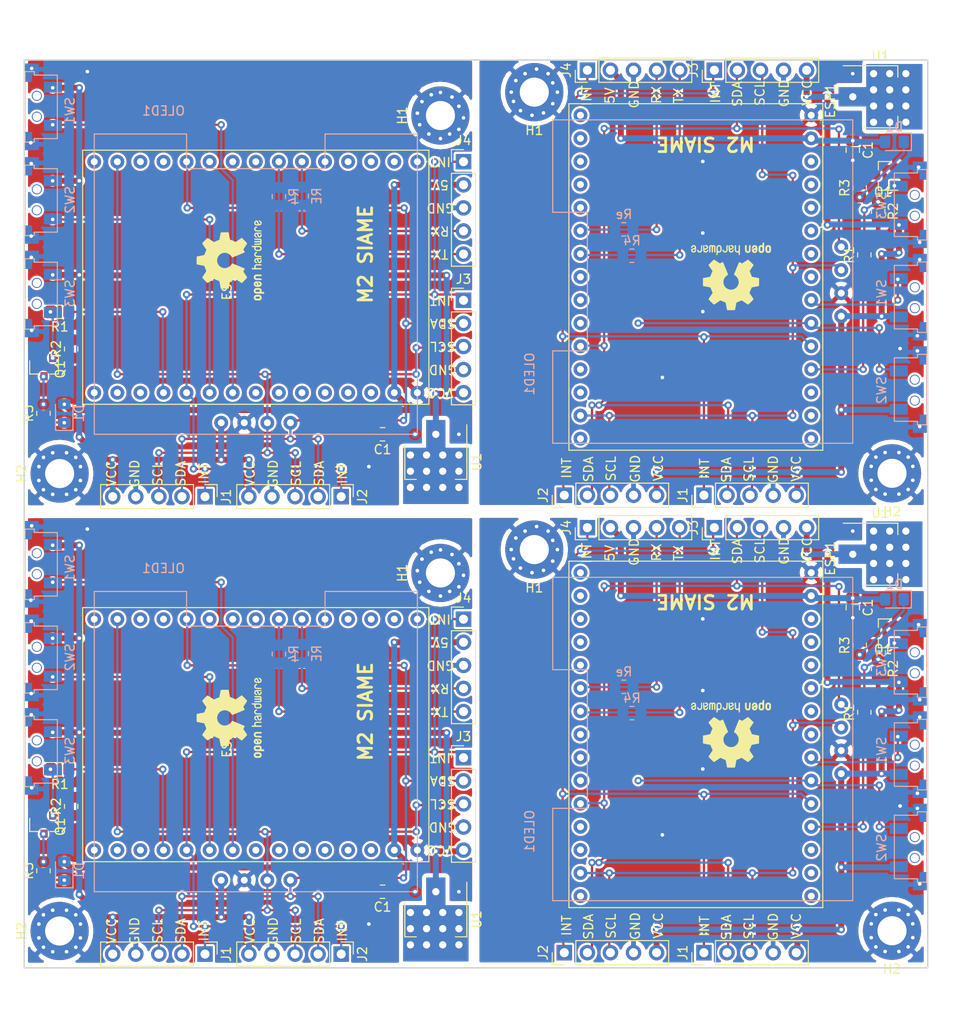
<source format=kicad_pcb>
(kicad_pcb (version 20171130) (host pcbnew 5.1.9-73d0e3b20d~88~ubuntu20.04.1)
  (title_block (title neOCampus) (date 2021-01-30) (rev 1.0.0) (company "University Paul Sabatier") (comment 1 "M2 SIAME"))
  (layers (0 F.Cu signal) (31 B.Cu signal) (34 B.Paste user) (35 F.Paste user) (36 B.SilkS user) (37 F.SilkS user) (38 B.Mask user) (39 F.Mask user) (44 Edge.Cuts user))
  (net 0 "")
  (net 1 VIN)
  (net 2 GND)
  (net 3 "Net-(D1-Pad1)")
  (net 4 GPIO_33)
  (net 5 GPIO_32)
  (net 6 INT)
  (net 7 GPIO_34)
  (net 8 U2_RX)
  (net 9 U2_TX)
  (net 10 SDA)
  (net 11 SCL)
  (net 12 3V3)
  (net 13 "Net-(Q1-Pad1)")
  (net 14 "Net-(Q1-Pad3)")
  (net 15 "Net-(ESP1-Pad20)")
  (net 16 "Net-(ESP1-Pad18)")
  (net 17 "Net-(ESP1-Pad17)")
  (net 18 "Net-(ESP1-Pad16)")
  (net 19 "Net-(ESP1-Pad15)")
  (net 20 "Net-(ESP1-Pad14)")
  (net 21 "Net-(ESP1-Pad8)")
  (net 22 "Net-(ESP1-Pad5)")
  (net 23 "Net-(ESP1-Pad4)")
  (net 24 "Net-(ESP1-Pad3)")
  (net 25 "Net-(ESP1-Pad21)")
  (net 26 "Net-(ESP1-Pad22)")
  (net 27 "Net-(ESP1-Pad24)")
  (net 28 "Net-(ESP1-Pad34)")
  (net 29 "Net-(ESP1-Pad35)")
  (net 30 "Net-(ESP1-Pad38)")
  (net 31 "Net-(ESP1-Pad40)")
  (net 32 "Net-(ESP1-Pad41)")
  (net 33 "Net-(ESP1-Pad9)")
  (net 34 "Net-(ESP1-Pad36)")
  (module Connector_PinHeader_2.54mm:PinHeader_1x05_P2.54mm_Vertical (layer F.Cu) (at 128.782 128.768 90)
    (fp_text reference J2 (at 0 -2.33 90) (layer F.SilkS))
    (fp_text value Conn_01x05_Female)
    (pad 1 thru_hole rect (at 0 0 90) (size 1.7 1.7) (drill 1) (layers *.Cu *.Mask) (net 6 INT))
    (pad 2 thru_hole oval (at 0 2.54 90) (size 1.7 1.7) (drill 1) (layers *.Cu *.Mask) (net 10 SDA))
    (pad 3 thru_hole oval (at 0 5.08 90) (size 1.7 1.7) (drill 1) (layers *.Cu *.Mask) (net 11 SCL))
    (pad 4 thru_hole oval (at 0 7.62 90) (size 1.7 1.7) (drill 1) (layers *.Cu *.Mask) (net 2 GND))
    (pad 5 thru_hole oval (at 0 10.16 90) (size 1.7 1.7) (drill 1) (layers *.Cu *.Mask) (net 12 3V3))
  )
  (module Resistor_SMD:R_0805_2012Metric_Pad1.20x1.40mm_HandSolder (layer B.Cu) (at 135.3352 99.5326 180)
    (fp_text reference Re (at 0 1.65) (layer B.SilkS) (effects (justify mirror)))
    (fp_text value 220)
    (pad 1 smd roundrect (at -1 0 180) (size 1.2 1.4) (layers B.Cu B.Paste B.Mask) (roundrect_rratio 0.208333))
    (pad 2 smd roundrect (at 1 0 180) (size 1.2 1.4) (layers B.Cu B.Paste B.Mask) (roundrect_rratio 0.208333))
  )
  (module Connector_PinHeader_2.54mm:PinHeader_1x05_P2.54mm_Vertical (layer F.Cu) (at 131.322 82.032 90)
    (fp_text reference J4 (at 0 -2.33 90) (layer F.SilkS))
    (fp_text value Conn_01x05_Male)
    (pad 1 thru_hole rect (at 0 0 90) (size 1.7 1.7) (drill 1) (layers *.Cu *.Mask) (net 6 INT))
    (pad 2 thru_hole oval (at 0 2.54 90) (size 1.7 1.7) (drill 1) (layers *.Cu *.Mask) (net 1 VIN))
    (pad 3 thru_hole oval (at 0 5.08 90) (size 1.7 1.7) (drill 1) (layers *.Cu *.Mask) (net 2 GND))
    (pad 4 thru_hole oval (at 0 7.62 90) (size 1.7 1.7) (drill 1) (layers *.Cu *.Mask) (net 8 U2_RX))
    (pad 5 thru_hole oval (at 0 10.16 90) (size 1.7 1.7) (drill 1) (layers *.Cu *.Mask) (net 9 U2_TX))
  )
  (module Resistor_SMD:R_0805_2012Metric_Pad1.20x1.40mm_HandSolder (layer F.Cu) (at 163.326 97.542 270)
    (fp_text reference R2 (at 0 -1.65 90) (layer F.SilkS))
    (fp_text value 15k)
    (pad 2 smd roundrect (at 1 0 270) (size 1.2 1.4) (layers F.Cu F.Paste F.Mask) (roundrect_rratio 0.208333) (net 2 GND))
    (pad 1 smd roundrect (at -1 0 270) (size 1.2 1.4) (layers F.Cu F.Paste F.Mask) (roundrect_rratio 0.208333) (net 13 "Net-(Q1-Pad1)"))
  )
  (module MountingHole:MountingHole_3.2mm_M3_Pad (layer F.Cu) (at 164.85 126.355 180)
    (fp_text reference H2 (at 0 -4.2) (layer F.SilkS))
    (fp_text value MountingHole_Pad)
    (pad 1 thru_hole circle (at 0 0 180) (size 6.4 6.4) (drill 3.2) (layers *.Cu *.Mask) (net 2 GND))
  )
  (module pcb-v5:G71Y_µsw_smd (layer B.Cu) (at 168.66 106.924 90)
    (fp_text reference SW1 (at 0.381 -4.953 90) (layer B.SilkS) (effects (justify mirror)))
    (fp_text value G71Y)
    (pad 3 smd rect (at -3.81 -0.381 90) (size 2 0.8) (layers B.Cu B.Paste B.Mask) (net 2 GND))
    (pad 3 smd rect (at -4.191 -0.762 90) (size 1.27 1.524) (layers B.Cu B.Paste B.Mask) (net 2 GND))
    (pad 3 smd rect (at 3.683 -0.381 90) (size 2 0.8) (layers B.Cu B.Paste B.Mask) (net 2 GND))
    (pad 3 smd rect (at 4.064 -0.762 90) (size 1.27 1.524) (layers B.Cu B.Paste B.Mask) (net 2 GND))
    (pad 1 smd rect (at -2.227 -2.667 90) (size 1.2 2) (drill (offset 0 -0.4)) (layers B.Cu B.Paste B.Mask) (net 12 3V3))
    (pad 2 smd rect (at 1.973 -2.667 90) (size 1.2 2) (drill (offset 0 -0.4)) (layers B.Cu B.Paste B.Mask) (net 4 GPIO_33))
    (pad "" np_thru_hole circle (at -1.277 -1.3 90) (size 1.1 1.1) (drill 0.9) (layers *.Cu *.Mask))
    (pad "" np_thru_hole circle (at 1.023 -1.3 90) (size 1.1 1.1) (drill 0.9) (layers *.Cu *.Mask))
  )
  (module Resistor_SMD:R_0805_2012Metric_Pad1.20x1.40mm_HandSolder (layer F.Cu) (at 161.294 94.97 90)
    (fp_text reference R3 (at 0 -1.65 270) (layer F.SilkS))
    (fp_text value 68)
    (pad 2 smd roundrect (at 1 0 90) (size 1.2 1.4) (layers F.Cu F.Paste F.Mask) (roundrect_rratio 0.208333) (net 14 "Net-(Q1-Pad3)"))
    (pad 1 smd roundrect (at -1 0 90) (size 1.2 1.4) (layers F.Cu F.Paste F.Mask) (roundrect_rratio 0.208333) (net 3 "Net-(D1-Pad1)"))
  )
  (module pcb-v5:ESP32_30_pins (layer F.Cu) (at 155.96 86.985 180)
    (fp_text reference ESP1 (at -2.0955 1.5875 90) (layer F.SilkS))
    (fp_text value ESP32)
    (pad 36 thru_hole circle (at 25.4 -35.56 180) (size 1.524 1.524) (drill 0.762) (layers *.Cu *.Mask) (net 34 "Net-(ESP1-Pad36)"))
    (pad 9 thru_hole circle (at 0 -35.56 180) (size 1.524 1.524) (drill 0.762) (layers *.Cu *.Mask) (net 33 "Net-(ESP1-Pad9)"))
    (pad 39 thru_hole circle (at 25.4 -33.02 180) (size 1.524 1.524) (drill 0.762) (layers *.Cu *.Mask) (net 11 SCL))
    (pad 41 thru_hole circle (at 25.4 -30.48 180) (size 1.524 1.524) (drill 0.762) (layers *.Cu *.Mask) (net 32 "Net-(ESP1-Pad41)"))
    (pad 40 thru_hole circle (at 25.4 -27.94 180) (size 1.524 1.524) (drill 0.762) (layers *.Cu *.Mask) (net 31 "Net-(ESP1-Pad40)"))
    (pad 42 thru_hole circle (at 25.4 -25.4 180) (size 1.524 1.524) (drill 0.762) (layers *.Cu *.Mask) (net 10 SDA))
    (pad 38 thru_hole circle (at 25.4 -22.86 180) (size 1.524 1.524) (drill 0.762) (layers *.Cu *.Mask) (net 30 "Net-(ESP1-Pad38)"))
    (pad 35 thru_hole circle (at 25.4 -20.32 180) (size 1.524 1.524) (drill 0.762) (layers *.Cu *.Mask) (net 29 "Net-(ESP1-Pad35)"))
    (pad 34 thru_hole circle (at 25.4 -17.78 180) (size 1.524 1.524) (drill 0.762) (layers *.Cu *.Mask) (net 28 "Net-(ESP1-Pad34)"))
    (pad 27 thru_hole circle (at 25.4 -15.24 180) (size 1.524 1.524) (drill 0.762) (layers *.Cu *.Mask) (net 9 U2_TX))
    (pad 25 thru_hole circle (at 25.4 -12.7 180) (size 1.524 1.524) (drill 0.762) (layers *.Cu *.Mask) (net 8 U2_RX))
    (pad 24 thru_hole circle (at 25.4 -10.16 180) (size 1.524 1.524) (drill 0.762) (layers *.Cu *.Mask) (net 27 "Net-(ESP1-Pad24)"))
    (pad 22 thru_hole circle (at 25.4 -7.62 180) (size 1.524 1.524) (drill 0.762) (layers *.Cu *.Mask) (net 26 "Net-(ESP1-Pad22)"))
    (pad 21 thru_hole circle (at 25.4 -5.08 180) (size 1.524 1.524) (drill 0.762) (layers *.Cu *.Mask) (net 25 "Net-(ESP1-Pad21)"))
    (pad 3 thru_hole circle (at 25.4 -2.54 180) (size 1.524 1.524) (drill 0.762) (layers *.Cu *.Mask) (net 24 "Net-(ESP1-Pad3)"))
    (pad 4 thru_hole circle (at 25.4 0 180) (size 1.524 1.524) (drill 0.762) (layers *.Cu *.Mask) (net 23 "Net-(ESP1-Pad4)"))
    (pad 5 thru_hole circle (at 0 -33.02 180) (size 1.524 1.524) (drill 0.762) (layers *.Cu *.Mask) (net 22 "Net-(ESP1-Pad5)"))
    (pad 8 thru_hole circle (at 0 -30.48 180) (size 1.524 1.524) (drill 0.762) (layers *.Cu *.Mask) (net 21 "Net-(ESP1-Pad8)"))
    (pad 10 thru_hole circle (at 0 -27.94 180) (size 1.524 1.524) (drill 0.762) (layers *.Cu *.Mask) (net 7 GPIO_34))
    (pad 11 thru_hole circle (at 0 -25.4 180) (size 1.524 1.524) (drill 0.762) (layers *.Cu *.Mask) (net 6 INT))
    (pad 12 thru_hole circle (at 0 -22.86 180) (size 1.524 1.524) (drill 0.762) (layers *.Cu *.Mask) (net 5 GPIO_32))
    (pad 13 thru_hole circle (at 0 -20.32 180) (size 1.524 1.524) (drill 0.762) (layers *.Cu *.Mask) (net 4 GPIO_33))
    (pad 14 thru_hole circle (at 0 -17.78 180) (size 1.524 1.524) (drill 0.762) (layers *.Cu *.Mask) (net 20 "Net-(ESP1-Pad14)"))
    (pad 15 thru_hole circle (at 0 -15.24 180) (size 1.524 1.524) (drill 0.762) (layers *.Cu *.Mask) (net 19 "Net-(ESP1-Pad15)"))
    (pad 16 thru_hole circle (at 0 -12.7 180) (size 1.524 1.524) (drill 0.762) (layers *.Cu *.Mask) (net 18 "Net-(ESP1-Pad16)"))
    (pad 17 thru_hole circle (at 0 -10.16 180) (size 1.524 1.524) (drill 0.762) (layers *.Cu *.Mask) (net 17 "Net-(ESP1-Pad17)"))
    (pad 18 thru_hole circle (at 0 -7.62 180) (size 1.524 1.524) (drill 0.762) (layers *.Cu *.Mask) (net 16 "Net-(ESP1-Pad18)"))
    (pad 20 thru_hole circle (at 0 -5.08 180) (size 1.524 1.524) (drill 0.762) (layers *.Cu *.Mask) (net 15 "Net-(ESP1-Pad20)"))
    (pad 2 thru_hole circle (at 0 -2.54 180) (size 1.524 1.524) (drill 0.762) (layers *.Cu *.Mask) (net 1 VIN))
    (pad 1 thru_hole circle (at 0 0 180) (size 1.524 1.524) (drill 0.762) (layers *.Cu *.Mask) (net 2 GND))
  )
  (module pcb-v5:G71Y_µsw_smd (layer B.Cu) (at 168.66 117.084 90)
    (fp_text reference SW2 (at -0.127 -4.953 90) (layer B.SilkS) (effects (justify mirror)))
    (fp_text value G71Y)
    (pad 3 smd rect (at -3.81 -0.381 90) (size 2 0.8) (layers B.Cu B.Paste B.Mask) (net 2 GND))
    (pad 3 smd rect (at -4.191 -0.762 90) (size 1.27 1.524) (layers B.Cu B.Paste B.Mask) (net 2 GND))
    (pad 3 smd rect (at 3.683 -0.381 90) (size 2 0.8) (layers B.Cu B.Paste B.Mask) (net 2 GND))
    (pad 3 smd rect (at 4.064 -0.762 90) (size 1.27 1.524) (layers B.Cu B.Paste B.Mask) (net 2 GND))
    (pad 1 smd rect (at -2.227 -2.667 90) (size 1.2 2) (drill (offset 0 -0.4)) (layers B.Cu B.Paste B.Mask) (net 12 3V3))
    (pad 2 smd rect (at 1.973 -2.667 90) (size 1.2 2) (drill (offset 0 -0.4)) (layers B.Cu B.Paste B.Mask) (net 5 GPIO_32))
    (pad "" np_thru_hole circle (at -1.277 -1.3 90) (size 1.1 1.1) (drill 0.9) (layers *.Cu *.Mask))
    (pad "" np_thru_hole circle (at 1.023 -1.3 90) (size 1.1 1.1) (drill 0.9) (layers *.Cu *.Mask))
  )
  (module Package_TO_SOT_SMD:SOT-223-3_TabPin2 (layer F.Cu) (at 163.58 84.953)
    (fp_text reference U1 (at 0 -4.5) (layer F.SilkS))
    (fp_text value AMS1117-3.3)
    (pad 1 smd rect (at -3.15 -2.3) (size 2 1.5) (layers F.Cu F.Paste F.Mask) (net 2 GND))
    (pad 3 smd rect (at -3.15 2.3) (size 2 1.5) (layers F.Cu F.Paste F.Mask) (net 1 VIN))
    (pad 2 smd rect (at -3.15 0) (size 2 1.5) (layers F.Cu F.Paste F.Mask) (net 12 3V3))
    (pad 2 smd rect (at 3.15 0) (size 2 3.8) (layers F.Cu F.Paste F.Mask) (net 12 3V3))
  )
  (module Connector_PinHeader_2.54mm:PinHeader_1x05_P2.54mm_Vertical (layer F.Cu) (at 144.149 128.768 90)
    (fp_text reference J1 (at 0 -2.33 90) (layer F.SilkS))
    (fp_text value Conn_01x05_Female)
    (pad 1 thru_hole rect (at 0 0 90) (size 1.7 1.7) (drill 1) (layers *.Cu *.Mask) (net 6 INT))
    (pad 2 thru_hole oval (at 0 2.54 90) (size 1.7 1.7) (drill 1) (layers *.Cu *.Mask) (net 10 SDA))
    (pad 3 thru_hole oval (at 0 5.08 90) (size 1.7 1.7) (drill 1) (layers *.Cu *.Mask) (net 11 SCL))
    (pad 4 thru_hole oval (at 0 7.62 90) (size 1.7 1.7) (drill 1) (layers *.Cu *.Mask) (net 2 GND))
    (pad 5 thru_hole oval (at 0 10.16 90) (size 1.7 1.7) (drill 1) (layers *.Cu *.Mask) (net 12 3V3))
  )
  (module Package_TO_SOT_SMD:SOT-23 (layer F.Cu) (at 164.104 93.65 180)
    (fp_text reference Q1 (at 0.238 -1.778) (layer F.SilkS))
    (fp_text value 2N7002)
    (pad 3 smd rect (at 1 0 180) (size 0.9 0.8) (layers F.Cu F.Paste F.Mask) (net 14 "Net-(Q1-Pad3)"))
    (pad 2 smd rect (at -1 0.95 180) (size 0.9 0.8) (layers F.Cu F.Paste F.Mask) (net 2 GND))
    (pad 1 smd rect (at -1 -0.95 180) (size 0.9 0.8) (layers F.Cu F.Paste F.Mask) (net 13 "Net-(Q1-Pad1)"))
  )
  (module Resistor_SMD:R_0805_2012Metric_Pad1.20x1.40mm_HandSolder (layer B.Cu) (at 136.2242 102.4282 180)
    (fp_text reference R4 (at 0 1.65) (layer B.SilkS) (effects (justify mirror)))
    (fp_text value 220)
    (pad 1 smd roundrect (at -1 0 180) (size 1.2 1.4) (layers B.Cu B.Paste B.Mask) (roundrect_rratio 0.208333))
    (pad 2 smd roundrect (at 1 0 180) (size 1.2 1.4) (layers B.Cu B.Paste B.Mask) (roundrect_rratio 0.208333))
  )
  (module pcb-v5:OLED_1.3 (layer B.Cu) (at 127.512 123.053 90)
    (fp_text reference OLED1 (at 7.62 -2.54 270) (layer B.SilkS) (effects (justify mirror)))
    (fp_text value OLED_1.3")
    (pad 4 thru_hole circle (at 21.59 31.75 90) (size 1.524 1.524) (drill 0.762) (layers *.Cu *.Mask) (net 10 SDA))
    (pad 3 thru_hole circle (at 19.05 31.75 90) (size 1.524 1.524) (drill 0.762) (layers *.Cu *.Mask) (net 11 SCL))
    (pad 2 thru_hole circle (at 16.51 31.75 90) (size 1.524 1.524) (drill 0.762) (layers *.Cu *.Mask) (net 2 GND))
    (pad 1 thru_hole circle (at 13.97 31.75 90) (size 1.524 1.524) (drill 0.762) (layers *.Cu *.Mask) (net 12 3V3))
  )
  (module Resistor_SMD:R_0805_2012Metric_Pad1.20x1.40mm_HandSolder (layer F.Cu) (at 161.802 102.336 90)
    (fp_text reference R1 (at 0 -1.65 90) (layer F.SilkS))
    (fp_text value 470)
    (pad 1 smd roundrect (at -1 0 90) (size 1.2 1.4) (layers F.Cu F.Paste F.Mask) (roundrect_rratio 0.208333) (net 7 GPIO_34))
    (pad 2 smd roundrect (at 1 0 90) (size 1.2 1.4) (layers F.Cu F.Paste F.Mask) (roundrect_rratio 0.208333) (net 13 "Net-(Q1-Pad1)"))
  )
  (module LED_SMD:LED_0805_2012Metric_Pad1.15x1.40mm_HandSolder (layer B.Cu) (at 165.113 89.906 180)
    (fp_text reference D1 (at 0 1.65 180) (layer B.SilkS) (effects (justify mirror)))
    (fp_text value LED)
    (pad 2 smd roundrect (at 1.025 0 180) (size 1.15 1.4) (layers B.Cu B.Paste B.Mask) (roundrect_rratio 0.217391) (net 1 VIN))
    (pad 1 smd roundrect (at -1.025 0 180) (size 1.15 1.4) (layers B.Cu B.Paste B.Mask) (roundrect_rratio 0.217391) (net 3 "Net-(D1-Pad1)"))
  )
  (module pcb-v5:G71Y_µsw_smd (layer B.Cu) (at 168.66 96.764 90)
    (fp_text reference SW3 (at -0.127 -4.953 90) (layer B.SilkS) (effects (justify mirror)))
    (fp_text value G71Y)
    (pad 3 smd rect (at -3.81 -0.381 90) (size 2 0.8) (layers B.Cu B.Paste B.Mask) (net 2 GND))
    (pad 3 smd rect (at -4.191 -0.762 90) (size 1.27 1.524) (layers B.Cu B.Paste B.Mask) (net 2 GND))
    (pad 3 smd rect (at 3.683 -0.381 90) (size 2 0.8) (layers B.Cu B.Paste B.Mask) (net 2 GND))
    (pad 3 smd rect (at 4.064 -0.762 90) (size 1.27 1.524) (layers B.Cu B.Paste B.Mask) (net 2 GND))
    (pad 1 smd rect (at -2.227 -2.667 90) (size 1.2 2) (drill (offset 0 -0.4)) (layers B.Cu B.Paste B.Mask) (net 12 3V3))
    (pad 2 smd rect (at 1.973 -2.667 90) (size 1.2 2) (drill (offset 0 -0.4)) (layers B.Cu B.Paste B.Mask) (net 13 "Net-(Q1-Pad1)"))
    (pad "" np_thru_hole circle (at -1.277 -1.3 90) (size 1.1 1.1) (drill 0.9) (layers *.Cu *.Mask))
    (pad "" np_thru_hole circle (at 1.023 -1.3 90) (size 1.1 1.1) (drill 0.9) (layers *.Cu *.Mask))
  )
  (module Capacitor_SMD:C_0805_2012Metric_Pad1.18x1.45mm_HandSolder (layer F.Cu) (at 160.532 90.8165 270)
    (fp_text reference C1 (at 0 -1.68 90) (layer F.SilkS))
    (fp_text value 10µF)
    (pad 2 smd roundrect (at 1.0375 0 270) (size 1.175 1.45) (layers F.Cu F.Paste F.Mask) (roundrect_rratio 0.212766) (net 2 GND))
    (pad 1 smd roundrect (at -1.0375 0 270) (size 1.175 1.45) (layers F.Cu F.Paste F.Mask) (roundrect_rratio 0.212766) (net 1 VIN))
  )
  (module Connector_PinHeader_2.54mm:PinHeader_1x05_P2.54mm_Vertical (layer F.Cu) (at 145.292 82.032 90)
    (fp_text reference J3 (at 0 -2.33 90) (layer F.SilkS))
    (fp_text value Conn_01x05_Female)
    (pad 5 thru_hole oval (at 0 10.16 90) (size 1.7 1.7) (drill 1) (layers *.Cu *.Mask) (net 12 3V3))
    (pad 4 thru_hole oval (at 0 7.62 90) (size 1.7 1.7) (drill 1) (layers *.Cu *.Mask) (net 2 GND))
    (pad 3 thru_hole oval (at 0 5.08 90) (size 1.7 1.7) (drill 1) (layers *.Cu *.Mask) (net 11 SCL))
    (pad 2 thru_hole oval (at 0 2.54 90) (size 1.7 1.7) (drill 1) (layers *.Cu *.Mask) (net 10 SDA))
    (pad 1 thru_hole rect (at 0 0 90) (size 1.7 1.7) (drill 1) (layers *.Cu *.Mask) (net 6 INT))
  )
  (module Symbol:OSHW-Logo2_9.8x8mm_SilkScreen (layer F.Cu) (at 147.1335 104.7015 180)
    (fp_text reference REF** hide)
    (fp_text value OSHW-Logo2_9.8x8mm_SilkScreen hide)
  )
  (module MountingHole:MountingHole_3.2mm_M3_Pad (layer F.Cu) (at 125.48 84.445 180)
    (fp_text reference H1 (at 0 -4.2) (layer F.SilkS))
    (fp_text value MountingHole_Pad)
    (pad 1 thru_hole circle (at 0 0 180) (size 6.4 6.4) (drill 3.2) (layers *.Cu *.Mask) (net 2 GND))
  )
  (module LED_SMD:LED_0805_2012Metric_Pad1.15x1.40mm_HandSolder (layer B.Cu) (at 73.7482 119.7706 90)
    (fp_text reference D1 (at 0 1.65 270) (layer B.SilkS) (effects (justify mirror)))
    (fp_text value LED)
    (pad 2 smd roundrect (at 1.025 0 90) (size 1.15 1.4) (layers B.Cu B.Paste B.Mask) (roundrect_rratio 0.217391) (net 1 VIN))
    (pad 1 smd roundrect (at -1.025 0 90) (size 1.15 1.4) (layers B.Cu B.Paste B.Mask) (roundrect_rratio 0.217391) (net 3 "Net-(D1-Pad1)"))
  )
  (module Symbol:OSHW-Logo2_9.8x8mm_SilkScreen (layer F.Cu) (at 92.0362 102.9521 90)
    (fp_text reference REF** hide)
    (fp_text value OSHW-Logo2_9.8x8mm_SilkScreen hide)
  )
  (module Connector_PinHeader_2.54mm:PinHeader_1x05_P2.54mm_Vertical (layer F.Cu) (at 89.2422 128.9236 270)
    (fp_text reference J1 (at 0 -2.33 90) (layer F.SilkS))
    (fp_text value Conn_01x05_Female)
    (pad 1 thru_hole rect (at 0 0 270) (size 1.7 1.7) (drill 1) (layers *.Cu *.Mask) (net 6 INT))
    (pad 2 thru_hole oval (at 0 2.54 270) (size 1.7 1.7) (drill 1) (layers *.Cu *.Mask) (net 10 SDA))
    (pad 3 thru_hole oval (at 0 5.08 270) (size 1.7 1.7) (drill 1) (layers *.Cu *.Mask) (net 11 SCL))
    (pad 4 thru_hole oval (at 0 7.62 270) (size 1.7 1.7) (drill 1) (layers *.Cu *.Mask) (net 2 GND))
    (pad 5 thru_hole oval (at 0 10.16 270) (size 1.7 1.7) (drill 1) (layers *.Cu *.Mask) (net 12 3V3))
  )
  (module pcb-v5:OLED_1.3 (layer B.Cu) (at 77.0502 89.0456)
    (fp_text reference OLED1 (at 7.62 -2.54 180) (layer B.SilkS) (effects (justify mirror)))
    (fp_text value OLED_1.3")
    (pad 4 thru_hole circle (at 21.59 31.75) (size 1.524 1.524) (drill 0.762) (layers *.Cu *.Mask) (net 10 SDA))
    (pad 3 thru_hole circle (at 19.05 31.75) (size 1.524 1.524) (drill 0.762) (layers *.Cu *.Mask) (net 11 SCL))
    (pad 2 thru_hole circle (at 16.51 31.75) (size 1.524 1.524) (drill 0.762) (layers *.Cu *.Mask) (net 2 GND))
    (pad 1 thru_hole circle (at 13.97 31.75) (size 1.524 1.524) (drill 0.762) (layers *.Cu *.Mask) (net 12 3V3))
  )
  (module Connector_PinHeader_2.54mm:PinHeader_1x05_P2.54mm_Vertical (layer F.Cu) (at 117.6902 107.3336)
    (fp_text reference J3 (at 0 -2.33) (layer F.SilkS))
    (fp_text value Conn_01x05_Female)
    (pad 5 thru_hole oval (at 0 10.16) (size 1.7 1.7) (drill 1) (layers *.Cu *.Mask) (net 12 3V3))
    (pad 4 thru_hole oval (at 0 7.62) (size 1.7 1.7) (drill 1) (layers *.Cu *.Mask) (net 2 GND))
    (pad 3 thru_hole oval (at 0 5.08) (size 1.7 1.7) (drill 1) (layers *.Cu *.Mask) (net 11 SCL))
    (pad 2 thru_hole oval (at 0 2.54) (size 1.7 1.7) (drill 1) (layers *.Cu *.Mask) (net 10 SDA))
    (pad 1 thru_hole rect (at 0 0) (size 1.7 1.7) (drill 1) (layers *.Cu *.Mask) (net 6 INT))
  )
  (module pcb-v5:G71Y_µsw_smd (layer B.Cu) (at 69.4302 86.1246 270)
    (fp_text reference SW1 (at 0.381 -4.953 90) (layer B.SilkS) (effects (justify mirror)))
    (fp_text value G71Y)
    (pad 3 smd rect (at -3.81 -0.381 270) (size 2 0.8) (layers B.Cu B.Paste B.Mask) (net 2 GND))
    (pad 3 smd rect (at -4.191 -0.762 270) (size 1.27 1.524) (layers B.Cu B.Paste B.Mask) (net 2 GND))
    (pad 3 smd rect (at 3.683 -0.381 270) (size 2 0.8) (layers B.Cu B.Paste B.Mask) (net 2 GND))
    (pad 3 smd rect (at 4.064 -0.762 270) (size 1.27 1.524) (layers B.Cu B.Paste B.Mask) (net 2 GND))
    (pad 1 smd rect (at -2.227 -2.667 270) (size 1.2 2) (drill (offset 0 -0.4)) (layers B.Cu B.Paste B.Mask) (net 12 3V3))
    (pad 2 smd rect (at 1.973 -2.667 270) (size 1.2 2) (drill (offset 0 -0.4)) (layers B.Cu B.Paste B.Mask) (net 4 GPIO_33))
    (pad "" np_thru_hole circle (at -1.277 -1.3 270) (size 1.1 1.1) (drill 0.9) (layers *.Cu *.Mask))
    (pad "" np_thru_hole circle (at 1.023 -1.3 270) (size 1.1 1.1) (drill 0.9) (layers *.Cu *.Mask))
  )
  (module Resistor_SMD:R_0805_2012Metric_Pad1.20x1.40mm_HandSolder (layer B.Cu) (at 97.3702 95.929 90)
    (fp_text reference R4 (at 0 1.65 90) (layer B.SilkS) (effects (justify mirror)))
    (fp_text value 220)
    (pad 2 smd roundrect (at 1 0 90) (size 1.2 1.4) (layers B.Cu B.Paste B.Mask) (roundrect_rratio 0.208333))
    (pad 1 smd roundrect (at -1 0 90) (size 1.2 1.4) (layers B.Cu B.Paste B.Mask) (roundrect_rratio 0.208333))
  )
  (module pcb-v5:G71Y_µsw_smd (layer B.Cu) (at 69.4302 96.4116 270)
    (fp_text reference SW2 (at -0.127 -4.953 90) (layer B.SilkS) (effects (justify mirror)))
    (fp_text value G71Y)
    (pad 3 smd rect (at -3.81 -0.381 270) (size 2 0.8) (layers B.Cu B.Paste B.Mask) (net 2 GND))
    (pad 3 smd rect (at -4.191 -0.762 270) (size 1.27 1.524) (layers B.Cu B.Paste B.Mask) (net 2 GND))
    (pad 3 smd rect (at 3.683 -0.381 270) (size 2 0.8) (layers B.Cu B.Paste B.Mask) (net 2 GND))
    (pad 3 smd rect (at 4.064 -0.762 270) (size 1.27 1.524) (layers B.Cu B.Paste B.Mask) (net 2 GND))
    (pad 1 smd rect (at -2.227 -2.667 270) (size 1.2 2) (drill (offset 0 -0.4)) (layers B.Cu B.Paste B.Mask) (net 12 3V3))
    (pad 2 smd rect (at 1.973 -2.667 270) (size 1.2 2) (drill (offset 0 -0.4)) (layers B.Cu B.Paste B.Mask) (net 5 GPIO_32))
    (pad "" np_thru_hole circle (at -1.277 -1.3 270) (size 1.1 1.1) (drill 0.9) (layers *.Cu *.Mask))
    (pad "" np_thru_hole circle (at 1.023 -1.3 270) (size 1.1 1.1) (drill 0.9) (layers *.Cu *.Mask))
  )
  (module Package_TO_SOT_SMD:SOT-223-3_TabPin2 (layer F.Cu) (at 114.6422 125.1136 270)
    (fp_text reference U1 (at 0 -4.5 90) (layer F.SilkS))
    (fp_text value AMS1117-3.3)
    (pad 1 smd rect (at -3.15 -2.3 270) (size 2 1.5) (layers F.Cu F.Paste F.Mask) (net 2 GND))
    (pad 3 smd rect (at -3.15 2.3 270) (size 2 1.5) (layers F.Cu F.Paste F.Mask) (net 1 VIN))
    (pad 2 smd rect (at -3.15 0 270) (size 2 1.5) (layers F.Cu F.Paste F.Mask) (net 12 3V3))
    (pad 2 smd rect (at 3.15 0 270) (size 2 3.8) (layers F.Cu F.Paste F.Mask) (net 12 3V3))
  )
  (module MountingHole:MountingHole_3.2mm_M3_Pad (layer F.Cu) (at 73.2402 126.3836 90)
    (fp_text reference H2 (at 0 -4.2 90) (layer F.SilkS))
    (fp_text value MountingHole_Pad)
    (pad 1 thru_hole circle (at 0 0 90) (size 6.4 6.4) (drill 3.2) (layers *.Cu *.Mask) (net 2 GND))
  )
  (module Resistor_SMD:R_0805_2012Metric_Pad1.20x1.40mm_HandSolder (layer F.Cu) (at 71.4622 119.7636 90)
    (fp_text reference R3 (at 0 -1.65 270) (layer F.SilkS))
    (fp_text value 68)
    (pad 2 smd roundrect (at 1 0 90) (size 1.2 1.4) (layers F.Cu F.Paste F.Mask) (roundrect_rratio 0.208333) (net 14 "Net-(Q1-Pad3)"))
    (pad 1 smd roundrect (at -1 0 90) (size 1.2 1.4) (layers F.Cu F.Paste F.Mask) (roundrect_rratio 0.208333) (net 3 "Net-(D1-Pad1)"))
  )
  (module pcb-v5:ESP32_30_pins (layer F.Cu) (at 112.6102 117.4936 90)
    (fp_text reference ESP1 (at 12.065 -20.955 90) (layer F.SilkS))
    (fp_text value ESP32)
    (pad 36 thru_hole circle (at 25.4 -35.56 90) (size 1.524 1.524) (drill 0.762) (layers *.Cu *.Mask) (net 34 "Net-(ESP1-Pad36)"))
    (pad 9 thru_hole circle (at 0 -35.56 90) (size 1.524 1.524) (drill 0.762) (layers *.Cu *.Mask) (net 33 "Net-(ESP1-Pad9)"))
    (pad 39 thru_hole circle (at 25.4 -33.02 90) (size 1.524 1.524) (drill 0.762) (layers *.Cu *.Mask) (net 11 SCL))
    (pad 41 thru_hole circle (at 25.4 -30.48 90) (size 1.524 1.524) (drill 0.762) (layers *.Cu *.Mask) (net 32 "Net-(ESP1-Pad41)"))
    (pad 40 thru_hole circle (at 25.4 -27.94 90) (size 1.524 1.524) (drill 0.762) (layers *.Cu *.Mask) (net 31 "Net-(ESP1-Pad40)"))
    (pad 42 thru_hole circle (at 25.4 -25.4 90) (size 1.524 1.524) (drill 0.762) (layers *.Cu *.Mask) (net 10 SDA))
    (pad 38 thru_hole circle (at 25.4 -22.86 90) (size 1.524 1.524) (drill 0.762) (layers *.Cu *.Mask) (net 30 "Net-(ESP1-Pad38)"))
    (pad 35 thru_hole circle (at 25.4 -20.32 90) (size 1.524 1.524) (drill 0.762) (layers *.Cu *.Mask) (net 29 "Net-(ESP1-Pad35)"))
    (pad 34 thru_hole circle (at 25.4 -17.78 90) (size 1.524 1.524) (drill 0.762) (layers *.Cu *.Mask) (net 28 "Net-(ESP1-Pad34)"))
    (pad 27 thru_hole circle (at 25.4 -15.24 90) (size 1.524 1.524) (drill 0.762) (layers *.Cu *.Mask) (net 9 U2_TX))
    (pad 25 thru_hole circle (at 25.4 -12.7 90) (size 1.524 1.524) (drill 0.762) (layers *.Cu *.Mask) (net 8 U2_RX))
    (pad 24 thru_hole circle (at 25.4 -10.16 90) (size 1.524 1.524) (drill 0.762) (layers *.Cu *.Mask) (net 27 "Net-(ESP1-Pad24)"))
    (pad 22 thru_hole circle (at 25.4 -7.62 90) (size 1.524 1.524) (drill 0.762) (layers *.Cu *.Mask) (net 26 "Net-(ESP1-Pad22)"))
    (pad 21 thru_hole circle (at 25.4 -5.08 90) (size 1.524 1.524) (drill 0.762) (layers *.Cu *.Mask) (net 25 "Net-(ESP1-Pad21)"))
    (pad 3 thru_hole circle (at 25.4 -2.54 90) (size 1.524 1.524) (drill 0.762) (layers *.Cu *.Mask) (net 24 "Net-(ESP1-Pad3)"))
    (pad 4 thru_hole circle (at 25.4 0 90) (size 1.524 1.524) (drill 0.762) (layers *.Cu *.Mask) (net 23 "Net-(ESP1-Pad4)"))
    (pad 5 thru_hole circle (at 0 -33.02 90) (size 1.524 1.524) (drill 0.762) (layers *.Cu *.Mask) (net 22 "Net-(ESP1-Pad5)"))
    (pad 8 thru_hole circle (at 0 -30.48 90) (size 1.524 1.524) (drill 0.762) (layers *.Cu *.Mask) (net 21 "Net-(ESP1-Pad8)"))
    (pad 10 thru_hole circle (at 0 -27.94 90) (size 1.524 1.524) (drill 0.762) (layers *.Cu *.Mask) (net 7 GPIO_34))
    (pad 11 thru_hole circle (at 0 -25.4 90) (size 1.524 1.524) (drill 0.762) (layers *.Cu *.Mask) (net 6 INT))
    (pad 12 thru_hole circle (at 0 -22.86 90) (size 1.524 1.524) (drill 0.762) (layers *.Cu *.Mask) (net 5 GPIO_32))
    (pad 13 thru_hole circle (at 0 -20.32 90) (size 1.524 1.524) (drill 0.762) (layers *.Cu *.Mask) (net 4 GPIO_33))
    (pad 14 thru_hole circle (at 0 -17.78 90) (size 1.524 1.524) (drill 0.762) (layers *.Cu *.Mask) (net 20 "Net-(ESP1-Pad14)"))
    (pad 15 thru_hole circle (at 0 -15.24 90) (size 1.524 1.524) (drill 0.762) (layers *.Cu *.Mask) (net 19 "Net-(ESP1-Pad15)"))
    (pad 16 thru_hole circle (at 0 -12.7 90) (size 1.524 1.524) (drill 0.762) (layers *.Cu *.Mask) (net 18 "Net-(ESP1-Pad16)"))
    (pad 17 thru_hole circle (at 0 -10.16 90) (size 1.524 1.524) (drill 0.762) (layers *.Cu *.Mask) (net 17 "Net-(ESP1-Pad17)"))
    (pad 18 thru_hole circle (at 0 -7.62 90) (size 1.524 1.524) (drill 0.762) (layers *.Cu *.Mask) (net 16 "Net-(ESP1-Pad18)"))
    (pad 20 thru_hole circle (at 0 -5.08 90) (size 1.524 1.524) (drill 0.762) (layers *.Cu *.Mask) (net 15 "Net-(ESP1-Pad20)"))
    (pad 2 thru_hole circle (at 0 -2.54 90) (size 1.524 1.524) (drill 0.762) (layers *.Cu *.Mask) (net 1 VIN))
    (pad 1 thru_hole circle (at 0 0 90) (size 1.524 1.524) (drill 0.762) (layers *.Cu *.Mask) (net 2 GND))
  )
  (module Resistor_SMD:R_0805_2012Metric_Pad1.20x1.40mm_HandSolder (layer B.Cu) (at 99.8848 95.8782 90)
    (fp_text reference RE (at 0 1.65 90) (layer B.SilkS) (effects (justify mirror)))
    (fp_text value 220)
    (pad 1 smd roundrect (at -1 0 90) (size 1.2 1.4) (layers B.Cu B.Paste B.Mask) (roundrect_rratio 0.208333))
    (pad 2 smd roundrect (at 1 0 90) (size 1.2 1.4) (layers B.Cu B.Paste B.Mask) (roundrect_rratio 0.208333))
  )
  (module Package_TO_SOT_SMD:SOT-23 (layer F.Cu) (at 71.5282 114.6836 270)
    (fp_text reference Q1 (at 0.238 -1.778 90) (layer F.SilkS))
    (fp_text value 2N7002)
    (pad 3 smd rect (at 1 0 270) (size 0.9 0.8) (layers F.Cu F.Paste F.Mask) (net 14 "Net-(Q1-Pad3)"))
    (pad 2 smd rect (at -1 0.95 270) (size 0.9 0.8) (layers F.Cu F.Paste F.Mask) (net 2 GND))
    (pad 1 smd rect (at -1 -0.95 270) (size 0.9 0.8) (layers F.Cu F.Paste F.Mask) (net 13 "Net-(Q1-Pad1)"))
  )
  (module MountingHole:MountingHole_3.2mm_M3_Pad (layer F.Cu) (at 115.1502 87.0136 90)
    (fp_text reference H1 (at 0 -4.2 90) (layer F.SilkS))
    (fp_text value MountingHole_Pad)
    (pad 1 thru_hole circle (at 0 0 90) (size 6.4 6.4) (drill 3.2) (layers *.Cu *.Mask) (net 2 GND))
  )
  (module Capacitor_SMD:C_0805_2012Metric_Pad1.18x1.45mm_HandSolder (layer F.Cu) (at 108.7787 122.0656 180)
    (fp_text reference C1 (at 0 -1.68) (layer F.SilkS))
    (fp_text value 10µF)
    (pad 2 smd roundrect (at 1.0375 0 180) (size 1.175 1.45) (layers F.Cu F.Paste F.Mask) (roundrect_rratio 0.212766) (net 2 GND))
    (pad 1 smd roundrect (at -1.0375 0 180) (size 1.175 1.45) (layers F.Cu F.Paste F.Mask) (roundrect_rratio 0.212766) (net 1 VIN))
  )
  (module pcb-v5:G71Y_µsw_smd (layer B.Cu) (at 69.4302 106.6986 270)
    (fp_text reference SW3 (at -0.127 -4.953 90) (layer B.SilkS) (effects (justify mirror)))
    (fp_text value G71Y)
    (pad 3 smd rect (at -3.81 -0.381 270) (size 2 0.8) (layers B.Cu B.Paste B.Mask) (net 2 GND))
    (pad 3 smd rect (at -4.191 -0.762 270) (size 1.27 1.524) (layers B.Cu B.Paste B.Mask) (net 2 GND))
    (pad 3 smd rect (at 3.683 -0.381 270) (size 2 0.8) (layers B.Cu B.Paste B.Mask) (net 2 GND))
    (pad 3 smd rect (at 4.064 -0.762 270) (size 1.27 1.524) (layers B.Cu B.Paste B.Mask) (net 2 GND))
    (pad 1 smd rect (at -2.227 -2.667 270) (size 1.2 2) (drill (offset 0 -0.4)) (layers B.Cu B.Paste B.Mask) (net 12 3V3))
    (pad 2 smd rect (at 1.973 -2.667 270) (size 1.2 2) (drill (offset 0 -0.4)) (layers B.Cu B.Paste B.Mask) (net 13 "Net-(Q1-Pad1)"))
    (pad "" np_thru_hole circle (at -1.277 -1.3 270) (size 1.1 1.1) (drill 0.9) (layers *.Cu *.Mask))
    (pad "" np_thru_hole circle (at 1.023 -1.3 270) (size 1.1 1.1) (drill 0.9) (layers *.Cu *.Mask))
  )
  (module Resistor_SMD:R_0805_2012Metric_Pad1.20x1.40mm_HandSolder (layer F.Cu) (at 74.5102 112.6836 90)
    (fp_text reference R2 (at 0 -1.65 90) (layer F.SilkS))
    (fp_text value 15k)
    (pad 2 smd roundrect (at 1 0 90) (size 1.2 1.4) (layers F.Cu F.Paste F.Mask) (roundrect_rratio 0.208333) (net 2 GND))
    (pad 1 smd roundrect (at -1 0 90) (size 1.2 1.4) (layers F.Cu F.Paste F.Mask) (roundrect_rratio 0.208333) (net 13 "Net-(Q1-Pad1)"))
  )
  (module Connector_PinHeader_2.54mm:PinHeader_1x05_P2.54mm_Vertical (layer F.Cu) (at 104.2282 128.9236 270)
    (fp_text reference J2 (at 0 -2.33 90) (layer F.SilkS))
    (fp_text value Conn_01x05_Female)
    (pad 1 thru_hole rect (at 0 0 270) (size 1.7 1.7) (drill 1) (layers *.Cu *.Mask) (net 6 INT))
    (pad 2 thru_hole oval (at 0 2.54 270) (size 1.7 1.7) (drill 1) (layers *.Cu *.Mask) (net 10 SDA))
    (pad 3 thru_hole oval (at 0 5.08 270) (size 1.7 1.7) (drill 1) (layers *.Cu *.Mask) (net 11 SCL))
    (pad 4 thru_hole oval (at 0 7.62 270) (size 1.7 1.7) (drill 1) (layers *.Cu *.Mask) (net 2 GND))
    (pad 5 thru_hole oval (at 0 10.16 270) (size 1.7 1.7) (drill 1) (layers *.Cu *.Mask) (net 12 3V3))
  )
  (module Connector_PinHeader_2.54mm:PinHeader_1x05_P2.54mm_Vertical (layer F.Cu) (at 117.6902 92.0936)
    (fp_text reference J4 (at 0 -2.33) (layer F.SilkS))
    (fp_text value Conn_01x05_Male)
    (pad 1 thru_hole rect (at 0 0) (size 1.7 1.7) (drill 1) (layers *.Cu *.Mask) (net 6 INT))
    (pad 2 thru_hole oval (at 0 2.54) (size 1.7 1.7) (drill 1) (layers *.Cu *.Mask) (net 1 VIN))
    (pad 3 thru_hole oval (at 0 5.08) (size 1.7 1.7) (drill 1) (layers *.Cu *.Mask) (net 2 GND))
    (pad 4 thru_hole oval (at 0 7.62) (size 1.7 1.7) (drill 1) (layers *.Cu *.Mask) (net 8 U2_RX))
    (pad 5 thru_hole oval (at 0 10.16) (size 1.7 1.7) (drill 1) (layers *.Cu *.Mask) (net 9 U2_TX))
  )
  (module Resistor_SMD:R_0805_2012Metric_Pad1.20x1.40mm_HandSolder (layer F.Cu) (at 73.2562 108.6036 180)
    (fp_text reference R1 (at 0 -1.65) (layer F.SilkS))
    (fp_text value 470)
    (pad 1 smd roundrect (at -1 0 180) (size 1.2 1.4) (layers F.Cu F.Paste F.Mask) (roundrect_rratio 0.208333) (net 7 GPIO_34))
    (pad 2 smd roundrect (at 1 0 180) (size 1.2 1.4) (layers F.Cu F.Paste F.Mask) (roundrect_rratio 0.208333) (net 13 "Net-(Q1-Pad1)"))
  )
  (module Resistor_SMD:R_0805_2012Metric_Pad1.20x1.40mm_HandSolder (layer B.Cu) (at 99.8848 45.5782 90)
    (fp_text reference RE (at 0 1.65 90) (layer B.SilkS) (effects (justify mirror)))
    (fp_text value 220)
    (pad 2 smd roundrect (at 1 0 90) (size 1.2 1.4) (layers B.Cu B.Paste B.Mask) (roundrect_rratio 0.208333))
    (pad 1 smd roundrect (at -1 0 90) (size 1.2 1.4) (layers B.Cu B.Paste B.Mask) (roundrect_rratio 0.208333))
  )
  (module Resistor_SMD:R_0805_2012Metric_Pad1.20x1.40mm_HandSolder (layer B.Cu) (at 97.3702 45.629 90)
    (fp_text reference R4 (at 0 1.65 90) (layer B.SilkS) (effects (justify mirror)))
    (fp_text value 220)
    (pad 1 smd roundrect (at -1 0 90) (size 1.2 1.4) (layers B.Cu B.Paste B.Mask) (roundrect_rratio 0.208333))
    (pad 2 smd roundrect (at 1 0 90) (size 1.2 1.4) (layers B.Cu B.Paste B.Mask) (roundrect_rratio 0.208333))
  )
  (module Symbol:OSHW-Logo2_9.8x8mm_SilkScreen (layer F.Cu) (at 92.0362 52.6521 90)
    (fp_text reference REF** hide)
    (fp_text value OSHW-Logo2_9.8x8mm_SilkScreen hide)
  )
  (module pcb-v5:OLED_1.3 (layer B.Cu) (at 77.0502 38.7456)
    (fp_text reference OLED1 (at 7.62 -2.54 180) (layer B.SilkS) (effects (justify mirror)))
    (fp_text value OLED_1.3")
    (pad 1 thru_hole circle (at 13.97 31.75) (size 1.524 1.524) (drill 0.762) (layers *.Cu *.Mask) (net 12 3V3))
    (pad 2 thru_hole circle (at 16.51 31.75) (size 1.524 1.524) (drill 0.762) (layers *.Cu *.Mask) (net 2 GND))
    (pad 3 thru_hole circle (at 19.05 31.75) (size 1.524 1.524) (drill 0.762) (layers *.Cu *.Mask) (net 11 SCL))
    (pad 4 thru_hole circle (at 21.59 31.75) (size 1.524 1.524) (drill 0.762) (layers *.Cu *.Mask) (net 10 SDA))
  )
  (module Package_TO_SOT_SMD:SOT-223-3_TabPin2 (layer F.Cu) (at 114.6422 74.8136 270)
    (fp_text reference U1 (at 0 -4.5 90) (layer F.SilkS))
    (fp_text value AMS1117-3.3)
    (pad 2 smd rect (at 3.15 0 270) (size 2 3.8) (layers F.Cu F.Paste F.Mask) (net 12 3V3))
    (pad 2 smd rect (at -3.15 0 270) (size 2 1.5) (layers F.Cu F.Paste F.Mask) (net 12 3V3))
    (pad 3 smd rect (at -3.15 2.3 270) (size 2 1.5) (layers F.Cu F.Paste F.Mask) (net 1 VIN))
    (pad 1 smd rect (at -3.15 -2.3 270) (size 2 1.5) (layers F.Cu F.Paste F.Mask) (net 2 GND))
  )
  (module Connector_PinHeader_2.54mm:PinHeader_1x05_P2.54mm_Vertical (layer F.Cu) (at 117.6902 41.7936)
    (fp_text reference J4 (at 0 -2.33) (layer F.SilkS))
    (fp_text value Conn_01x05_Male)
    (pad 5 thru_hole oval (at 0 10.16) (size 1.7 1.7) (drill 1) (layers *.Cu *.Mask) (net 9 U2_TX))
    (pad 4 thru_hole oval (at 0 7.62) (size 1.7 1.7) (drill 1) (layers *.Cu *.Mask) (net 8 U2_RX))
    (pad 3 thru_hole oval (at 0 5.08) (size 1.7 1.7) (drill 1) (layers *.Cu *.Mask) (net 2 GND))
    (pad 2 thru_hole oval (at 0 2.54) (size 1.7 1.7) (drill 1) (layers *.Cu *.Mask) (net 1 VIN))
    (pad 1 thru_hole rect (at 0 0) (size 1.7 1.7) (drill 1) (layers *.Cu *.Mask) (net 6 INT))
  )
  (module Connector_PinHeader_2.54mm:PinHeader_1x05_P2.54mm_Vertical (layer F.Cu) (at 104.2282 78.6236 270)
    (fp_text reference J2 (at 0 -2.33 90) (layer F.SilkS))
    (fp_text value Conn_01x05_Female)
    (pad 5 thru_hole oval (at 0 10.16 270) (size 1.7 1.7) (drill 1) (layers *.Cu *.Mask) (net 12 3V3))
    (pad 4 thru_hole oval (at 0 7.62 270) (size 1.7 1.7) (drill 1) (layers *.Cu *.Mask) (net 2 GND))
    (pad 3 thru_hole oval (at 0 5.08 270) (size 1.7 1.7) (drill 1) (layers *.Cu *.Mask) (net 11 SCL))
    (pad 2 thru_hole oval (at 0 2.54 270) (size 1.7 1.7) (drill 1) (layers *.Cu *.Mask) (net 10 SDA))
    (pad 1 thru_hole rect (at 0 0 270) (size 1.7 1.7) (drill 1) (layers *.Cu *.Mask) (net 6 INT))
  )
  (module Connector_PinHeader_2.54mm:PinHeader_1x05_P2.54mm_Vertical (layer F.Cu) (at 89.2422 78.6236 270)
    (fp_text reference J1 (at 0 -2.33 90) (layer F.SilkS))
    (fp_text value Conn_01x05_Female)
    (pad 5 thru_hole oval (at 0 10.16 270) (size 1.7 1.7) (drill 1) (layers *.Cu *.Mask) (net 12 3V3))
    (pad 4 thru_hole oval (at 0 7.62 270) (size 1.7 1.7) (drill 1) (layers *.Cu *.Mask) (net 2 GND))
    (pad 3 thru_hole oval (at 0 5.08 270) (size 1.7 1.7) (drill 1) (layers *.Cu *.Mask) (net 11 SCL))
    (pad 2 thru_hole oval (at 0 2.54 270) (size 1.7 1.7) (drill 1) (layers *.Cu *.Mask) (net 10 SDA))
    (pad 1 thru_hole rect (at 0 0 270) (size 1.7 1.7) (drill 1) (layers *.Cu *.Mask) (net 6 INT))
  )
  (module pcb-v5:G71Y_µsw_smd (layer B.Cu) (at 69.4302 56.3986 270)
    (fp_text reference SW3 (at -0.127 -4.953 90) (layer B.SilkS) (effects (justify mirror)))
    (fp_text value G71Y)
    (pad "" np_thru_hole circle (at 1.023 -1.3 270) (size 1.1 1.1) (drill 0.9) (layers *.Cu *.Mask))
    (pad "" np_thru_hole circle (at -1.277 -1.3 270) (size 1.1 1.1) (drill 0.9) (layers *.Cu *.Mask))
    (pad 2 smd rect (at 1.973 -2.667 270) (size 1.2 2) (drill (offset 0 -0.4)) (layers B.Cu B.Paste B.Mask) (net 13 "Net-(Q1-Pad1)"))
    (pad 1 smd rect (at -2.227 -2.667 270) (size 1.2 2) (drill (offset 0 -0.4)) (layers B.Cu B.Paste B.Mask) (net 12 3V3))
    (pad 3 smd rect (at 4.064 -0.762 270) (size 1.27 1.524) (layers B.Cu B.Paste B.Mask) (net 2 GND))
    (pad 3 smd rect (at 3.683 -0.381 270) (size 2 0.8) (layers B.Cu B.Paste B.Mask) (net 2 GND))
    (pad 3 smd rect (at -4.191 -0.762 270) (size 1.27 1.524) (layers B.Cu B.Paste B.Mask) (net 2 GND))
    (pad 3 smd rect (at -3.81 -0.381 270) (size 2 0.8) (layers B.Cu B.Paste B.Mask) (net 2 GND))
  )
  (module pcb-v5:G71Y_µsw_smd (layer B.Cu) (at 69.4302 46.1116 270)
    (fp_text reference SW2 (at -0.127 -4.953 90) (layer B.SilkS) (effects (justify mirror)))
    (fp_text value G71Y)
    (pad "" np_thru_hole circle (at 1.023 -1.3 270) (size 1.1 1.1) (drill 0.9) (layers *.Cu *.Mask))
    (pad "" np_thru_hole circle (at -1.277 -1.3 270) (size 1.1 1.1) (drill 0.9) (layers *.Cu *.Mask))
    (pad 2 smd rect (at 1.973 -2.667 270) (size 1.2 2) (drill (offset 0 -0.4)) (layers B.Cu B.Paste B.Mask) (net 5 GPIO_32))
    (pad 1 smd rect (at -2.227 -2.667 270) (size 1.2 2) (drill (offset 0 -0.4)) (layers B.Cu B.Paste B.Mask) (net 12 3V3))
    (pad 3 smd rect (at 4.064 -0.762 270) (size 1.27 1.524) (layers B.Cu B.Paste B.Mask) (net 2 GND))
    (pad 3 smd rect (at 3.683 -0.381 270) (size 2 0.8) (layers B.Cu B.Paste B.Mask) (net 2 GND))
    (pad 3 smd rect (at -4.191 -0.762 270) (size 1.27 1.524) (layers B.Cu B.Paste B.Mask) (net 2 GND))
    (pad 3 smd rect (at -3.81 -0.381 270) (size 2 0.8) (layers B.Cu B.Paste B.Mask) (net 2 GND))
  )
  (module pcb-v5:G71Y_µsw_smd (layer B.Cu) (at 69.4302 35.8246 270)
    (fp_text reference SW1 (at 0.381 -4.953 90) (layer B.SilkS) (effects (justify mirror)))
    (fp_text value G71Y)
    (pad "" np_thru_hole circle (at 1.023 -1.3 270) (size 1.1 1.1) (drill 0.9) (layers *.Cu *.Mask))
    (pad "" np_thru_hole circle (at -1.277 -1.3 270) (size 1.1 1.1) (drill 0.9) (layers *.Cu *.Mask))
    (pad 2 smd rect (at 1.973 -2.667 270) (size 1.2 2) (drill (offset 0 -0.4)) (layers B.Cu B.Paste B.Mask) (net 4 GPIO_33))
    (pad 1 smd rect (at -2.227 -2.667 270) (size 1.2 2) (drill (offset 0 -0.4)) (layers B.Cu B.Paste B.Mask) (net 12 3V3))
    (pad 3 smd rect (at 4.064 -0.762 270) (size 1.27 1.524) (layers B.Cu B.Paste B.Mask) (net 2 GND))
    (pad 3 smd rect (at 3.683 -0.381 270) (size 2 0.8) (layers B.Cu B.Paste B.Mask) (net 2 GND))
    (pad 3 smd rect (at -4.191 -0.762 270) (size 1.27 1.524) (layers B.Cu B.Paste B.Mask) (net 2 GND))
    (pad 3 smd rect (at -3.81 -0.381 270) (size 2 0.8) (layers B.Cu B.Paste B.Mask) (net 2 GND))
  )
  (module Capacitor_SMD:C_0805_2012Metric_Pad1.18x1.45mm_HandSolder (layer F.Cu) (at 108.7787 71.7656 180)
    (fp_text reference C1 (at 0 -1.68) (layer F.SilkS))
    (fp_text value 10µF)
    (pad 1 smd roundrect (at -1.0375 0 180) (size 1.175 1.45) (layers F.Cu F.Paste F.Mask) (roundrect_rratio 0.212766) (net 1 VIN))
    (pad 2 smd roundrect (at 1.0375 0 180) (size 1.175 1.45) (layers F.Cu F.Paste F.Mask) (roundrect_rratio 0.212766) (net 2 GND))
  )
  (module LED_SMD:LED_0805_2012Metric_Pad1.15x1.40mm_HandSolder (layer B.Cu) (at 73.7482 69.4706 90)
    (fp_text reference D1 (at 0 1.65 270) (layer B.SilkS) (effects (justify mirror)))
    (fp_text value LED)
    (pad 1 smd roundrect (at -1.025 0 90) (size 1.15 1.4) (layers B.Cu B.Paste B.Mask) (roundrect_rratio 0.217391) (net 3 "Net-(D1-Pad1)"))
    (pad 2 smd roundrect (at 1.025 0 90) (size 1.15 1.4) (layers B.Cu B.Paste B.Mask) (roundrect_rratio 0.217391) (net 1 VIN))
  )
  (module pcb-v5:ESP32_30_pins (layer F.Cu) (at 112.6102 67.1936 90)
    (fp_text reference ESP1 (at 12.065 -20.955 90) (layer F.SilkS))
    (fp_text value ESP32)
    (pad 1 thru_hole circle (at 0 0 90) (size 1.524 1.524) (drill 0.762) (layers *.Cu *.Mask) (net 2 GND))
    (pad 2 thru_hole circle (at 0 -2.54 90) (size 1.524 1.524) (drill 0.762) (layers *.Cu *.Mask) (net 1 VIN))
    (pad 20 thru_hole circle (at 0 -5.08 90) (size 1.524 1.524) (drill 0.762) (layers *.Cu *.Mask) (net 15 "Net-(ESP1-Pad20)"))
    (pad 18 thru_hole circle (at 0 -7.62 90) (size 1.524 1.524) (drill 0.762) (layers *.Cu *.Mask) (net 16 "Net-(ESP1-Pad18)"))
    (pad 17 thru_hole circle (at 0 -10.16 90) (size 1.524 1.524) (drill 0.762) (layers *.Cu *.Mask) (net 17 "Net-(ESP1-Pad17)"))
    (pad 16 thru_hole circle (at 0 -12.7 90) (size 1.524 1.524) (drill 0.762) (layers *.Cu *.Mask) (net 18 "Net-(ESP1-Pad16)"))
    (pad 15 thru_hole circle (at 0 -15.24 90) (size 1.524 1.524) (drill 0.762) (layers *.Cu *.Mask) (net 19 "Net-(ESP1-Pad15)"))
    (pad 14 thru_hole circle (at 0 -17.78 90) (size 1.524 1.524) (drill 0.762) (layers *.Cu *.Mask) (net 20 "Net-(ESP1-Pad14)"))
    (pad 13 thru_hole circle (at 0 -20.32 90) (size 1.524 1.524) (drill 0.762) (layers *.Cu *.Mask) (net 4 GPIO_33))
    (pad 12 thru_hole circle (at 0 -22.86 90) (size 1.524 1.524) (drill 0.762) (layers *.Cu *.Mask) (net 5 GPIO_32))
    (pad 11 thru_hole circle (at 0 -25.4 90) (size 1.524 1.524) (drill 0.762) (layers *.Cu *.Mask) (net 6 INT))
    (pad 10 thru_hole circle (at 0 -27.94 90) (size 1.524 1.524) (drill 0.762) (layers *.Cu *.Mask) (net 7 GPIO_34))
    (pad 8 thru_hole circle (at 0 -30.48 90) (size 1.524 1.524) (drill 0.762) (layers *.Cu *.Mask) (net 21 "Net-(ESP1-Pad8)"))
    (pad 5 thru_hole circle (at 0 -33.02 90) (size 1.524 1.524) (drill 0.762) (layers *.Cu *.Mask) (net 22 "Net-(ESP1-Pad5)"))
    (pad 4 thru_hole circle (at 25.4 0 90) (size 1.524 1.524) (drill 0.762) (layers *.Cu *.Mask) (net 23 "Net-(ESP1-Pad4)"))
    (pad 3 thru_hole circle (at 25.4 -2.54 90) (size 1.524 1.524) (drill 0.762) (layers *.Cu *.Mask) (net 24 "Net-(ESP1-Pad3)"))
    (pad 21 thru_hole circle (at 25.4 -5.08 90) (size 1.524 1.524) (drill 0.762) (layers *.Cu *.Mask) (net 25 "Net-(ESP1-Pad21)"))
    (pad 22 thru_hole circle (at 25.4 -7.62 90) (size 1.524 1.524) (drill 0.762) (layers *.Cu *.Mask) (net 26 "Net-(ESP1-Pad22)"))
    (pad 24 thru_hole circle (at 25.4 -10.16 90) (size 1.524 1.524) (drill 0.762) (layers *.Cu *.Mask) (net 27 "Net-(ESP1-Pad24)"))
    (pad 25 thru_hole circle (at 25.4 -12.7 90) (size 1.524 1.524) (drill 0.762) (layers *.Cu *.Mask) (net 8 U2_RX))
    (pad 27 thru_hole circle (at 25.4 -15.24 90) (size 1.524 1.524) (drill 0.762) (layers *.Cu *.Mask) (net 9 U2_TX))
    (pad 34 thru_hole circle (at 25.4 -17.78 90) (size 1.524 1.524) (drill 0.762) (layers *.Cu *.Mask) (net 28 "Net-(ESP1-Pad34)"))
    (pad 35 thru_hole circle (at 25.4 -20.32 90) (size 1.524 1.524) (drill 0.762) (layers *.Cu *.Mask) (net 29 "Net-(ESP1-Pad35)"))
    (pad 38 thru_hole circle (at 25.4 -22.86 90) (size 1.524 1.524) (drill 0.762) (layers *.Cu *.Mask) (net 30 "Net-(ESP1-Pad38)"))
    (pad 42 thru_hole circle (at 25.4 -25.4 90) (size 1.524 1.524) (drill 0.762) (layers *.Cu *.Mask) (net 10 SDA))
    (pad 40 thru_hole circle (at 25.4 -27.94 90) (size 1.524 1.524) (drill 0.762) (layers *.Cu *.Mask) (net 31 "Net-(ESP1-Pad40)"))
    (pad 41 thru_hole circle (at 25.4 -30.48 90) (size 1.524 1.524) (drill 0.762) (layers *.Cu *.Mask) (net 32 "Net-(ESP1-Pad41)"))
    (pad 39 thru_hole circle (at 25.4 -33.02 90) (size 1.524 1.524) (drill 0.762) (layers *.Cu *.Mask) (net 11 SCL))
    (pad 9 thru_hole circle (at 0 -35.56 90) (size 1.524 1.524) (drill 0.762) (layers *.Cu *.Mask) (net 33 "Net-(ESP1-Pad9)"))
    (pad 36 thru_hole circle (at 25.4 -35.56 90) (size 1.524 1.524) (drill 0.762) (layers *.Cu *.Mask) (net 34 "Net-(ESP1-Pad36)"))
  )
  (module MountingHole:MountingHole_3.2mm_M3_Pad (layer F.Cu) (at 115.1502 36.7136 90)
    (fp_text reference H1 (at 0 -4.2 90) (layer F.SilkS))
    (fp_text value MountingHole_Pad)
    (pad 1 thru_hole circle (at 0 0 90) (size 6.4 6.4) (drill 3.2) (layers *.Cu *.Mask) (net 2 GND))
  )
  (module MountingHole:MountingHole_3.2mm_M3_Pad (layer F.Cu) (at 73.2402 76.0836 90)
    (fp_text reference H2 (at 0 -4.2 90) (layer F.SilkS))
    (fp_text value MountingHole_Pad)
    (pad 1 thru_hole circle (at 0 0 90) (size 6.4 6.4) (drill 3.2) (layers *.Cu *.Mask) (net 2 GND))
  )
  (module Connector_PinHeader_2.54mm:PinHeader_1x05_P2.54mm_Vertical (layer F.Cu) (at 117.6902 57.0336)
    (fp_text reference J3 (at 0 -2.33) (layer F.SilkS))
    (fp_text value Conn_01x05_Female)
    (pad 1 thru_hole rect (at 0 0) (size 1.7 1.7) (drill 1) (layers *.Cu *.Mask) (net 6 INT))
    (pad 2 thru_hole oval (at 0 2.54) (size 1.7 1.7) (drill 1) (layers *.Cu *.Mask) (net 10 SDA))
    (pad 3 thru_hole oval (at 0 5.08) (size 1.7 1.7) (drill 1) (layers *.Cu *.Mask) (net 11 SCL))
    (pad 4 thru_hole oval (at 0 7.62) (size 1.7 1.7) (drill 1) (layers *.Cu *.Mask) (net 2 GND))
    (pad 5 thru_hole oval (at 0 10.16) (size 1.7 1.7) (drill 1) (layers *.Cu *.Mask) (net 12 3V3))
  )
  (module Package_TO_SOT_SMD:SOT-23 (layer F.Cu) (at 71.5282 64.3836 270)
    (fp_text reference Q1 (at 0.238 -1.778 90) (layer F.SilkS))
    (fp_text value 2N7002)
    (pad 1 smd rect (at -1 -0.95 270) (size 0.9 0.8) (layers F.Cu F.Paste F.Mask) (net 13 "Net-(Q1-Pad1)"))
    (pad 2 smd rect (at -1 0.95 270) (size 0.9 0.8) (layers F.Cu F.Paste F.Mask) (net 2 GND))
    (pad 3 smd rect (at 1 0 270) (size 0.9 0.8) (layers F.Cu F.Paste F.Mask) (net 14 "Net-(Q1-Pad3)"))
  )
  (module Resistor_SMD:R_0805_2012Metric_Pad1.20x1.40mm_HandSolder (layer F.Cu) (at 73.2562 58.3036 180)
    (fp_text reference R1 (at 0 -1.65) (layer F.SilkS))
    (fp_text value 470)
    (pad 2 smd roundrect (at 1 0 180) (size 1.2 1.4) (layers F.Cu F.Paste F.Mask) (roundrect_rratio 0.208333) (net 13 "Net-(Q1-Pad1)"))
    (pad 1 smd roundrect (at -1 0 180) (size 1.2 1.4) (layers F.Cu F.Paste F.Mask) (roundrect_rratio 0.208333) (net 7 GPIO_34))
  )
  (module Resistor_SMD:R_0805_2012Metric_Pad1.20x1.40mm_HandSolder (layer F.Cu) (at 74.5102 62.3836 90)
    (fp_text reference R2 (at 0 -1.65 90) (layer F.SilkS))
    (fp_text value 15k)
    (pad 1 smd roundrect (at -1 0 90) (size 1.2 1.4) (layers F.Cu F.Paste F.Mask) (roundrect_rratio 0.208333) (net 13 "Net-(Q1-Pad1)"))
    (pad 2 smd roundrect (at 1 0 90) (size 1.2 1.4) (layers F.Cu F.Paste F.Mask) (roundrect_rratio 0.208333) (net 2 GND))
  )
  (module Resistor_SMD:R_0805_2012Metric_Pad1.20x1.40mm_HandSolder (layer F.Cu) (at 71.4622 69.4636 90)
    (fp_text reference R3 (at 0 -1.65 270) (layer F.SilkS))
    (fp_text value 68)
    (pad 1 smd roundrect (at -1 0 90) (size 1.2 1.4) (layers F.Cu F.Paste F.Mask) (roundrect_rratio 0.208333) (net 3 "Net-(D1-Pad1)"))
    (pad 2 smd roundrect (at 1 0 90) (size 1.2 1.4) (layers F.Cu F.Paste F.Mask) (roundrect_rratio 0.208333) (net 14 "Net-(Q1-Pad3)"))
  )
  (module Resistor_SMD:R_0805_2012Metric_Pad1.20x1.40mm_HandSolder (layer B.Cu) (at 135.3352 49.2326 180)
    (fp_text reference Re (at 0 1.65) (layer B.SilkS) (effects (justify mirror)))
    (fp_text value 220)
    (pad 2 smd roundrect (at 1 0 180) (size 1.2 1.4) (layers B.Cu B.Paste B.Mask) (roundrect_rratio 0.208333))
    (pad 1 smd roundrect (at -1 0 180) (size 1.2 1.4) (layers B.Cu B.Paste B.Mask) (roundrect_rratio 0.208333))
  )
  (module Resistor_SMD:R_0805_2012Metric_Pad1.20x1.40mm_HandSolder (layer B.Cu) (at 136.2242 52.1282 180)
    (fp_text reference R4 (at 0 1.65) (layer B.SilkS) (effects (justify mirror)))
    (fp_text value 220)
    (pad 2 smd roundrect (at 1 0 180) (size 1.2 1.4) (layers B.Cu B.Paste B.Mask) (roundrect_rratio 0.208333))
    (pad 1 smd roundrect (at -1 0 180) (size 1.2 1.4) (layers B.Cu B.Paste B.Mask) (roundrect_rratio 0.208333))
  )
  (module Symbol:OSHW-Logo2_9.8x8mm_SilkScreen (layer F.Cu) (at 147.1335 54.4015 180)
    (fp_text reference REF** hide)
    (fp_text value OSHW-Logo2_9.8x8mm_SilkScreen hide)
  )
  (module Connector_PinHeader_2.54mm:PinHeader_1x05_P2.54mm_Vertical (layer F.Cu) (at 128.782 78.468 90)
    (fp_text reference J2 (at 0 -2.33 90) (layer F.SilkS))
    (fp_text value Conn_01x05_Female)
    (pad 5 thru_hole oval (at 0 10.16 90) (size 1.7 1.7) (drill 1) (layers *.Cu *.Mask) (net 12 3V3))
    (pad 4 thru_hole oval (at 0 7.62 90) (size 1.7 1.7) (drill 1) (layers *.Cu *.Mask) (net 2 GND))
    (pad 3 thru_hole oval (at 0 5.08 90) (size 1.7 1.7) (drill 1) (layers *.Cu *.Mask) (net 11 SCL))
    (pad 2 thru_hole oval (at 0 2.54 90) (size 1.7 1.7) (drill 1) (layers *.Cu *.Mask) (net 10 SDA))
    (pad 1 thru_hole rect (at 0 0 90) (size 1.7 1.7) (drill 1) (layers *.Cu *.Mask) (net 6 INT))
  )
  (module Package_TO_SOT_SMD:SOT-223-3_TabPin2 (layer F.Cu) (at 163.58 34.653)
    (fp_text reference U1 (at 0 -4.5) (layer F.SilkS))
    (fp_text value AMS1117-3.3)
    (pad 2 smd rect (at 3.15 0) (size 2 3.8) (layers F.Cu F.Paste F.Mask) (net 12 3V3))
    (pad 2 smd rect (at -3.15 0) (size 2 1.5) (layers F.Cu F.Paste F.Mask) (net 12 3V3))
    (pad 3 smd rect (at -3.15 2.3) (size 2 1.5) (layers F.Cu F.Paste F.Mask) (net 1 VIN))
    (pad 1 smd rect (at -3.15 -2.3) (size 2 1.5) (layers F.Cu F.Paste F.Mask) (net 2 GND))
  )
  (module Connector_PinHeader_2.54mm:PinHeader_1x05_P2.54mm_Vertical (layer F.Cu) (at 131.322 31.732 90)
    (fp_text reference J4 (at 0 -2.33 90) (layer F.SilkS))
    (fp_text value Conn_01x05_Male)
    (pad 5 thru_hole oval (at 0 10.16 90) (size 1.7 1.7) (drill 1) (layers *.Cu *.Mask) (net 9 U2_TX))
    (pad 4 thru_hole oval (at 0 7.62 90) (size 1.7 1.7) (drill 1) (layers *.Cu *.Mask) (net 8 U2_RX))
    (pad 3 thru_hole oval (at 0 5.08 90) (size 1.7 1.7) (drill 1) (layers *.Cu *.Mask) (net 2 GND))
    (pad 2 thru_hole oval (at 0 2.54 90) (size 1.7 1.7) (drill 1) (layers *.Cu *.Mask) (net 1 VIN))
    (pad 1 thru_hole rect (at 0 0 90) (size 1.7 1.7) (drill 1) (layers *.Cu *.Mask) (net 6 INT))
  )
  (module Connector_PinHeader_2.54mm:PinHeader_1x05_P2.54mm_Vertical (layer F.Cu) (at 144.149 78.468 90)
    (fp_text reference J1 (at 0 -2.33 90) (layer F.SilkS))
    (fp_text value Conn_01x05_Female)
    (pad 5 thru_hole oval (at 0 10.16 90) (size 1.7 1.7) (drill 1) (layers *.Cu *.Mask) (net 12 3V3))
    (pad 4 thru_hole oval (at 0 7.62 90) (size 1.7 1.7) (drill 1) (layers *.Cu *.Mask) (net 2 GND))
    (pad 3 thru_hole oval (at 0 5.08 90) (size 1.7 1.7) (drill 1) (layers *.Cu *.Mask) (net 11 SCL))
    (pad 2 thru_hole oval (at 0 2.54 90) (size 1.7 1.7) (drill 1) (layers *.Cu *.Mask) (net 10 SDA))
    (pad 1 thru_hole rect (at 0 0 90) (size 1.7 1.7) (drill 1) (layers *.Cu *.Mask) (net 6 INT))
  )
  (module pcb-v5:G71Y_µsw_smd (layer B.Cu) (at 168.66 46.464 90)
    (fp_text reference SW3 (at -0.127 -4.953 90) (layer B.SilkS) (effects (justify mirror)))
    (fp_text value G71Y)
    (pad "" np_thru_hole circle (at 1.023 -1.3 90) (size 1.1 1.1) (drill 0.9) (layers *.Cu *.Mask))
    (pad "" np_thru_hole circle (at -1.277 -1.3 90) (size 1.1 1.1) (drill 0.9) (layers *.Cu *.Mask))
    (pad 2 smd rect (at 1.973 -2.667 90) (size 1.2 2) (drill (offset 0 -0.4)) (layers B.Cu B.Paste B.Mask) (net 13 "Net-(Q1-Pad1)"))
    (pad 1 smd rect (at -2.227 -2.667 90) (size 1.2 2) (drill (offset 0 -0.4)) (layers B.Cu B.Paste B.Mask) (net 12 3V3))
    (pad 3 smd rect (at 4.064 -0.762 90) (size 1.27 1.524) (layers B.Cu B.Paste B.Mask) (net 2 GND))
    (pad 3 smd rect (at 3.683 -0.381 90) (size 2 0.8) (layers B.Cu B.Paste B.Mask) (net 2 GND))
    (pad 3 smd rect (at -4.191 -0.762 90) (size 1.27 1.524) (layers B.Cu B.Paste B.Mask) (net 2 GND))
    (pad 3 smd rect (at -3.81 -0.381 90) (size 2 0.8) (layers B.Cu B.Paste B.Mask) (net 2 GND))
  )
  (module pcb-v5:G71Y_µsw_smd (layer B.Cu) (at 168.66 66.784 90)
    (fp_text reference SW2 (at -0.127 -4.953 90) (layer B.SilkS) (effects (justify mirror)))
    (fp_text value G71Y)
    (pad "" np_thru_hole circle (at 1.023 -1.3 90) (size 1.1 1.1) (drill 0.9) (layers *.Cu *.Mask))
    (pad "" np_thru_hole circle (at -1.277 -1.3 90) (size 1.1 1.1) (drill 0.9) (layers *.Cu *.Mask))
    (pad 2 smd rect (at 1.973 -2.667 90) (size 1.2 2) (drill (offset 0 -0.4)) (layers B.Cu B.Paste B.Mask) (net 5 GPIO_32))
    (pad 1 smd rect (at -2.227 -2.667 90) (size 1.2 2) (drill (offset 0 -0.4)) (layers B.Cu B.Paste B.Mask) (net 12 3V3))
    (pad 3 smd rect (at 4.064 -0.762 90) (size 1.27 1.524) (layers B.Cu B.Paste B.Mask) (net 2 GND))
    (pad 3 smd rect (at 3.683 -0.381 90) (size 2 0.8) (layers B.Cu B.Paste B.Mask) (net 2 GND))
    (pad 3 smd rect (at -4.191 -0.762 90) (size 1.27 1.524) (layers B.Cu B.Paste B.Mask) (net 2 GND))
    (pad 3 smd rect (at -3.81 -0.381 90) (size 2 0.8) (layers B.Cu B.Paste B.Mask) (net 2 GND))
  )
  (module pcb-v5:G71Y_µsw_smd (layer B.Cu) (at 168.66 56.624 90)
    (fp_text reference SW1 (at 0.381 -4.953 90) (layer B.SilkS) (effects (justify mirror)))
    (fp_text value G71Y)
    (pad "" np_thru_hole circle (at 1.023 -1.3 90) (size 1.1 1.1) (drill 0.9) (layers *.Cu *.Mask))
    (pad "" np_thru_hole circle (at -1.277 -1.3 90) (size 1.1 1.1) (drill 0.9) (layers *.Cu *.Mask))
    (pad 2 smd rect (at 1.973 -2.667 90) (size 1.2 2) (drill (offset 0 -0.4)) (layers B.Cu B.Paste B.Mask) (net 4 GPIO_33))
    (pad 1 smd rect (at -2.227 -2.667 90) (size 1.2 2) (drill (offset 0 -0.4)) (layers B.Cu B.Paste B.Mask) (net 12 3V3))
    (pad 3 smd rect (at 4.064 -0.762 90) (size 1.27 1.524) (layers B.Cu B.Paste B.Mask) (net 2 GND))
    (pad 3 smd rect (at 3.683 -0.381 90) (size 2 0.8) (layers B.Cu B.Paste B.Mask) (net 2 GND))
    (pad 3 smd rect (at -4.191 -0.762 90) (size 1.27 1.524) (layers B.Cu B.Paste B.Mask) (net 2 GND))
    (pad 3 smd rect (at -3.81 -0.381 90) (size 2 0.8) (layers B.Cu B.Paste B.Mask) (net 2 GND))
  )
  (module Capacitor_SMD:C_0805_2012Metric_Pad1.18x1.45mm_HandSolder (layer F.Cu) (at 160.532 40.5165 270)
    (fp_text reference C1 (at 0 -1.68 90) (layer F.SilkS))
    (fp_text value 10µF)
    (pad 1 smd roundrect (at -1.0375 0 270) (size 1.175 1.45) (layers F.Cu F.Paste F.Mask) (roundrect_rratio 0.212766) (net 1 VIN))
    (pad 2 smd roundrect (at 1.0375 0 270) (size 1.175 1.45) (layers F.Cu F.Paste F.Mask) (roundrect_rratio 0.212766) (net 2 GND))
  )
  (module LED_SMD:LED_0805_2012Metric_Pad1.15x1.40mm_HandSolder (layer B.Cu) (at 165.113 39.606 180)
    (fp_text reference D1 (at 0 1.65 180) (layer B.SilkS) (effects (justify mirror)))
    (fp_text value LED)
    (pad 1 smd roundrect (at -1.025 0 180) (size 1.15 1.4) (layers B.Cu B.Paste B.Mask) (roundrect_rratio 0.217391) (net 3 "Net-(D1-Pad1)"))
    (pad 2 smd roundrect (at 1.025 0 180) (size 1.15 1.4) (layers B.Cu B.Paste B.Mask) (roundrect_rratio 0.217391) (net 1 VIN))
  )
  (module pcb-v5:ESP32_30_pins (layer F.Cu) (at 155.96 36.685 180)
    (fp_text reference ESP1 (at -2.0955 1.5875 90) (layer F.SilkS))
    (fp_text value ESP32)
    (pad 1 thru_hole circle (at 0 0 180) (size 1.524 1.524) (drill 0.762) (layers *.Cu *.Mask) (net 2 GND))
    (pad 2 thru_hole circle (at 0 -2.54 180) (size 1.524 1.524) (drill 0.762) (layers *.Cu *.Mask) (net 1 VIN))
    (pad 20 thru_hole circle (at 0 -5.08 180) (size 1.524 1.524) (drill 0.762) (layers *.Cu *.Mask) (net 15 "Net-(ESP1-Pad20)"))
    (pad 18 thru_hole circle (at 0 -7.62 180) (size 1.524 1.524) (drill 0.762) (layers *.Cu *.Mask) (net 16 "Net-(ESP1-Pad18)"))
    (pad 17 thru_hole circle (at 0 -10.16 180) (size 1.524 1.524) (drill 0.762) (layers *.Cu *.Mask) (net 17 "Net-(ESP1-Pad17)"))
    (pad 16 thru_hole circle (at 0 -12.7 180) (size 1.524 1.524) (drill 0.762) (layers *.Cu *.Mask) (net 18 "Net-(ESP1-Pad16)"))
    (pad 15 thru_hole circle (at 0 -15.24 180) (size 1.524 1.524) (drill 0.762) (layers *.Cu *.Mask) (net 19 "Net-(ESP1-Pad15)"))
    (pad 14 thru_hole circle (at 0 -17.78 180) (size 1.524 1.524) (drill 0.762) (layers *.Cu *.Mask) (net 20 "Net-(ESP1-Pad14)"))
    (pad 13 thru_hole circle (at 0 -20.32 180) (size 1.524 1.524) (drill 0.762) (layers *.Cu *.Mask) (net 4 GPIO_33))
    (pad 12 thru_hole circle (at 0 -22.86 180) (size 1.524 1.524) (drill 0.762) (layers *.Cu *.Mask) (net 5 GPIO_32))
    (pad 11 thru_hole circle (at 0 -25.4 180) (size 1.524 1.524) (drill 0.762) (layers *.Cu *.Mask) (net 6 INT))
    (pad 10 thru_hole circle (at 0 -27.94 180) (size 1.524 1.524) (drill 0.762) (layers *.Cu *.Mask) (net 7 GPIO_34))
    (pad 8 thru_hole circle (at 0 -30.48 180) (size 1.524 1.524) (drill 0.762) (layers *.Cu *.Mask) (net 21 "Net-(ESP1-Pad8)"))
    (pad 5 thru_hole circle (at 0 -33.02 180) (size 1.524 1.524) (drill 0.762) (layers *.Cu *.Mask) (net 22 "Net-(ESP1-Pad5)"))
    (pad 4 thru_hole circle (at 25.4 0 180) (size 1.524 1.524) (drill 0.762) (layers *.Cu *.Mask) (net 23 "Net-(ESP1-Pad4)"))
    (pad 3 thru_hole circle (at 25.4 -2.54 180) (size 1.524 1.524) (drill 0.762) (layers *.Cu *.Mask) (net 24 "Net-(ESP1-Pad3)"))
    (pad 21 thru_hole circle (at 25.4 -5.08 180) (size 1.524 1.524) (drill 0.762) (layers *.Cu *.Mask) (net 25 "Net-(ESP1-Pad21)"))
    (pad 22 thru_hole circle (at 25.4 -7.62 180) (size 1.524 1.524) (drill 0.762) (layers *.Cu *.Mask) (net 26 "Net-(ESP1-Pad22)"))
    (pad 24 thru_hole circle (at 25.4 -10.16 180) (size 1.524 1.524) (drill 0.762) (layers *.Cu *.Mask) (net 27 "Net-(ESP1-Pad24)"))
    (pad 25 thru_hole circle (at 25.4 -12.7 180) (size 1.524 1.524) (drill 0.762) (layers *.Cu *.Mask) (net 8 U2_RX))
    (pad 27 thru_hole circle (at 25.4 -15.24 180) (size 1.524 1.524) (drill 0.762) (layers *.Cu *.Mask) (net 9 U2_TX))
    (pad 34 thru_hole circle (at 25.4 -17.78 180) (size 1.524 1.524) (drill 0.762) (layers *.Cu *.Mask) (net 28 "Net-(ESP1-Pad34)"))
    (pad 35 thru_hole circle (at 25.4 -20.32 180) (size 1.524 1.524) (drill 0.762) (layers *.Cu *.Mask) (net 29 "Net-(ESP1-Pad35)"))
    (pad 38 thru_hole circle (at 25.4 -22.86 180) (size 1.524 1.524) (drill 0.762) (layers *.Cu *.Mask) (net 30 "Net-(ESP1-Pad38)"))
    (pad 42 thru_hole circle (at 25.4 -25.4 180) (size 1.524 1.524) (drill 0.762) (layers *.Cu *.Mask) (net 10 SDA))
    (pad 40 thru_hole circle (at 25.4 -27.94 180) (size 1.524 1.524) (drill 0.762) (layers *.Cu *.Mask) (net 31 "Net-(ESP1-Pad40)"))
    (pad 41 thru_hole circle (at 25.4 -30.48 180) (size 1.524 1.524) (drill 0.762) (layers *.Cu *.Mask) (net 32 "Net-(ESP1-Pad41)"))
    (pad 39 thru_hole circle (at 25.4 -33.02 180) (size 1.524 1.524) (drill 0.762) (layers *.Cu *.Mask) (net 11 SCL))
    (pad 9 thru_hole circle (at 0 -35.56 180) (size 1.524 1.524) (drill 0.762) (layers *.Cu *.Mask) (net 33 "Net-(ESP1-Pad9)"))
    (pad 36 thru_hole circle (at 25.4 -35.56 180) (size 1.524 1.524) (drill 0.762) (layers *.Cu *.Mask) (net 34 "Net-(ESP1-Pad36)"))
  )
  (module MountingHole:MountingHole_3.2mm_M3_Pad (layer F.Cu) (at 125.48 34.145 180)
    (fp_text reference H1 (at 0 -4.2) (layer F.SilkS))
    (fp_text value MountingHole_Pad)
    (pad 1 thru_hole circle (at 0 0 180) (size 6.4 6.4) (drill 3.2) (layers *.Cu *.Mask) (net 2 GND))
  )
  (module MountingHole:MountingHole_3.2mm_M3_Pad (layer F.Cu) (at 164.85 76.055 180)
    (fp_text reference H2 (at 0 -4.2) (layer F.SilkS))
    (fp_text value MountingHole_Pad)
    (pad 1 thru_hole circle (at 0 0 180) (size 6.4 6.4) (drill 3.2) (layers *.Cu *.Mask) (net 2 GND))
  )
  (module Connector_PinHeader_2.54mm:PinHeader_1x05_P2.54mm_Vertical (layer F.Cu) (at 145.292 31.732 90)
    (fp_text reference J3 (at 0 -2.33 90) (layer F.SilkS))
    (fp_text value Conn_01x05_Female)
    (pad 1 thru_hole rect (at 0 0 90) (size 1.7 1.7) (drill 1) (layers *.Cu *.Mask) (net 6 INT))
    (pad 2 thru_hole oval (at 0 2.54 90) (size 1.7 1.7) (drill 1) (layers *.Cu *.Mask) (net 10 SDA))
    (pad 3 thru_hole oval (at 0 5.08 90) (size 1.7 1.7) (drill 1) (layers *.Cu *.Mask) (net 11 SCL))
    (pad 4 thru_hole oval (at 0 7.62 90) (size 1.7 1.7) (drill 1) (layers *.Cu *.Mask) (net 2 GND))
    (pad 5 thru_hole oval (at 0 10.16 90) (size 1.7 1.7) (drill 1) (layers *.Cu *.Mask) (net 12 3V3))
  )
  (module pcb-v5:OLED_1.3 (layer B.Cu) (at 127.512 72.753 90)
    (fp_text reference OLED1 (at 7.62 -2.54 270) (layer B.SilkS) (effects (justify mirror)))
    (fp_text value OLED_1.3")
    (pad 1 thru_hole circle (at 13.97 31.75 90) (size 1.524 1.524) (drill 0.762) (layers *.Cu *.Mask) (net 12 3V3))
    (pad 2 thru_hole circle (at 16.51 31.75 90) (size 1.524 1.524) (drill 0.762) (layers *.Cu *.Mask) (net 2 GND))
    (pad 3 thru_hole circle (at 19.05 31.75 90) (size 1.524 1.524) (drill 0.762) (layers *.Cu *.Mask) (net 11 SCL))
    (pad 4 thru_hole circle (at 21.59 31.75 90) (size 1.524 1.524) (drill 0.762) (layers *.Cu *.Mask) (net 10 SDA))
  )
  (module Package_TO_SOT_SMD:SOT-23 (layer F.Cu) (at 164.104 43.35 180)
    (fp_text reference Q1 (at 0.238 -1.778) (layer F.SilkS))
    (fp_text value 2N7002)
    (pad 1 smd rect (at -1 -0.95 180) (size 0.9 0.8) (layers F.Cu F.Paste F.Mask) (net 13 "Net-(Q1-Pad1)"))
    (pad 2 smd rect (at -1 0.95 180) (size 0.9 0.8) (layers F.Cu F.Paste F.Mask) (net 2 GND))
    (pad 3 smd rect (at 1 0 180) (size 0.9 0.8) (layers F.Cu F.Paste F.Mask) (net 14 "Net-(Q1-Pad3)"))
  )
  (module Resistor_SMD:R_0805_2012Metric_Pad1.20x1.40mm_HandSolder (layer F.Cu) (at 161.802 52.036 90)
    (fp_text reference R1 (at 0 -1.65 90) (layer F.SilkS))
    (fp_text value 470)
    (pad 2 smd roundrect (at 1 0 90) (size 1.2 1.4) (layers F.Cu F.Paste F.Mask) (roundrect_rratio 0.208333) (net 13 "Net-(Q1-Pad1)"))
    (pad 1 smd roundrect (at -1 0 90) (size 1.2 1.4) (layers F.Cu F.Paste F.Mask) (roundrect_rratio 0.208333) (net 7 GPIO_34))
  )
  (module Resistor_SMD:R_0805_2012Metric_Pad1.20x1.40mm_HandSolder (layer F.Cu) (at 163.326 47.242 270)
    (fp_text reference R2 (at 0 -1.65 90) (layer F.SilkS))
    (fp_text value 15k)
    (pad 1 smd roundrect (at -1 0 270) (size 1.2 1.4) (layers F.Cu F.Paste F.Mask) (roundrect_rratio 0.208333) (net 13 "Net-(Q1-Pad1)"))
    (pad 2 smd roundrect (at 1 0 270) (size 1.2 1.4) (layers F.Cu F.Paste F.Mask) (roundrect_rratio 0.208333) (net 2 GND))
  )
  (module Resistor_SMD:R_0805_2012Metric_Pad1.20x1.40mm_HandSolder (layer F.Cu) (at 161.294 44.67 90)
    (fp_text reference R3 (at 0 -1.65 270) (layer F.SilkS))
    (fp_text value 68)
    (pad 1 smd roundrect (at -1 0 90) (size 1.2 1.4) (layers F.Cu F.Paste F.Mask) (roundrect_rratio 0.208333) (net 3 "Net-(D1-Pad1)"))
    (pad 2 smd roundrect (at 1 0 90) (size 1.2 1.4) (layers F.Cu F.Paste F.Mask) (roundrect_rratio 0.208333) (net 14 "Net-(Q1-Pad3)"))
  )
  (gr_text INT (at 131.2585 84.826 90) (layer F.SilkS) (effects (font (size 1 1))))
  (gr_text VCC (at 155.5155 84.5085 90) (layer F.SilkS) (effects (font (size 1 1))))
  (gr_text TX (at 141.355 84.826 90) (layer F.SilkS) (effects (font (size 1 1))))
  (gr_text RX (at 138.942 84.7625 90) (layer F.SilkS) (effects (font (size 1 1))))
  (gr_text GND (at 152.9755 84.572 90) (layer F.SilkS) (effects (font (size 1 1))))
  (gr_text GND (at 151.769 125.9105 90) (layer F.SilkS) (effects (font (size 1 1))))
  (gr_text SCL (at 149.102 125.9105 90) (layer F.SilkS) (effects (font (size 1 1))))
  (gr_text SDA (at 146.6255 125.974 90) (layer F.SilkS) (effects (font (size 1 1))))
  (gr_text INT (at 129.036 125.7835 90) (layer F.SilkS) (effects (font (size 1 1))))
  (gr_text SCL (at 133.9255 125.847 90) (layer F.SilkS) (effects (font (size 1 1))))
  (gr_text VCC (at 139.1325 125.7835 90) (layer F.SilkS) (effects (font (size 1 1))))
  (gr_text INT (at 144.2125 125.847 90) (layer F.SilkS) (effects (font (size 1 1))))
  (gr_text "M2 SIAME" (at 144.3268 90.16 180) (layer F.SilkS) (effects (font (size 1.5 1.5) (thickness 0.3))))
  (gr_text SDA (at 147.832 84.6355 90) (layer F.SilkS) (effects (font (size 1 1))))
  (gr_text INT (at 145.419 84.5085 90) (layer F.SilkS) (effects (font (size 1 1))))
  (gr_text GND (at 136.5925 125.847 90) (layer F.SilkS) (effects (font (size 1 1))))
  (gr_poly (pts (xy 162.056 88.509) (xy 162.056 85.969) (xy 159.008 85.969) (xy 159.008 83.937) (xy 162.056 83.937) (xy 162.056 81.397) (xy 168.152 81.397) (xy 168.152 88.509)) (layer B.Cu) (width 0.1))
  (gr_text SDA (at 131.449 125.9105 90) (layer F.SilkS) (effects (font (size 1 1))))
  (gr_text 5V (at 133.7985 84.826 90) (layer F.SilkS) (effects (font (size 1 1))))
  (gr_text SCL (at 150.3085 84.572 90) (layer F.SilkS) (effects (font (size 1 1))))
  (gr_text GND (at 136.4655 84.699 90) (layer F.SilkS) (effects (font (size 1 1))))
  (gr_text VCC (at 154.309 125.847 90) (layer F.SilkS) (effects (font (size 1 1))))
  (gr_poly (pts (xy 111.0862 123.5896) (xy 113.6262 123.5896) (xy 113.6262 120.5416) (xy 115.6582 120.5416) (xy 115.6582 123.5896) (xy 118.1982 123.5896) (xy 118.1982 129.6856) (xy 111.0862 129.6856)) (layer B.Cu) (width 0.1))
  (gr_text INT (at 115.1502 107.3336 180) (layer F.SilkS) (effects (font (size 1 1))))
  (gr_text VCC (at 78.9552 126.3836 90) (layer F.SilkS) (effects (font (size 1 1))))
  (gr_text INT (at 104.3552 126.3836 90) (layer F.SilkS) (effects (font (size 1 1))))
  (gr_text INT (at 89.1152 126.3836 90) (layer F.SilkS) (effects (font (size 1 1))))
  (gr_text RX (at 115.1502 99.7136 180) (layer F.SilkS) (effects (font (size 1 1))))
  (gr_text SCL (at 115.4042 112.4136 180) (layer F.SilkS) (effects (font (size 1 1))))
  (gr_text "M2 SIAME" (at 106.8952 102.2536 90) (layer F.SilkS) (effects (font (size 1.5 1.5) (thickness 0.3))))
  (gr_text SDA (at 115.4042 109.8736 180) (layer F.SilkS) (effects (font (size 1 1))))
  (gr_text 5V (at 115.1502 94.6336 180) (layer F.SilkS) (effects (font (size 1 1))))
  (gr_text SDA (at 86.5752 126.3836 90) (layer F.SilkS) (effects (font (size 1 1))))
  (gr_text VCC (at 115.1502 117.4936 180) (layer F.SilkS) (effects (font (size 1 1))))
  (gr_text SCL (at 99.2752 126.3836 90) (layer F.SilkS) (effects (font (size 1 1))))
  (gr_text INT (at 115.1502 92.0936 180) (layer F.SilkS) (effects (font (size 1 1))))
  (gr_text VCC (at 94.1952 126.3836 90) (layer F.SilkS) (effects (font (size 1 1))))
  (gr_text SDA (at 101.8152 126.3836 90) (layer F.SilkS) (effects (font (size 1 1))))
  (gr_text TX (at 115.1502 102.2536 180) (layer F.SilkS) (effects (font (size 1 1))))
  (gr_text GND (at 81.4952 126.3836 90) (layer F.SilkS) (effects (font (size 1 1))))
  (gr_text GND (at 115.1502 97.1736 180) (layer F.SilkS) (effects (font (size 1 1))))
  (gr_text SCL (at 84.0352 126.3836 90) (layer F.SilkS) (effects (font (size 1 1))))
  (gr_text GND (at 96.7352 126.3836 90) (layer F.SilkS) (effects (font (size 1 1))))
  (gr_text GND (at 115.4042 114.9536 180) (layer F.SilkS) (effects (font (size 1 1))))
  (gr_line (start 118.872 130.437) (end 119.253 130.437) (layer Edge.Cuts) (width 0.15))
  (gr_line (start 118.872 130.437) (end 69.342 130.437) (layer Edge.Cuts) (width 0.15))
  (gr_line (start 168.783 80.137) (end 168.783 80.907) (layer Edge.Cuts) (width 0.15))
  (gr_line (start 168.783 130.437) (end 119.253 130.437) (layer Edge.Cuts) (width 0.15))
  (gr_line (start 168.783 130.437) (end 168.783 80.907) (layer Edge.Cuts) (width 0.15))
  (gr_line (start 118.872 30.607) (end 119.253 30.607) (layer Edge.Cuts) (width 0.15))
  (gr_line (start 69.342 80.137) (end 69.342 80.907) (layer Edge.Cuts) (width 0.15))
  (gr_line (start 69.342 130.437) (end 69.342 80.907) (layer Edge.Cuts) (width 0.15))
  (gr_line (start 118.872 30.607) (end 69.342 30.607) (layer Edge.Cuts) (width 0.15))
  (gr_line (start 69.342 80.137) (end 69.342 30.607) (layer Edge.Cuts) (width 0.15))
  (gr_line (start 168.783 30.607) (end 119.253 30.607) (layer Edge.Cuts) (width 0.15))
  (gr_line (start 168.783 80.137) (end 168.783 30.607) (layer Edge.Cuts) (width 0.15))
  (gr_text "M2 SIAME" (at 106.8952 51.9536 90) (layer F.SilkS) (effects (font (size 1.5 1.5) (thickness 0.3))))
  (gr_text INT (at 104.3552 76.0836 90) (layer F.SilkS) (effects (font (size 1 1))))
  (gr_text SDA (at 101.8152 76.0836 90) (layer F.SilkS) (effects (font (size 1 1))))
  (gr_text SCL (at 99.2752 76.0836 90) (layer F.SilkS) (effects (font (size 1 1))))
  (gr_text GND (at 96.7352 76.0836 90) (layer F.SilkS) (effects (font (size 1 1))))
  (gr_text VCC (at 94.1952 76.0836 90) (layer F.SilkS) (effects (font (size 1 1))))
  (gr_text INT (at 89.1152 76.0836 90) (layer F.SilkS) (effects (font (size 1 1))))
  (gr_text SDA (at 86.5752 76.0836 90) (layer F.SilkS) (effects (font (size 1 1))))
  (gr_text SCL (at 84.0352 76.0836 90) (layer F.SilkS) (effects (font (size 1 1))))
  (gr_text GND (at 81.4952 76.0836 90) (layer F.SilkS) (effects (font (size 1 1))))
  (gr_text VCC (at 78.9552 76.0836 90) (layer F.SilkS) (effects (font (size 1 1))))
  (gr_text TX (at 115.1502 51.9536 180) (layer F.SilkS) (effects (font (size 1 1))))
  (gr_text RX (at 115.1502 49.4136 180) (layer F.SilkS) (effects (font (size 1 1))))
  (gr_text GND (at 115.1502 46.8736 180) (layer F.SilkS) (effects (font (size 1 1))))
  (gr_text 5V (at 115.1502 44.3336 180) (layer F.SilkS) (effects (font (size 1 1))))
  (gr_text INT (at 115.1502 41.7936 180) (layer F.SilkS) (effects (font (size 1 1))))
  (gr_text VCC (at 115.1502 67.1936 180) (layer F.SilkS) (effects (font (size 1 1))))
  (gr_text GND (at 115.4042 64.6536 180) (layer F.SilkS) (effects (font (size 1 1))))
  (gr_text SCL (at 115.4042 62.1136 180) (layer F.SilkS) (effects (font (size 1 1))))
  (gr_text SDA (at 115.4042 59.5736 180) (layer F.SilkS) (effects (font (size 1 1))))
  (gr_text INT (at 115.1502 57.0336 180) (layer F.SilkS) (effects (font (size 1 1))))
  (gr_poly (pts (xy 111.0862 73.2896) (xy 113.6262 73.2896) (xy 113.6262 70.2416) (xy 115.6582 70.2416) (xy 115.6582 73.2896) (xy 118.1982 73.2896) (xy 118.1982 79.3856) (xy 111.0862 79.3856)) (layer B.Cu) (width 0.1))
  (gr_text "M2 SIAME" (at 144.3268 39.86 180) (layer F.SilkS) (effects (font (size 1.5 1.5) (thickness 0.3))))
  (gr_text TX (at 141.355 34.526 90) (layer F.SilkS) (effects (font (size 1 1))))
  (gr_text RX (at 138.942 34.4625 90) (layer F.SilkS) (effects (font (size 1 1))))
  (gr_text 5V (at 133.7985 34.526 90) (layer F.SilkS) (effects (font (size 1 1))))
  (gr_text GND (at 136.4655 34.399 90) (layer F.SilkS) (effects (font (size 1 1))))
  (gr_text INT (at 131.2585 34.526 90) (layer F.SilkS) (effects (font (size 1 1))))
  (gr_text SDA (at 147.832 34.3355 90) (layer F.SilkS) (effects (font (size 1 1))))
  (gr_text GND (at 152.9755 34.272 90) (layer F.SilkS) (effects (font (size 1 1))))
  (gr_text INT (at 145.419 34.2085 90) (layer F.SilkS) (effects (font (size 1 1))))
  (gr_text SCL (at 150.3085 34.272 90) (layer F.SilkS) (effects (font (size 1 1))))
  (gr_text VCC (at 155.5155 34.2085 90) (layer F.SilkS) (effects (font (size 1 1))))
  (gr_text SDA (at 131.449 75.6105 90) (layer F.SilkS) (effects (font (size 1 1))))
  (gr_text GND (at 136.5925 75.547 90) (layer F.SilkS) (effects (font (size 1 1))))
  (gr_text INT (at 129.036 75.4835 90) (layer F.SilkS) (effects (font (size 1 1))))
  (gr_text SCL (at 133.9255 75.547 90) (layer F.SilkS) (effects (font (size 1 1))))
  (gr_text VCC (at 139.1325 75.4835 90) (layer F.SilkS) (effects (font (size 1 1))))
  (gr_text VCC (at 154.309 75.547 90) (layer F.SilkS) (effects (font (size 1 1))))
  (gr_text GND (at 151.769 75.6105 90) (layer F.SilkS) (effects (font (size 1 1))))
  (gr_text SCL (at 149.102 75.6105 90) (layer F.SilkS) (effects (font (size 1 1))))
  (gr_text SDA (at 146.6255 75.674 90) (layer F.SilkS) (effects (font (size 1 1))))
  (gr_text INT (at 144.2125 75.547 90) (layer F.SilkS) (effects (font (size 1 1))))
  (gr_poly (pts (xy 162.056 38.209) (xy 162.056 35.669) (xy 159.008 35.669) (xy 159.008 33.637) (xy 162.056 33.637) (xy 162.056 31.097) (xy 168.152 31.097) (xy 168.152 38.209)) (layer B.Cu) (width 0.1))
  (via (at 110.0702 44.3336) (size 0.8) (drill 0.4) (layers F.Cu B.Cu) (net 1))
  (via (at 112.3562 71.7656) (size 0.8) (drill 0.4) (layers F.Cu B.Cu) (net 1))
  (segment (start 112.2402 71.7656) (end 112.3422 71.6636) (width 0.25) (layer F.Cu) (net 1))
  (segment (start 109.8162 71.7656) (end 112.2402 71.7656) (width 0.6604) (layer F.Cu) (net 1))
  (segment (start 112.3422 69.4936) (end 112.3422 71.6636) (width 0.6604) (layer F.Cu) (net 1))
  (segment (start 112.3562 69.4796) (end 112.3422 69.4936) (width 0.25) (layer F.Cu) (net 1))
  (segment (start 111.9752 69.0986) (end 74.3832 69.0986) (width 0.6604) (layer F.Cu) (net 1))
  (segment (start 110.0702 67.1936) (end 111.9752 69.0986) (width 0.6604) (layer F.Cu) (net 1))
  (segment (start 111.9752 69.0986) (end 112.3562 69.4796) (width 0.6604) (layer F.Cu) (net 1))
  (segment (start 74.3832 69.0986) (end 73.7482 68.4636) (width 0.6604) (layer F.Cu) (net 1))
  (segment (start 73.7482 68.4636) (end 73.7482 68.4636) (width 0.25) (layer F.Cu) (net 1))
  (via (at 73.7482 68.4636) (size 0.8) (drill 0.4) (layers F.Cu B.Cu) (net 1))
  (segment (start 110.0702 67.1936) (end 110.0702 46.2386) (width 0.6604) (layer B.Cu) (net 1))
  (segment (start 110.0702 46.2386) (end 110.0702 46.2386) (width 0.25) (layer B.Cu) (net 1))
  (segment (start 110.0702 46.2386) (end 110.0702 44.3336) (width 0.6604) (layer B.Cu) (net 1))
  (segment (start 110.0702 44.3336) (end 117.6902 44.3336) (width 0.6604) (layer F.Cu) (net 1))
  (segment (start 74.3832 119.3986) (end 73.7482 118.7636) (width 0.6604) (layer F.Cu) (net 1))
  (via (at 112.3562 122.0656) (size 0.8) (drill 0.4) (layers F.Cu B.Cu) (net 1))
  (segment (start 111.9752 119.3986) (end 74.3832 119.3986) (width 0.6604) (layer F.Cu) (net 1))
  (segment (start 112.2402 122.0656) (end 112.3422 121.9636) (width 0.25) (layer F.Cu) (net 1))
  (segment (start 112.3422 119.7936) (end 112.3422 121.9636) (width 0.6604) (layer F.Cu) (net 1))
  (via (at 110.0702 94.6336) (size 0.8) (drill 0.4) (layers F.Cu B.Cu) (net 1))
  (via (at 73.7482 118.7636) (size 0.8) (drill 0.4) (layers F.Cu B.Cu) (net 1))
  (segment (start 110.0702 94.6336) (end 117.6902 94.6336) (width 0.6604) (layer F.Cu) (net 1))
  (segment (start 110.0702 96.5386) (end 110.0702 94.6336) (width 0.6604) (layer B.Cu) (net 1))
  (segment (start 111.9752 119.3986) (end 112.3562 119.7796) (width 0.6604) (layer F.Cu) (net 1))
  (segment (start 110.0702 117.4936) (end 110.0702 96.5386) (width 0.6604) (layer B.Cu) (net 1))
  (segment (start 109.8162 122.0656) (end 112.2402 122.0656) (width 0.6604) (layer F.Cu) (net 1))
  (segment (start 110.0702 96.5386) (end 110.0702 96.5386) (width 0.25) (layer B.Cu) (net 1))
  (segment (start 110.0702 117.4936) (end 111.9752 119.3986) (width 0.6604) (layer F.Cu) (net 1))
  (segment (start 112.3562 119.7796) (end 112.3422 119.7936) (width 0.25) (layer F.Cu) (net 1))
  (segment (start 73.7482 118.7636) (end 73.7482 118.7636) (width 0.25) (layer F.Cu) (net 1))
  (segment (start 160.532 37.055) (end 160.43 36.953) (width 0.25) (layer F.Cu) (net 1))
  (segment (start 160.532 39.479) (end 160.532 39.479) (width 0.25) (layer F.Cu) (net 1))
  (segment (start 155.96 39.225) (end 135.005 39.225) (width 0.6604) (layer B.Cu) (net 1))
  (segment (start 135.005 39.225) (end 135.005 39.225) (width 0.25) (layer B.Cu) (net 1))
  (segment (start 160.532 39.479) (end 160.532 37.055) (width 0.25) (layer F.Cu) (net 1))
  (via (at 160.532 39.479) (size 0.8) (drill 0.4) (layers F.Cu B.Cu) (net 1))
  (segment (start 160.659 39.606) (end 160.532 39.479) (width 0.25) (layer B.Cu) (net 1))
  (segment (start 164.088 39.606) (end 160.659 39.606) (width 0.6604) (layer B.Cu) (net 1))
  (segment (start 160.43 36.953) (end 160.43 36.953) (width 0.25) (layer F.Cu) (net 1))
  (segment (start 156.214 39.479) (end 155.96 39.225) (width 0.25) (layer B.Cu) (net 1))
  (segment (start 160.532 39.479) (end 156.214 39.479) (width 0.6604) (layer B.Cu) (net 1))
  (segment (start 133.989 31.859) (end 133.862 31.732) (width 0.25) (layer F.Cu) (net 1))
  (via (at 135.005 39.225) (size 0.8) (drill 0.4) (layers F.Cu B.Cu) (net 1))
  (segment (start 135.005 39.225) (end 135.005 33.002) (width 0.6604) (layer F.Cu) (net 1))
  (segment (start 135.005 32.875) (end 133.862 31.732) (width 0.6604) (layer F.Cu) (net 1))
  (segment (start 135.005 33.002) (end 135.005 32.875) (width 0.25) (layer F.Cu) (net 1))
  (segment (start 135.005 83.175) (end 133.862 82.032) (width 0.6604) (layer F.Cu) (net 1))
  (segment (start 155.96 89.525) (end 135.005 89.525) (width 0.6604) (layer B.Cu) (net 1))
  (via (at 135.005 89.525) (size 0.8) (drill 0.4) (layers F.Cu B.Cu) (net 1))
  (segment (start 160.43 87.253) (end 160.43 87.253) (width 0.25) (layer F.Cu) (net 1))
  (segment (start 135.005 89.525) (end 135.005 89.525) (width 0.25) (layer B.Cu) (net 1))
  (segment (start 160.659 89.906) (end 160.532 89.779) (width 0.25) (layer B.Cu) (net 1))
  (segment (start 160.532 89.779) (end 160.532 89.779) (width 0.25) (layer F.Cu) (net 1))
  (segment (start 160.532 89.779) (end 160.532 87.355) (width 0.25) (layer F.Cu) (net 1))
  (segment (start 135.005 89.525) (end 135.005 83.302) (width 0.6604) (layer F.Cu) (net 1))
  (segment (start 133.989 82.159) (end 133.862 82.032) (width 0.25) (layer F.Cu) (net 1))
  (segment (start 156.214 89.779) (end 155.96 89.525) (width 0.25) (layer B.Cu) (net 1))
  (segment (start 160.532 89.779) (end 156.214 89.779) (width 0.6604) (layer B.Cu) (net 1))
  (segment (start 135.005 83.302) (end 135.005 83.175) (width 0.25) (layer F.Cu) (net 1))
  (segment (start 160.532 87.355) (end 160.43 87.253) (width 0.25) (layer F.Cu) (net 1))
  (segment (start 164.088 89.906) (end 160.659 89.906) (width 0.6604) (layer B.Cu) (net 1))
  (via (at 160.532 89.779) (size 0.8) (drill 0.4) (layers F.Cu B.Cu) (net 1))
  (via (at 70.1668 31.532) (size 0.8) (drill 0.4) (layers F.Cu B.Cu) (net 2))
  (via (at 70.0652 39.7108) (size 0.8) (drill 0.4) (layers F.Cu B.Cu) (net 2))
  (via (at 70.116 41.9968) (size 0.8) (drill 0.4) (layers F.Cu B.Cu) (net 2))
  (via (at 70.116 49.9724) (size 0.8) (drill 0.4) (layers F.Cu B.Cu) (net 2))
  (via (at 70.116 52.3092) (size 0.8) (drill 0.4) (layers F.Cu B.Cu) (net 2))
  (via (at 70.1668 60.3356) (size 0.8) (drill 0.4) (layers F.Cu B.Cu) (net 2))
  (via (at 116.1662 38.7456) (size 0.8) (drill 0.4) (layers F.Cu B.Cu) (net 2))
  (via (at 117.1822 38.2376) (size 0.8) (drill 0.4) (layers F.Cu B.Cu) (net 2))
  (via (at 117.1822 35.6976) (size 0.8) (drill 0.4) (layers F.Cu B.Cu) (net 2))
  (via (at 116.4202 34.6816) (size 0.8) (drill 0.4) (layers F.Cu B.Cu) (net 2))
  (via (at 114.1342 34.4276) (size 0.8) (drill 0.4) (layers F.Cu B.Cu) (net 2))
  (via (at 113.1182 35.1896) (size 0.8) (drill 0.4) (layers F.Cu B.Cu) (net 2))
  (via (at 112.8642 37.7296) (size 0.8) (drill 0.4) (layers F.Cu B.Cu) (net 2))
  (via (at 113.8802 38.7456) (size 0.8) (drill 0.4) (layers F.Cu B.Cu) (net 2))
  (via (at 115.1502 39.2536) (size 0.8) (drill 0.4) (layers F.Cu B.Cu) (net 2))
  (via (at 115.1502 34.1736) (size 0.8) (drill 0.4) (layers F.Cu B.Cu) (net 2))
  (via (at 117.6902 36.9676) (size 0.8) (drill 0.4) (layers F.Cu B.Cu) (net 2))
  (via (at 112.6102 36.4596) (size 0.8) (drill 0.4) (layers F.Cu B.Cu) (net 2))
  (via (at 75.0182 74.3056) (size 0.8) (drill 0.4) (layers F.Cu B.Cu) (net 2))
  (via (at 75.0182 77.8616) (size 0.8) (drill 0.4) (layers F.Cu B.Cu) (net 2))
  (via (at 71.4622 77.8616) (size 0.8) (drill 0.4) (layers F.Cu B.Cu) (net 2))
  (via (at 71.4622 74.3056) (size 0.8) (drill 0.4) (layers F.Cu B.Cu) (net 2))
  (via (at 75.5262 75.3216) (size 0.8) (drill 0.4) (layers F.Cu B.Cu) (net 2))
  (via (at 75.5262 76.8456) (size 0.8) (drill 0.4) (layers F.Cu B.Cu) (net 2))
  (via (at 74.0022 78.3696) (size 0.8) (drill 0.4) (layers F.Cu B.Cu) (net 2))
  (via (at 72.4782 78.3696) (size 0.8) (drill 0.4) (layers F.Cu B.Cu) (net 2))
  (via (at 70.9542 76.8456) (size 0.8) (drill 0.4) (layers F.Cu B.Cu) (net 2))
  (via (at 70.9542 75.3216) (size 0.8) (drill 0.4) (layers F.Cu B.Cu) (net 2))
  (via (at 72.4782 73.7976) (size 0.8) (drill 0.4) (layers F.Cu B.Cu) (net 2))
  (via (at 74.0022 73.7976) (size 0.8) (drill 0.4) (layers F.Cu B.Cu) (net 2))
  (via (at 117.1822 71.7656) (size 0.8) (drill 0.4) (layers F.Cu B.Cu) (net 2))
  (via (at 107.2762 75.3216) (size 0.8) (drill 0.4) (layers F.Cu B.Cu) (net 2))
  (via (at 76.2882 31.8876) (size 0.8) (drill 0.4) (layers F.Cu B.Cu) (net 2))
  (via (at 70.0652 90.0108) (size 0.8) (drill 0.4) (layers F.Cu B.Cu) (net 2))
  (via (at 107.2762 125.6216) (size 0.8) (drill 0.4) (layers F.Cu B.Cu) (net 2))
  (via (at 75.0182 124.6056) (size 0.8) (drill 0.4) (layers F.Cu B.Cu) (net 2))
  (via (at 115.1502 84.4736) (size 0.8) (drill 0.4) (layers F.Cu B.Cu) (net 2))
  (via (at 71.4622 124.6056) (size 0.8) (drill 0.4) (layers F.Cu B.Cu) (net 2))
  (via (at 75.5262 125.6216) (size 0.8) (drill 0.4) (layers F.Cu B.Cu) (net 2))
  (via (at 70.116 92.2968) (size 0.8) (drill 0.4) (layers F.Cu B.Cu) (net 2))
  (via (at 113.8802 89.0456) (size 0.8) (drill 0.4) (layers F.Cu B.Cu) (net 2))
  (via (at 70.116 100.2724) (size 0.8) (drill 0.4) (layers F.Cu B.Cu) (net 2))
  (via (at 116.1662 89.0456) (size 0.8) (drill 0.4) (layers F.Cu B.Cu) (net 2))
  (via (at 70.9542 127.1456) (size 0.8) (drill 0.4) (layers F.Cu B.Cu) (net 2))
  (via (at 70.1668 110.6356) (size 0.8) (drill 0.4) (layers F.Cu B.Cu) (net 2))
  (via (at 115.1502 89.5536) (size 0.8) (drill 0.4) (layers F.Cu B.Cu) (net 2))
  (via (at 74.0022 124.0976) (size 0.8) (drill 0.4) (layers F.Cu B.Cu) (net 2))
  (via (at 72.4782 124.0976) (size 0.8) (drill 0.4) (layers F.Cu B.Cu) (net 2))
  (via (at 75.0182 128.1616) (size 0.8) (drill 0.4) (layers F.Cu B.Cu) (net 2))
  (via (at 75.5262 127.1456) (size 0.8) (drill 0.4) (layers F.Cu B.Cu) (net 2))
  (via (at 116.4202 84.9816) (size 0.8) (drill 0.4) (layers F.Cu B.Cu) (net 2))
  (via (at 76.2882 82.1876) (size 0.8) (drill 0.4) (layers F.Cu B.Cu) (net 2))
  (via (at 113.1182 85.4896) (size 0.8) (drill 0.4) (layers F.Cu B.Cu) (net 2))
  (via (at 70.9542 125.6216) (size 0.8) (drill 0.4) (layers F.Cu B.Cu) (net 2))
  (via (at 112.6102 86.7596) (size 0.8) (drill 0.4) (layers F.Cu B.Cu) (net 2))
  (via (at 74.0022 128.6696) (size 0.8) (drill 0.4) (layers F.Cu B.Cu) (net 2))
  (via (at 114.1342 84.7276) (size 0.8) (drill 0.4) (layers F.Cu B.Cu) (net 2))
  (via (at 71.4622 128.1616) (size 0.8) (drill 0.4) (layers F.Cu B.Cu) (net 2))
  (via (at 72.4782 128.6696) (size 0.8) (drill 0.4) (layers F.Cu B.Cu) (net 2))
  (via (at 117.1822 122.0656) (size 0.8) (drill 0.4) (layers F.Cu B.Cu) (net 2))
  (via (at 117.6902 87.2676) (size 0.8) (drill 0.4) (layers F.Cu B.Cu) (net 2))
  (via (at 117.1822 88.5376) (size 0.8) (drill 0.4) (layers F.Cu B.Cu) (net 2))
  (via (at 112.8642 88.0296) (size 0.8) (drill 0.4) (layers F.Cu B.Cu) (net 2))
  (via (at 70.1668 81.832) (size 0.8) (drill 0.4) (layers F.Cu B.Cu) (net 2))
  (via (at 70.116 102.6092) (size 0.8) (drill 0.4) (layers F.Cu B.Cu) (net 2))
  (via (at 117.1822 85.9976) (size 0.8) (drill 0.4) (layers F.Cu B.Cu) (net 2))
  (via (at 167.898 70.9115) (size 0.8) (drill 0.4) (layers F.Cu B.Cu) (net 2))
  (via (at 160.532 41.638) (size 0.8) (drill 0.4) (layers F.Cu B.Cu) (net 2))
  (via (at 167.644 60.942) (size 0.8) (drill 0.4) (layers F.Cu B.Cu) (net 2))
  (via (at 167.644 62.593) (size 0.8) (drill 0.4) (layers F.Cu B.Cu) (net 2))
  (via (at 167.771 42.4) (size 0.8) (drill 0.4) (layers F.Cu B.Cu) (net 2))
  (via (at 167.898 50.655) (size 0.8) (drill 0.4) (layers F.Cu B.Cu) (net 2))
  (via (at 167.898 52.56) (size 0.8) (drill 0.4) (layers F.Cu B.Cu) (net 2))
  (via (at 127.512 33.129) (size 0.8) (drill 0.4) (layers F.Cu B.Cu) (net 2))
  (via (at 127.004 32.113) (size 0.8) (drill 0.4) (layers F.Cu B.Cu) (net 2))
  (via (at 124.464 32.113) (size 0.8) (drill 0.4) (layers F.Cu B.Cu) (net 2))
  (via (at 123.448 32.875) (size 0.8) (drill 0.4) (layers F.Cu B.Cu) (net 2))
  (via (at 123.194 35.161) (size 0.8) (drill 0.4) (layers F.Cu B.Cu) (net 2))
  (via (at 123.956 36.177) (size 0.8) (drill 0.4) (layers F.Cu B.Cu) (net 2))
  (via (at 126.496 36.431) (size 0.8) (drill 0.4) (layers F.Cu B.Cu) (net 2))
  (via (at 127.512 35.415) (size 0.8) (drill 0.4) (layers F.Cu B.Cu) (net 2))
  (via (at 128.02 34.145) (size 0.8) (drill 0.4) (layers F.Cu B.Cu) (net 2))
  (via (at 122.94 34.145) (size 0.8) (drill 0.4) (layers F.Cu B.Cu) (net 2))
  (via (at 125.734 31.605) (size 0.8) (drill 0.4) (layers F.Cu B.Cu) (net 2))
  (via (at 125.226 36.685) (size 0.8) (drill 0.4) (layers F.Cu B.Cu) (net 2))
  (via (at 163.072 74.277) (size 0.8) (drill 0.4) (layers F.Cu B.Cu) (net 2))
  (via (at 166.628 74.277) (size 0.8) (drill 0.4) (layers F.Cu B.Cu) (net 2))
  (via (at 166.628 77.833) (size 0.8) (drill 0.4) (layers F.Cu B.Cu) (net 2))
  (via (at 163.072 77.833) (size 0.8) (drill 0.4) (layers F.Cu B.Cu) (net 2))
  (via (at 164.088 73.769) (size 0.8) (drill 0.4) (layers F.Cu B.Cu) (net 2))
  (via (at 165.612 73.769) (size 0.8) (drill 0.4) (layers F.Cu B.Cu) (net 2))
  (via (at 167.136 75.293) (size 0.8) (drill 0.4) (layers F.Cu B.Cu) (net 2))
  (via (at 167.136 76.817) (size 0.8) (drill 0.4) (layers F.Cu B.Cu) (net 2))
  (via (at 165.612 78.341) (size 0.8) (drill 0.4) (layers F.Cu B.Cu) (net 2))
  (via (at 164.088 78.341) (size 0.8) (drill 0.4) (layers F.Cu B.Cu) (net 2))
  (via (at 162.564 76.817) (size 0.8) (drill 0.4) (layers F.Cu B.Cu) (net 2))
  (via (at 162.564 75.293) (size 0.8) (drill 0.4) (layers F.Cu B.Cu) (net 2))
  (via (at 160.532 32.113) (size 0.8) (drill 0.4) (layers F.Cu B.Cu) (net 2))
  (via (at 144.022 49.639) (size 0.8) (drill 0.4) (layers F.Cu B.Cu) (net 2))
  (via (at 144.022 41.765) (size 0.8) (drill 0.4) (layers F.Cu B.Cu) (net 2))
  (via (at 144.022 58.275) (size 0.8) (drill 0.4) (layers F.Cu B.Cu) (net 2))
  (via (at 165.739 62.339) (size 0.8) (drill 0.4) (layers F.Cu B.Cu) (net 2))
  (via (at 139.577 65.514) (size 0.8) (drill 0.4) (layers F.Cu B.Cu) (net 2))
  (via (at 167.644 111.242) (size 0.8) (drill 0.4) (layers F.Cu B.Cu) (net 2))
  (via (at 160.532 91.938) (size 0.8) (drill 0.4) (layers F.Cu B.Cu) (net 2))
  (via (at 165.612 128.641) (size 0.8) (drill 0.4) (layers F.Cu B.Cu) (net 2))
  (via (at 125.226 86.985) (size 0.8) (drill 0.4) (layers F.Cu B.Cu) (net 2))
  (via (at 163.072 124.577) (size 0.8) (drill 0.4) (layers F.Cu B.Cu) (net 2))
  (via (at 123.448 83.175) (size 0.8) (drill 0.4) (layers F.Cu B.Cu) (net 2))
  (via (at 144.022 99.939) (size 0.8) (drill 0.4) (layers F.Cu B.Cu) (net 2))
  (via (at 162.564 127.117) (size 0.8) (drill 0.4) (layers F.Cu B.Cu) (net 2))
  (via (at 144.022 92.065) (size 0.8) (drill 0.4) (layers F.Cu B.Cu) (net 2))
  (via (at 144.022 108.575) (size 0.8) (drill 0.4) (layers F.Cu B.Cu) (net 2))
  (via (at 164.088 124.069) (size 0.8) (drill 0.4) (layers F.Cu B.Cu) (net 2))
  (via (at 165.612 124.069) (size 0.8) (drill 0.4) (layers F.Cu B.Cu) (net 2))
  (via (at 167.898 102.86) (size 0.8) (drill 0.4) (layers F.Cu B.Cu) (net 2))
  (via (at 162.564 125.593) (size 0.8) (drill 0.4) (layers F.Cu B.Cu) (net 2))
  (via (at 167.898 121.2115) (size 0.8) (drill 0.4) (layers F.Cu B.Cu) (net 2))
  (via (at 166.628 124.577) (size 0.8) (drill 0.4) (layers F.Cu B.Cu) (net 2))
  (via (at 164.088 128.641) (size 0.8) (drill 0.4) (layers F.Cu B.Cu) (net 2))
  (via (at 123.956 86.477) (size 0.8) (drill 0.4) (layers F.Cu B.Cu) (net 2))
  (via (at 128.02 84.445) (size 0.8) (drill 0.4) (layers F.Cu B.Cu) (net 2))
  (via (at 124.464 82.413) (size 0.8) (drill 0.4) (layers F.Cu B.Cu) (net 2))
  (via (at 160.532 82.413) (size 0.8) (drill 0.4) (layers F.Cu B.Cu) (net 2))
  (via (at 167.136 127.117) (size 0.8) (drill 0.4) (layers F.Cu B.Cu) (net 2))
  (via (at 165.739 112.639) (size 0.8) (drill 0.4) (layers F.Cu B.Cu) (net 2))
  (via (at 167.644 112.893) (size 0.8) (drill 0.4) (layers F.Cu B.Cu) (net 2))
  (via (at 127.512 83.429) (size 0.8) (drill 0.4) (layers F.Cu B.Cu) (net 2))
  (via (at 167.771 92.7) (size 0.8) (drill 0.4) (layers F.Cu B.Cu) (net 2))
  (via (at 163.072 128.133) (size 0.8) (drill 0.4) (layers F.Cu B.Cu) (net 2))
  (via (at 123.194 85.461) (size 0.8) (drill 0.4) (layers F.Cu B.Cu) (net 2))
  (via (at 127.004 82.413) (size 0.8) (drill 0.4) (layers F.Cu B.Cu) (net 2))
  (via (at 125.734 81.905) (size 0.8) (drill 0.4) (layers F.Cu B.Cu) (net 2))
  (via (at 139.577 115.814) (size 0.8) (drill 0.4) (layers F.Cu B.Cu) (net 2))
  (via (at 167.898 100.955) (size 0.8) (drill 0.4) (layers F.Cu B.Cu) (net 2))
  (via (at 127.512 85.715) (size 0.8) (drill 0.4) (layers F.Cu B.Cu) (net 2))
  (via (at 166.628 128.133) (size 0.8) (drill 0.4) (layers F.Cu B.Cu) (net 2))
  (via (at 126.496 86.731) (size 0.8) (drill 0.4) (layers F.Cu B.Cu) (net 2))
  (via (at 122.94 84.445) (size 0.8) (drill 0.4) (layers F.Cu B.Cu) (net 2))
  (via (at 167.136 125.593) (size 0.8) (drill 0.4) (layers F.Cu B.Cu) (net 2))
  (via (at 73.7482 70.4956) (size 0.8) (drill 0.4) (layers F.Cu B.Cu) (net 3))
  (segment (start 73.7162 70.4636) (end 73.7482 70.4956) (width 0.25) (layer F.Cu) (net 3))
  (segment (start 71.4622 70.4636) (end 73.7162 70.4636) (width 0.25) (layer F.Cu) (net 3))
  (via (at 73.7482 120.7956) (size 0.8) (drill 0.4) (layers F.Cu B.Cu) (net 3))
  (segment (start 73.7162 120.7636) (end 73.7482 120.7956) (width 0.25) (layer F.Cu) (net 3))
  (segment (start 71.4622 120.7636) (end 73.7162 120.7636) (width 0.25) (layer F.Cu) (net 3))
  (via (at 161.294 45.702) (size 0.8) (drill 0.4) (layers F.Cu B.Cu) (net 3))
  (segment (start 166.138 40.858) (end 161.294 45.702) (width 0.25) (layer B.Cu) (net 3))
  (segment (start 166.138 39.606) (end 166.138 40.858) (width 0.25) (layer B.Cu) (net 3))
  (segment (start 166.138 91.158) (end 161.294 96.002) (width 0.25) (layer B.Cu) (net 3))
  (via (at 161.294 96.002) (size 0.8) (drill 0.4) (layers F.Cu B.Cu) (net 3))
  (segment (start 166.138 89.906) (end 166.138 91.158) (width 0.25) (layer B.Cu) (net 3))
  (segment (start 92.2902 67.1936) (end 92.2902 43.8256) (width 0.25) (layer B.Cu) (net 4))
  (segment (start 92.2902 43.8256) (end 91.0202 42.5556) (width 0.25) (layer B.Cu) (net 4))
  (segment (start 91.0202 42.5556) (end 91.0202 39.7616) (width 0.25) (layer B.Cu) (net 4))
  (segment (start 91.0202 39.7616) (end 91.0202 37.7296) (width 0.25) (layer B.Cu) (net 4))
  (segment (start 91.0202 37.7296) (end 91.0202 37.7296) (width 0.25) (layer B.Cu) (net 4))
  (via (at 91.0202 37.7296) (size 0.8) (drill 0.4) (layers F.Cu B.Cu) (net 4))
  (segment (start 91.0202 37.7296) (end 72.4782 37.7296) (width 0.25) (layer F.Cu) (net 4))
  (segment (start 72.4782 37.7296) (end 72.4782 37.7296) (width 0.25) (layer F.Cu) (net 4))
  (segment (start 72.4782 37.7296) (end 72.2242 37.7296) (width 0.25) (layer F.Cu) (net 4))
  (via (at 72.4782 37.7296) (size 0.8) (drill 0.4) (layers F.Cu B.Cu) (net 4))
  (segment (start 72.4782 88.0296) (end 72.2242 88.0296) (width 0.25) (layer F.Cu) (net 4))
  (segment (start 91.0202 88.0296) (end 91.0202 88.0296) (width 0.25) (layer B.Cu) (net 4))
  (segment (start 92.2902 117.4936) (end 92.2902 94.1256) (width 0.25) (layer B.Cu) (net 4))
  (segment (start 92.2902 94.1256) (end 91.0202 92.8556) (width 0.25) (layer B.Cu) (net 4))
  (segment (start 91.0202 92.8556) (end 91.0202 90.0616) (width 0.25) (layer B.Cu) (net 4))
  (segment (start 91.0202 90.0616) (end 91.0202 88.0296) (width 0.25) (layer B.Cu) (net 4))
  (segment (start 72.4782 88.0296) (end 72.4782 88.0296) (width 0.25) (layer F.Cu) (net 4))
  (via (at 72.4782 88.0296) (size 0.8) (drill 0.4) (layers F.Cu B.Cu) (net 4))
  (via (at 91.0202 88.0296) (size 0.8) (drill 0.4) (layers F.Cu B.Cu) (net 4))
  (segment (start 91.0202 88.0296) (end 72.4782 88.0296) (width 0.25) (layer F.Cu) (net 4))
  (segment (start 165.485 57.005) (end 165.612 57.132) (width 0.25) (layer B.Cu) (net 4))
  (segment (start 165.485 57.005) (end 165.485 57.005) (width 0.25) (layer B.Cu) (net 4))
  (via (at 165.485 57.005) (size 0.8) (drill 0.4) (layers F.Cu B.Cu) (net 4))
  (segment (start 165.485 57.005) (end 165.485 54.719) (width 0.25) (layer F.Cu) (net 4))
  (segment (start 165.485 54.719) (end 165.485 54.719) (width 0.25) (layer F.Cu) (net 4))
  (via (at 165.485 54.719) (size 0.8) (drill 0.4) (layers F.Cu B.Cu) (net 4))
  (segment (start 164.977 57.513) (end 165.485 57.005) (width 0.25) (layer B.Cu) (net 4))
  (segment (start 156.468 57.513) (end 164.977 57.513) (width 0.25) (layer B.Cu) (net 4))
  (segment (start 155.96 57.005) (end 156.468 57.513) (width 0.25) (layer B.Cu) (net 4))
  (via (at 165.485 107.305) (size 0.8) (drill 0.4) (layers F.Cu B.Cu) (net 4))
  (segment (start 156.468 107.813) (end 164.977 107.813) (width 0.25) (layer B.Cu) (net 4))
  (segment (start 164.977 107.813) (end 165.485 107.305) (width 0.25) (layer B.Cu) (net 4))
  (segment (start 155.96 107.305) (end 156.468 107.813) (width 0.25) (layer B.Cu) (net 4))
  (segment (start 165.485 105.019) (end 165.485 105.019) (width 0.25) (layer F.Cu) (net 4))
  (segment (start 165.485 107.305) (end 165.485 107.305) (width 0.25) (layer B.Cu) (net 4))
  (via (at 165.485 105.019) (size 0.8) (drill 0.4) (layers F.Cu B.Cu) (net 4))
  (segment (start 165.485 107.305) (end 165.485 105.019) (width 0.25) (layer F.Cu) (net 4))
  (segment (start 165.485 107.305) (end 165.612 107.432) (width 0.25) (layer B.Cu) (net 4))
  (via (at 72.4782 48.1436) (size 0.8) (drill 0.4) (layers F.Cu B.Cu) (net 5))
  (segment (start 72.4782 48.1436) (end 89.7502 48.1436) (width 0.25) (layer F.Cu) (net 5))
  (segment (start 89.7502 48.1436) (end 89.7502 48.1436) (width 0.25) (layer F.Cu) (net 5))
  (via (at 89.7502 48.1436) (size 0.8) (drill 0.4) (layers F.Cu B.Cu) (net 5))
  (segment (start 89.7502 48.1436) (end 89.7502 67.1936) (width 0.25) (layer B.Cu) (net 5))
  (segment (start 89.7502 98.4436) (end 89.7502 117.4936) (width 0.25) (layer B.Cu) (net 5))
  (segment (start 72.4782 98.4436) (end 89.7502 98.4436) (width 0.25) (layer F.Cu) (net 5))
  (via (at 72.4782 98.4436) (size 0.8) (drill 0.4) (layers F.Cu B.Cu) (net 5))
  (segment (start 89.7502 98.4436) (end 89.7502 98.4436) (width 0.25) (layer F.Cu) (net 5))
  (via (at 89.7502 98.4436) (size 0.8) (drill 0.4) (layers F.Cu B.Cu) (net 5))
  (segment (start 136.91 59.545) (end 136.91 59.545) (width 0.25) (layer F.Cu) (net 5))
  (via (at 136.91 59.545) (size 0.8) (drill 0.4) (layers F.Cu B.Cu) (net 5))
  (segment (start 136.91 59.545) (end 155.96 59.545) (width 0.25) (layer B.Cu) (net 5))
  (segment (start 163.453 64.625) (end 163.453 64.625) (width 0.25) (layer F.Cu) (net 5))
  (via (at 163.453 64.625) (size 0.8) (drill 0.4) (layers F.Cu B.Cu) (net 5))
  (segment (start 165.807 64.625) (end 165.993 64.811) (width 0.25) (layer B.Cu) (net 5))
  (segment (start 163.453 64.625) (end 165.807 64.625) (width 0.25) (layer B.Cu) (net 5))
  (segment (start 156.468 60.053) (end 155.96 59.545) (width 0.25) (layer B.Cu) (net 5))
  (segment (start 163.453 60.053) (end 156.468 60.053) (width 0.25) (layer B.Cu) (net 5))
  (segment (start 163.453 60.053) (end 163.453 64.625) (width 0.25) (layer F.Cu) (net 5))
  (via (at 163.453 60.053) (size 0.8) (drill 0.4) (layers F.Cu B.Cu) (net 5))
  (segment (start 136.91 109.845) (end 136.91 109.845) (width 0.25) (layer F.Cu) (net 5))
  (segment (start 163.453 114.925) (end 165.807 114.925) (width 0.25) (layer B.Cu) (net 5))
  (segment (start 156.468 110.353) (end 155.96 109.845) (width 0.25) (layer B.Cu) (net 5))
  (segment (start 136.91 109.845) (end 155.96 109.845) (width 0.25) (layer B.Cu) (net 5))
  (segment (start 163.453 110.353) (end 163.453 114.925) (width 0.25) (layer F.Cu) (net 5))
  (segment (start 163.453 114.925) (end 163.453 114.925) (width 0.25) (layer F.Cu) (net 5))
  (via (at 163.453 110.353) (size 0.8) (drill 0.4) (layers F.Cu B.Cu) (net 5))
  (segment (start 163.453 110.353) (end 156.468 110.353) (width 0.25) (layer B.Cu) (net 5))
  (via (at 163.453 114.925) (size 0.8) (drill 0.4) (layers F.Cu B.Cu) (net 5))
  (segment (start 165.807 114.925) (end 165.993 115.111) (width 0.25) (layer B.Cu) (net 5))
  (via (at 136.91 109.845) (size 0.8) (drill 0.4) (layers F.Cu B.Cu) (net 5))
  (segment (start 87.2102 67.1936) (end 87.2102 67.7016) (width 0.25) (layer B.Cu) (net 6))
  (segment (start 87.9722 67.9556) (end 87.2102 67.1936) (width 0.25) (layer B.Cu) (net 6))
  (segment (start 87.9722 75.5756) (end 87.9722 75.5756) (width 0.25) (layer B.Cu) (net 6))
  (segment (start 87.9722 75.5756) (end 87.9722 67.9556) (width 0.25) (layer B.Cu) (net 6))
  (via (at 87.9722 75.5756) (size 0.8) (drill 0.4) (layers F.Cu B.Cu) (net 6))
  (segment (start 87.9722 75.5756) (end 89.2422 75.5756) (width 0.25) (layer F.Cu) (net 6))
  (segment (start 104.2282 75.5756) (end 104.2282 75.5756) (width 0.25) (layer F.Cu) (net 6))
  (via (at 104.2282 75.5756) (size 0.8) (drill 0.4) (layers F.Cu B.Cu) (net 6))
  (segment (start 89.2422 75.5756) (end 104.2282 75.5756) (width 0.25) (layer F.Cu) (net 6))
  (via (at 89.2422 75.5756) (size 0.8) (drill 0.4) (layers F.Cu B.Cu) (net 6))
  (segment (start 104.2282 75.5756) (end 104.2282 78.1156) (width 0.25) (layer B.Cu) (net 6))
  (segment (start 89.2422 75.5756) (end 89.2422 78.6236) (width 0.25) (layer B.Cu) (net 6))
  (segment (start 87.2102 67.1936) (end 87.2102 56.3986) (width 0.25) (layer B.Cu) (net 6))
  (segment (start 87.2102 56.3986) (end 87.2102 56.3986) (width 0.25) (layer B.Cu) (net 6))
  (via (at 87.2102 56.3986) (size 0.8) (drill 0.4) (layers F.Cu B.Cu) (net 6))
  (segment (start 117.0552 56.3986) (end 117.6902 57.0336) (width 0.25) (layer F.Cu) (net 6))
  (segment (start 87.2102 56.3986) (end 114.5152 56.3986) (width 0.25) (layer F.Cu) (net 6))
  (segment (start 114.5152 56.3986) (end 117.0552 56.3986) (width 0.25) (layer F.Cu) (net 6))
  (via (at 114.5152 56.3986) (size 0.8) (drill 0.4) (layers F.Cu B.Cu) (net 6))
  (segment (start 114.5152 56.3986) (end 114.5152 41.7936) (width 0.25) (layer B.Cu) (net 6))
  (segment (start 114.5152 41.7936) (end 114.5152 41.7936) (width 0.25) (layer B.Cu) (net 6))
  (via (at 114.5152 41.7936) (size 0.8) (drill 0.4) (layers F.Cu B.Cu) (net 6))
  (segment (start 114.5152 41.7936) (end 117.6902 41.7936) (width 0.25) (layer F.Cu) (net 6))
  (segment (start 89.2422 125.8756) (end 104.2282 125.8756) (width 0.25) (layer F.Cu) (net 6))
  (via (at 89.2422 125.8756) (size 0.8) (drill 0.4) (layers F.Cu B.Cu) (net 6))
  (segment (start 87.2102 117.4936) (end 87.2102 106.6986) (width 0.25) (layer B.Cu) (net 6))
  (segment (start 89.2422 125.8756) (end 89.2422 128.9236) (width 0.25) (layer B.Cu) (net 6))
  (segment (start 114.5152 106.6986) (end 117.0552 106.6986) (width 0.25) (layer F.Cu) (net 6))
  (segment (start 87.2102 106.6986) (end 87.2102 106.6986) (width 0.25) (layer B.Cu) (net 6))
  (segment (start 87.9722 125.8756) (end 89.2422 125.8756) (width 0.25) (layer F.Cu) (net 6))
  (segment (start 87.9722 125.8756) (end 87.9722 125.8756) (width 0.25) (layer B.Cu) (net 6))
  (segment (start 114.5152 106.6986) (end 114.5152 92.0936) (width 0.25) (layer B.Cu) (net 6))
  (segment (start 114.5152 92.0936) (end 114.5152 92.0936) (width 0.25) (layer B.Cu) (net 6))
  (via (at 114.5152 92.0936) (size 0.8) (drill 0.4) (layers F.Cu B.Cu) (net 6))
  (segment (start 87.9722 125.8756) (end 87.9722 118.2556) (width 0.25) (layer B.Cu) (net 6))
  (segment (start 104.2282 125.8756) (end 104.2282 128.4156) (width 0.25) (layer B.Cu) (net 6))
  (segment (start 87.2102 106.6986) (end 114.5152 106.6986) (width 0.25) (layer F.Cu) (net 6))
  (segment (start 117.0552 106.6986) (end 117.6902 107.3336) (width 0.25) (layer F.Cu) (net 6))
  (via (at 87.9722 125.8756) (size 0.8) (drill 0.4) (layers F.Cu B.Cu) (net 6))
  (via (at 104.2282 125.8756) (size 0.8) (drill 0.4) (layers F.Cu B.Cu) (net 6))
  (segment (start 114.5152 92.0936) (end 117.6902 92.0936) (width 0.25) (layer F.Cu) (net 6))
  (via (at 87.2102 106.6986) (size 0.8) (drill 0.4) (layers F.Cu B.Cu) (net 6))
  (segment (start 87.9722 118.2556) (end 87.2102 117.4936) (width 0.25) (layer B.Cu) (net 6))
  (segment (start 104.2282 125.8756) (end 104.2282 125.8756) (width 0.25) (layer F.Cu) (net 6))
  (segment (start 87.2102 117.4936) (end 87.2102 118.0016) (width 0.25) (layer B.Cu) (net 6))
  (via (at 114.5152 106.6986) (size 0.8) (drill 0.4) (layers F.Cu B.Cu) (net 6))
  (segment (start 142.823001 60.997999) (end 128.599001 60.997999) (width 0.25) (layer B.Cu) (net 6))
  (via (at 128.599001 60.997999) (size 0.8) (drill 0.4) (layers F.Cu B.Cu) (net 6))
  (segment (start 128.599001 60.997999) (end 128.599001 60.235999) (width 0.25) (layer F.Cu) (net 6))
  (segment (start 128.599001 52.504001) (end 128.528 52.433) (width 0.25) (layer F.Cu) (net 6))
  (segment (start 154.872999 60.997999) (end 142.823001 60.997999) (width 0.25) (layer B.Cu) (net 6))
  (segment (start 155.96 62.085) (end 154.872999 60.997999) (width 0.25) (layer B.Cu) (net 6))
  (segment (start 155.96 62.085) (end 156.468 62.085) (width 0.25) (layer B.Cu) (net 6))
  (segment (start 128.599001 60.235999) (end 128.599001 52.504001) (width 0.25) (layer F.Cu) (net 6))
  (segment (start 131.322 33.51) (end 131.322 31.732) (width 0.25) (layer F.Cu) (net 6))
  (segment (start 128.599001 36.232999) (end 130.56 34.272) (width 0.25) (layer F.Cu) (net 6))
  (segment (start 128.599001 52.504001) (end 128.599001 36.232999) (width 0.25) (layer F.Cu) (net 6))
  (segment (start 130.56 34.272) (end 131.322 33.51) (width 0.25) (layer F.Cu) (net 6))
  (via (at 130.56 34.272) (size 0.8) (drill 0.4) (layers F.Cu B.Cu) (net 6))
  (segment (start 130.56 34.272) (end 145.038 34.272) (width 0.25) (layer B.Cu) (net 6))
  (segment (start 145.038 34.272) (end 145.165 34.145) (width 0.25) (layer B.Cu) (net 6))
  (segment (start 145.165 34.145) (end 145.292 34.018) (width 0.25) (layer B.Cu) (net 6))
  (via (at 145.165 34.145) (size 0.8) (drill 0.4) (layers F.Cu B.Cu) (net 6))
  (segment (start 145.165 31.859) (end 145.292 31.732) (width 0.25) (layer F.Cu) (net 6))
  (segment (start 145.165 34.145) (end 145.165 31.859) (width 0.25) (layer F.Cu) (net 6))
  (segment (start 128.599001 76.761001) (end 128.782 78.468) (width 0.25) (layer F.Cu) (net 6))
  (segment (start 128.599001 60.997999) (end 128.599001 76.761001) (width 0.25) (layer F.Cu) (net 6))
  (segment (start 144.149 78.468) (end 144.149 65.26) (width 0.25) (layer F.Cu) (net 6))
  (segment (start 144.149 65.26) (end 144.149 61.069) (width 0.25) (layer F.Cu) (net 6))
  (segment (start 144.149 61.069) (end 144.149 61.069) (width 0.25) (layer F.Cu) (net 6))
  (via (at 144.149 61.069) (size 0.8) (drill 0.4) (layers F.Cu B.Cu) (net 6))
  (segment (start 128.599001 102.804001) (end 128.599001 86.532999) (width 0.25) (layer F.Cu) (net 6))
  (segment (start 145.165 82.159) (end 145.292 82.032) (width 0.25) (layer F.Cu) (net 6))
  (via (at 130.56 84.572) (size 0.8) (drill 0.4) (layers F.Cu B.Cu) (net 6))
  (segment (start 128.599001 102.804001) (end 128.528 102.733) (width 0.25) (layer F.Cu) (net 6))
  (segment (start 155.96 112.385) (end 154.872999 111.297999) (width 0.25) (layer B.Cu) (net 6))
  (segment (start 128.599001 111.297999) (end 128.599001 110.535999) (width 0.25) (layer F.Cu) (net 6))
  (segment (start 128.599001 86.532999) (end 130.56 84.572) (width 0.25) (layer F.Cu) (net 6))
  (segment (start 128.599001 127.061001) (end 128.782 128.768) (width 0.25) (layer F.Cu) (net 6))
  (segment (start 145.165 84.445) (end 145.292 84.318) (width 0.25) (layer B.Cu) (net 6))
  (segment (start 144.149 111.369) (end 144.149 111.369) (width 0.25) (layer F.Cu) (net 6))
  (segment (start 155.96 112.385) (end 156.468 112.385) (width 0.25) (layer B.Cu) (net 6))
  (via (at 145.165 84.445) (size 0.8) (drill 0.4) (layers F.Cu B.Cu) (net 6))
  (segment (start 128.599001 111.297999) (end 128.599001 127.061001) (width 0.25) (layer F.Cu) (net 6))
  (segment (start 145.165 84.445) (end 145.165 82.159) (width 0.25) (layer F.Cu) (net 6))
  (segment (start 154.872999 111.297999) (end 142.823001 111.297999) (width 0.25) (layer B.Cu) (net 6))
  (segment (start 144.149 128.768) (end 144.149 115.56) (width 0.25) (layer F.Cu) (net 6))
  (via (at 144.149 111.369) (size 0.8) (drill 0.4) (layers F.Cu B.Cu) (net 6))
  (segment (start 130.56 84.572) (end 145.038 84.572) (width 0.25) (layer B.Cu) (net 6))
  (segment (start 130.56 84.572) (end 131.322 83.81) (width 0.25) (layer F.Cu) (net 6))
  (segment (start 128.599001 110.535999) (end 128.599001 102.804001) (width 0.25) (layer F.Cu) (net 6))
  (segment (start 144.149 115.56) (end 144.149 111.369) (width 0.25) (layer F.Cu) (net 6))
  (via (at 128.599001 111.297999) (size 0.8) (drill 0.4) (layers F.Cu B.Cu) (net 6))
  (segment (start 145.038 84.572) (end 145.165 84.445) (width 0.25) (layer B.Cu) (net 6))
  (segment (start 142.823001 111.297999) (end 128.599001 111.297999) (width 0.25) (layer B.Cu) (net 6))
  (segment (start 131.322 83.81) (end 131.322 82.032) (width 0.25) (layer F.Cu) (net 6))
  (segment (start 74.2562 58.3036) (end 84.594 58.3036) (width 0.25) (layer F.Cu) (net 7))
  (segment (start 84.594 58.3036) (end 84.594 58.3036) (width 0.25) (layer F.Cu) (net 7))
  (via (at 84.594 58.3036) (size 0.8) (drill 0.4) (layers F.Cu B.Cu) (net 7))
  (segment (start 84.594 67.1174) (end 84.6702 67.1936) (width 0.25) (layer B.Cu) (net 7))
  (segment (start 84.594 58.3036) (end 84.594 67.1174) (width 0.25) (layer B.Cu) (net 7))
  (segment (start 74.2562 108.6036) (end 84.594 108.6036) (width 0.25) (layer F.Cu) (net 7))
  (segment (start 84.594 108.6036) (end 84.594 117.4174) (width 0.25) (layer B.Cu) (net 7))
  (segment (start 84.594 117.4174) (end 84.6702 117.4936) (width 0.25) (layer B.Cu) (net 7))
  (via (at 84.594 108.6036) (size 0.8) (drill 0.4) (layers F.Cu B.Cu) (net 7))
  (segment (start 84.594 108.6036) (end 84.594 108.6036) (width 0.25) (layer F.Cu) (net 7))
  (segment (start 155.96 64.625) (end 161.675 64.625) (width 0.25) (layer B.Cu) (net 7))
  (segment (start 161.675 64.625) (end 161.675 64.625) (width 0.25) (layer B.Cu) (net 7))
  (via (at 161.675 64.625) (size 0.8) (drill 0.4) (layers F.Cu B.Cu) (net 7))
  (segment (start 161.675 53.163) (end 161.802 53.036) (width 0.25) (layer F.Cu) (net 7))
  (segment (start 161.675 64.625) (end 161.675 53.163) (width 0.25) (layer F.Cu) (net 7))
  (segment (start 161.675 114.925) (end 161.675 103.463) (width 0.25) (layer F.Cu) (net 7))
  (segment (start 161.675 103.463) (end 161.802 103.336) (width 0.25) (layer F.Cu) (net 7))
  (via (at 161.675 114.925) (size 0.8) (drill 0.4) (layers F.Cu B.Cu) (net 7))
  (segment (start 161.675 114.925) (end 161.675 114.925) (width 0.25) (layer B.Cu) (net 7))
  (segment (start 155.96 114.925) (end 161.675 114.925) (width 0.25) (layer B.Cu) (net 7))
  (segment (start 117.6902 49.4136) (end 99.9102 49.4136) (width 0.25) (layer F.Cu) (net 8))
  (segment (start 99.9102 49.4136) (end 99.9102 49.4136) (width 0.25) (layer F.Cu) (net 8))
  (via (at 99.9102 49.4136) (size 0.8) (drill 0.4) (layers F.Cu B.Cu) (net 8))
  (segment (start 99.9102 41.7936) (end 99.9102 49.4136) (width 0.25) (layer B.Cu) (net 8))
  (segment (start 99.9102 92.0936) (end 99.9102 99.7136) (width 0.25) (layer B.Cu) (net 8))
  (via (at 99.9102 99.7136) (size 0.8) (drill 0.4) (layers F.Cu B.Cu) (net 8))
  (segment (start 117.6902 99.7136) (end 99.9102 99.7136) (width 0.25) (layer F.Cu) (net 8))
  (segment (start 99.9102 99.7136) (end 99.9102 99.7136) (width 0.25) (layer F.Cu) (net 8))
  (segment (start 138.942 31.732) (end 138.942 49.258) (width 0.25) (layer F.Cu) (net 8))
  (segment (start 138.942 49.258) (end 138.942 49.258) (width 0.25) (layer F.Cu) (net 8))
  (via (at 138.942 49.258) (size 0.8) (drill 0.4) (layers F.Cu B.Cu) (net 8))
  (segment (start 130.687 49.258) (end 130.56 49.385) (width 0.25) (layer B.Cu) (net 8))
  (segment (start 138.942 49.258) (end 130.687 49.258) (width 0.25) (layer B.Cu) (net 8))
  (segment (start 138.942 99.558) (end 130.687 99.558) (width 0.25) (layer B.Cu) (net 8))
  (via (at 138.942 99.558) (size 0.8) (drill 0.4) (layers F.Cu B.Cu) (net 8))
  (segment (start 138.942 99.558) (end 138.942 99.558) (width 0.25) (layer F.Cu) (net 8))
  (segment (start 130.687 99.558) (end 130.56 99.685) (width 0.25) (layer B.Cu) (net 8))
  (segment (start 138.942 82.032) (end 138.942 99.558) (width 0.25) (layer F.Cu) (net 8))
  (segment (start 117.6902 51.9536) (end 98.0052 51.9536) (width 0.25) (layer F.Cu) (net 9))
  (segment (start 98.0052 51.9536) (end 97.3702 51.9536) (width 0.25) (layer F.Cu) (net 9))
  (segment (start 97.3702 51.9536) (end 97.3702 51.9536) (width 0.25) (layer F.Cu) (net 9))
  (via (at 97.3702 51.9536) (size 0.8) (drill 0.4) (layers F.Cu B.Cu) (net 9))
  (segment (start 97.3702 41.7936) (end 97.3702 51.9536) (width 0.25) (layer B.Cu) (net 9))
  (segment (start 97.3702 102.2536) (end 97.3702 102.2536) (width 0.25) (layer F.Cu) (net 9))
  (segment (start 117.6902 102.2536) (end 98.0052 102.2536) (width 0.25) (layer F.Cu) (net 9))
  (segment (start 98.0052 102.2536) (end 97.3702 102.2536) (width 0.25) (layer F.Cu) (net 9))
  (via (at 97.3702 102.2536) (size 0.8) (drill 0.4) (layers F.Cu B.Cu) (net 9))
  (segment (start 97.3702 92.0936) (end 97.3702 102.2536) (width 0.25) (layer B.Cu) (net 9))
  (segment (start 141.482 31.732) (end 141.482 52.052) (width 0.25) (layer F.Cu) (net 9))
  (segment (start 141.482 52.052) (end 141.482 52.052) (width 0.25) (layer F.Cu) (net 9))
  (via (at 141.482 52.052) (size 0.8) (drill 0.4) (layers F.Cu B.Cu) (net 9))
  (segment (start 130.687 52.052) (end 130.56 51.925) (width 0.25) (layer B.Cu) (net 9))
  (segment (start 141.482 52.052) (end 130.687 52.052) (width 0.25) (layer B.Cu) (net 9))
  (segment (start 130.687 102.352) (end 130.56 102.225) (width 0.25) (layer B.Cu) (net 9))
  (segment (start 141.482 82.032) (end 141.482 102.352) (width 0.25) (layer F.Cu) (net 9))
  (via (at 141.482 102.352) (size 0.8) (drill 0.4) (layers F.Cu B.Cu) (net 9))
  (segment (start 141.482 102.352) (end 130.687 102.352) (width 0.25) (layer B.Cu) (net 9))
  (segment (start 141.482 102.352) (end 141.482 102.352) (width 0.25) (layer F.Cu) (net 9))
  (via (at 111.0862 70.2416) (size 0.8) (drill 0.4) (layers F.Cu B.Cu) (net 10))
  (segment (start 98.8942 70.2416) (end 98.6402 70.4956) (width 0.25) (layer F.Cu) (net 10))
  (segment (start 111.0862 70.2416) (end 98.8942 70.2416) (width 0.25) (layer F.Cu) (net 10))
  (segment (start 101.6882 78.6236) (end 101.6882 77.4806) (width 0.25) (layer B.Cu) (net 10))
  (segment (start 111.3402 59.5736) (end 111.3402 59.5736) (width 0.25) (layer F.Cu) (net 10))
  (segment (start 87.281201 41.864601) (end 87.2102 41.7936) (width 0.25) (layer B.Cu) (net 10))
  (segment (start 87.281201 46.8736) (end 87.281201 41.864601) (width 0.25) (layer B.Cu) (net 10))
  (via (at 87.281201 46.8736) (size 0.8) (drill 0.4) (layers F.Cu B.Cu) (net 10))
  (segment (start 111.157201 46.8736) (end 87.281201 46.8736) (width 0.25) (layer F.Cu) (net 10))
  (via (at 111.157201 46.8736) (size 0.8) (drill 0.4) (layers F.Cu B.Cu) (net 10))
  (segment (start 86.7022 72.2736) (end 86.7022 78.6236) (width 0.25) (layer B.Cu) (net 10))
  (via (at 86.7022 72.2736) (size 0.8) (drill 0.4) (layers F.Cu B.Cu) (net 10))
  (segment (start 101.6882 72.2736) (end 101.6882 78.1156) (width 0.25) (layer B.Cu) (net 10))
  (via (at 101.6882 72.2736) (size 0.8) (drill 0.4) (layers F.Cu B.Cu) (net 10))
  (segment (start 98.6402 72.2736) (end 101.6882 72.2736) (width 0.25) (layer F.Cu) (net 10))
  (segment (start 98.6402 72.2736) (end 86.7022 72.2736) (width 0.25) (layer F.Cu) (net 10))
  (segment (start 98.6402 70.4956) (end 98.6402 72.2736) (width 0.25) (layer B.Cu) (net 10))
  (via (at 98.6402 72.2736) (size 0.8) (drill 0.4) (layers F.Cu B.Cu) (net 10))
  (segment (start 117.6902 59.5736) (end 111.3402 59.5736) (width 0.25) (layer F.Cu) (net 10))
  (via (at 111.3402 59.5736) (size 0.8) (drill 0.4) (layers F.Cu B.Cu) (net 10))
  (segment (start 111.3402 59.5736) (end 111.3656 69.6828) (width 0.25) (layer B.Cu) (net 10))
  (segment (start 111.3656 69.9622) (end 111.0862 70.2416) (width 0.25) (layer B.Cu) (net 10))
  (segment (start 111.3656 69.6828) (end 111.3656 69.9622) (width 0.25) (layer B.Cu) (net 10))
  (segment (start 111.3656 47.6864) (end 111.3402 59.5736) (width 0.25) (layer B.Cu) (net 10))
  (segment (start 111.3656 47.081999) (end 111.157201 46.8736) (width 0.25) (layer B.Cu) (net 10))
  (segment (start 111.3656 47.6864) (end 111.3656 47.081999) (width 0.25) (layer B.Cu) (net 10))
  (via (at 98.6402 122.5736) (size 0.8) (drill 0.4) (layers F.Cu B.Cu) (net 10))
  (segment (start 98.8942 120.5416) (end 98.6402 120.7956) (width 0.25) (layer F.Cu) (net 10))
  (segment (start 117.6902 109.8736) (end 111.3402 109.8736) (width 0.25) (layer F.Cu) (net 10))
  (segment (start 101.6882 128.9236) (end 101.6882 127.7806) (width 0.25) (layer B.Cu) (net 10))
  (segment (start 87.281201 97.1736) (end 87.281201 92.164601) (width 0.25) (layer B.Cu) (net 10))
  (segment (start 111.0862 120.5416) (end 98.8942 120.5416) (width 0.25) (layer F.Cu) (net 10))
  (via (at 111.3402 109.8736) (size 0.8) (drill 0.4) (layers F.Cu B.Cu) (net 10))
  (via (at 111.157201 97.1736) (size 0.8) (drill 0.4) (layers F.Cu B.Cu) (net 10))
  (via (at 86.7022 122.5736) (size 0.8) (drill 0.4) (layers F.Cu B.Cu) (net 10))
  (segment (start 111.3402 109.8736) (end 111.3656 119.9828) (width 0.25) (layer B.Cu) (net 10))
  (segment (start 111.157201 97.1736) (end 87.281201 97.1736) (width 0.25) (layer F.Cu) (net 10))
  (via (at 87.281201 97.1736) (size 0.8) (drill 0.4) (layers F.Cu B.Cu) (net 10))
  (segment (start 86.7022 122.5736) (end 86.7022 128.9236) (width 0.25) (layer B.Cu) (net 10))
  (segment (start 98.6402 122.5736) (end 101.6882 122.5736) (width 0.25) (layer F.Cu) (net 10))
  (segment (start 98.6402 122.5736) (end 86.7022 122.5736) (width 0.25) (layer F.Cu) (net 10))
  (segment (start 101.6882 122.5736) (end 101.6882 128.4156) (width 0.25) (layer B.Cu) (net 10))
  (segment (start 111.3656 119.9828) (end 111.3656 120.2622) (width 0.25) (layer B.Cu) (net 10))
  (segment (start 111.3656 97.9864) (end 111.3402 109.8736) (width 0.25) (layer B.Cu) (net 10))
  (segment (start 111.3656 97.381999) (end 111.157201 97.1736) (width 0.25) (layer B.Cu) (net 10))
  (segment (start 111.3656 97.9864) (end 111.3656 97.381999) (width 0.25) (layer B.Cu) (net 10))
  (segment (start 111.3656 120.2622) (end 111.0862 120.5416) (width 0.25) (layer B.Cu) (net 10))
  (via (at 101.6882 122.5736) (size 0.8) (drill 0.4) (layers F.Cu B.Cu) (net 10))
  (segment (start 98.6402 120.7956) (end 98.6402 122.5736) (width 0.25) (layer B.Cu) (net 10))
  (via (at 111.0862 120.5416) (size 0.8) (drill 0.4) (layers F.Cu B.Cu) (net 10))
  (segment (start 87.281201 92.164601) (end 87.2102 92.0936) (width 0.25) (layer B.Cu) (net 10))
  (segment (start 111.3402 109.8736) (end 111.3402 109.8736) (width 0.25) (layer F.Cu) (net 10))
  (segment (start 158.936999 38.137999) (end 159.008 38.209) (width 0.25) (layer B.Cu) (net 10))
  (via (at 159.008 38.209) (size 0.8) (drill 0.4) (layers F.Cu B.Cu) (net 10))
  (segment (start 133.171001 38.137999) (end 147.776001 38.137999) (width 0.25) (layer B.Cu) (net 10))
  (via (at 133.171001 38.137999) (size 0.8) (drill 0.4) (layers F.Cu B.Cu) (net 10))
  (segment (start 133.171001 38.137999) (end 133.171001 62.013999) (width 0.25) (layer F.Cu) (net 10))
  (segment (start 133.171001 62.013999) (end 133.171001 62.013999) (width 0.25) (layer F.Cu) (net 10))
  (via (at 133.171001 62.013999) (size 0.8) (drill 0.4) (layers F.Cu B.Cu) (net 10))
  (segment (start 130.631001 62.013999) (end 130.56 62.085) (width 0.25) (layer B.Cu) (net 10))
  (segment (start 133.171001 62.013999) (end 130.631001 62.013999) (width 0.25) (layer B.Cu) (net 10))
  (segment (start 133.171001 62.013999) (end 133.171001 67.982999) (width 0.25) (layer F.Cu) (net 10))
  (segment (start 133.171001 67.982999) (end 132.592 68.562) (width 0.25) (layer F.Cu) (net 10))
  (segment (start 132.592 68.562) (end 132.592 68.562) (width 0.25) (layer F.Cu) (net 10))
  (via (at 132.592 68.562) (size 0.8) (drill 0.4) (layers F.Cu B.Cu) (net 10))
  (segment (start 132.592 68.562) (end 146.816 68.562) (width 0.25) (layer B.Cu) (net 10))
  (segment (start 132.592 68.562) (end 131.83 68.562) (width 0.25) (layer B.Cu) (net 10))
  (segment (start 146.816 68.562) (end 146.816 68.562) (width 0.25) (layer B.Cu) (net 10))
  (via (at 146.816 68.562) (size 0.8) (drill 0.4) (layers F.Cu B.Cu) (net 10))
  (segment (start 131.83 68.562) (end 131.83 68.562) (width 0.25) (layer B.Cu) (net 10))
  (via (at 131.83 68.562) (size 0.8) (drill 0.4) (layers F.Cu B.Cu) (net 10))
  (segment (start 147.776001 38.137999) (end 158.936999 38.137999) (width 0.25) (layer B.Cu) (net 10))
  (via (at 147.776001 38.137999) (size 0.8) (drill 0.4) (layers F.Cu B.Cu) (net 10))
  (segment (start 147.776001 31.787999) (end 147.832 31.732) (width 0.25) (layer F.Cu) (net 10))
  (segment (start 147.776001 38.137999) (end 147.776001 31.787999) (width 0.25) (layer F.Cu) (net 10))
  (segment (start 146.816 78.341) (end 146.689 78.468) (width 0.25) (layer F.Cu) (net 10))
  (segment (start 146.816 68.562) (end 146.816 78.341) (width 0.25) (layer F.Cu) (net 10))
  (segment (start 131.83 77.96) (end 131.322 78.468) (width 0.25) (layer F.Cu) (net 10))
  (segment (start 131.83 68.562) (end 131.83 77.96) (width 0.25) (layer F.Cu) (net 10))
  (segment (start 159.262 51.163) (end 159.262 50.655) (width 0.25) (layer F.Cu) (net 10))
  (segment (start 159.008 50.909) (end 159.262 51.163) (width 0.25) (layer F.Cu) (net 10))
  (segment (start 159.008 38.209) (end 159.008 50.909) (width 0.25) (layer F.Cu) (net 10))
  (via (at 159.008 88.509) (size 0.8) (drill 0.4) (layers F.Cu B.Cu) (net 10))
  (segment (start 146.816 128.641) (end 146.689 128.768) (width 0.25) (layer F.Cu) (net 10))
  (segment (start 131.83 118.862) (end 131.83 118.862) (width 0.25) (layer B.Cu) (net 10))
  (segment (start 133.171001 88.437999) (end 147.776001 88.437999) (width 0.25) (layer B.Cu) (net 10))
  (via (at 132.592 118.862) (size 0.8) (drill 0.4) (layers F.Cu B.Cu) (net 10))
  (segment (start 159.008 101.209) (end 159.262 101.463) (width 0.25) (layer F.Cu) (net 10))
  (segment (start 133.171001 88.437999) (end 133.171001 112.313999) (width 0.25) (layer F.Cu) (net 10))
  (segment (start 159.008 88.509) (end 159.008 101.209) (width 0.25) (layer F.Cu) (net 10))
  (segment (start 132.592 118.862) (end 146.816 118.862) (width 0.25) (layer B.Cu) (net 10))
  (segment (start 158.936999 88.437999) (end 159.008 88.509) (width 0.25) (layer B.Cu) (net 10))
  (via (at 147.776001 88.437999) (size 0.8) (drill 0.4) (layers F.Cu B.Cu) (net 10))
  (segment (start 133.171001 112.313999) (end 133.171001 118.282999) (width 0.25) (layer F.Cu) (net 10))
  (segment (start 131.83 118.862) (end 131.83 128.26) (width 0.25) (layer F.Cu) (net 10))
  (segment (start 147.776001 82.087999) (end 147.832 82.032) (width 0.25) (layer F.Cu) (net 10))
  (segment (start 132.592 118.862) (end 132.592 118.862) (width 0.25) (layer F.Cu) (net 10))
  (segment (start 133.171001 112.313999) (end 133.171001 112.313999) (width 0.25) (layer F.Cu) (net 10))
  (segment (start 130.631001 112.313999) (end 130.56 112.385) (width 0.25) (layer B.Cu) (net 10))
  (via (at 146.816 118.862) (size 0.8) (drill 0.4) (layers F.Cu B.Cu) (net 10))
  (segment (start 147.776001 88.437999) (end 158.936999 88.437999) (width 0.25) (layer B.Cu) (net 10))
  (segment (start 132.592 118.862) (end 131.83 118.862) (width 0.25) (layer B.Cu) (net 10))
  (via (at 133.171001 88.437999) (size 0.8) (drill 0.4) (layers F.Cu B.Cu) (net 10))
  (segment (start 133.171001 118.282999) (end 132.592 118.862) (width 0.25) (layer F.Cu) (net 10))
  (segment (start 146.816 118.862) (end 146.816 118.862) (width 0.25) (layer B.Cu) (net 10))
  (segment (start 159.262 101.463) (end 159.262 100.955) (width 0.25) (layer F.Cu) (net 10))
  (segment (start 131.83 128.26) (end 131.322 128.768) (width 0.25) (layer F.Cu) (net 10))
  (via (at 133.171001 112.313999) (size 0.8) (drill 0.4) (layers F.Cu B.Cu) (net 10))
  (segment (start 146.816 118.862) (end 146.816 128.641) (width 0.25) (layer F.Cu) (net 10))
  (via (at 131.83 118.862) (size 0.8) (drill 0.4) (layers F.Cu B.Cu) (net 10))
  (segment (start 133.171001 112.313999) (end 130.631001 112.313999) (width 0.25) (layer B.Cu) (net 10))
  (segment (start 147.776001 88.437999) (end 147.776001 82.087999) (width 0.25) (layer F.Cu) (net 10))
  (segment (start 79.5902 41.7936) (end 79.5902 48.9056) (width 0.25) (layer B.Cu) (net 11))
  (via (at 79.5902 65.1616) (size 0.8) (drill 0.4) (layers F.Cu B.Cu) (net 11))
  (segment (start 79.5902 48.9056) (end 79.5902 65.1616) (width 0.25) (layer B.Cu) (net 11))
  (segment (start 79.5902 65.1616) (end 95.8462 65.1616) (width 0.25) (layer F.Cu) (net 11))
  (via (at 95.8462 65.1616) (size 0.8) (drill 0.4) (layers F.Cu B.Cu) (net 11))
  (segment (start 96.1002 65.4156) (end 95.8462 65.1616) (width 0.25) (layer B.Cu) (net 11))
  (segment (start 96.1002 70.4956) (end 96.1002 65.4156) (width 0.25) (layer B.Cu) (net 11))
  (segment (start 96.1002 70.4956) (end 96.1002 73.7976) (width 0.25) (layer B.Cu) (net 11))
  (segment (start 96.1002 73.7976) (end 96.1002 73.7976) (width 0.25) (layer B.Cu) (net 11))
  (via (at 96.1002 73.7976) (size 0.8) (drill 0.4) (layers F.Cu B.Cu) (net 11))
  (segment (start 96.1002 73.7976) (end 84.1622 73.7976) (width 0.25) (layer F.Cu) (net 11))
  (segment (start 84.1622 73.7976) (end 84.1622 73.7976) (width 0.25) (layer F.Cu) (net 11))
  (via (at 84.1622 73.7976) (size 0.8) (drill 0.4) (layers F.Cu B.Cu) (net 11))
  (segment (start 84.1622 78.6236) (end 84.1622 73.7976) (width 0.25) (layer B.Cu) (net 11))
  (segment (start 95.8462 65.1616) (end 111.8482 65.1616) (width 0.25) (layer F.Cu) (net 11))
  (segment (start 111.8482 65.1616) (end 112.4832 65.1616) (width 0.25) (layer F.Cu) (net 11))
  (segment (start 112.4832 65.1616) (end 112.4832 65.1616) (width 0.25) (layer F.Cu) (net 11))
  (via (at 112.4832 65.1616) (size 0.8) (drill 0.4) (layers F.Cu B.Cu) (net 11))
  (segment (start 112.4832 65.1616) (end 112.4832 62.2406) (width 0.25) (layer B.Cu) (net 11))
  (segment (start 112.4832 62.2406) (end 112.4832 62.2406) (width 0.25) (layer B.Cu) (net 11))
  (via (at 112.4832 62.2406) (size 0.8) (drill 0.4) (layers F.Cu B.Cu) (net 11))
  (segment (start 117.5632 62.2406) (end 117.6902 62.1136) (width 0.25) (layer F.Cu) (net 11))
  (segment (start 112.4832 62.2406) (end 117.5632 62.2406) (width 0.25) (layer F.Cu) (net 11))
  (segment (start 96.1002 73.7976) (end 99.1736 73.7976) (width 0.25) (layer F.Cu) (net 11))
  (segment (start 99.1736 73.7976) (end 99.1482 78.6236) (width 0.25) (layer B.Cu) (net 11))
  (via (at 99.1736 73.7976) (size 0.8) (drill 0.4) (layers F.Cu B.Cu) (net 11))
  (segment (start 79.5902 92.0936) (end 79.5902 99.2056) (width 0.25) (layer B.Cu) (net 11))
  (segment (start 79.5902 99.2056) (end 79.5902 115.4616) (width 0.25) (layer B.Cu) (net 11))
  (segment (start 84.1622 124.0976) (end 84.1622 124.0976) (width 0.25) (layer F.Cu) (net 11))
  (via (at 84.1622 124.0976) (size 0.8) (drill 0.4) (layers F.Cu B.Cu) (net 11))
  (segment (start 79.5902 115.4616) (end 95.8462 115.4616) (width 0.25) (layer F.Cu) (net 11))
  (segment (start 96.1002 115.7156) (end 95.8462 115.4616) (width 0.25) (layer B.Cu) (net 11))
  (segment (start 117.5632 112.5406) (end 117.6902 112.4136) (width 0.25) (layer F.Cu) (net 11))
  (segment (start 112.4832 112.5406) (end 117.5632 112.5406) (width 0.25) (layer F.Cu) (net 11))
  (via (at 95.8462 115.4616) (size 0.8) (drill 0.4) (layers F.Cu B.Cu) (net 11))
  (via (at 79.5902 115.4616) (size 0.8) (drill 0.4) (layers F.Cu B.Cu) (net 11))
  (segment (start 111.8482 115.4616) (end 112.4832 115.4616) (width 0.25) (layer F.Cu) (net 11))
  (segment (start 112.4832 115.4616) (end 112.4832 115.4616) (width 0.25) (layer F.Cu) (net 11))
  (segment (start 84.1622 128.9236) (end 84.1622 124.0976) (width 0.25) (layer B.Cu) (net 11))
  (segment (start 95.8462 115.4616) (end 111.8482 115.4616) (width 0.25) (layer F.Cu) (net 11))
  (segment (start 112.4832 112.5406) (end 112.4832 112.5406) (width 0.25) (layer B.Cu) (net 11))
  (via (at 112.4832 112.5406) (size 0.8) (drill 0.4) (layers F.Cu B.Cu) (net 11))
  (via (at 96.1002 124.0976) (size 0.8) (drill 0.4) (layers F.Cu B.Cu) (net 11))
  (segment (start 96.1002 124.0976) (end 99.1736 124.0976) (width 0.25) (layer F.Cu) (net 11))
  (segment (start 99.1736 124.0976) (end 99.1482 128.9236) (width 0.25) (layer B.Cu) (net 11))
  (segment (start 96.1002 120.7956) (end 96.1002 115.7156) (width 0.25) (layer B.Cu) (net 11))
  (segment (start 96.1002 120.7956) (end 96.1002 124.0976) (width 0.25) (layer B.Cu) (net 11))
  (segment (start 96.1002 124.0976) (end 96.1002 124.0976) (width 0.25) (layer B.Cu) (net 11))
  (segment (start 96.1002 124.0976) (end 84.1622 124.0976) (width 0.25) (layer F.Cu) (net 11))
  (via (at 99.1736 124.0976) (size 0.8) (drill 0.4) (layers F.Cu B.Cu) (net 11))
  (via (at 112.4832 115.4616) (size 0.8) (drill 0.4) (layers F.Cu B.Cu) (net 11))
  (segment (start 112.4832 115.4616) (end 112.4832 112.5406) (width 0.25) (layer B.Cu) (net 11))
  (segment (start 130.56 69.705) (end 133.735 69.705) (width 0.25) (layer B.Cu) (net 11))
  (via (at 153.928 69.705) (size 0.8) (drill 0.4) (layers F.Cu B.Cu) (net 11))
  (segment (start 137.672 69.705) (end 149.483 69.705) (width 0.25) (layer B.Cu) (net 11))
  (segment (start 153.928 69.705) (end 153.928 53.449) (width 0.25) (layer F.Cu) (net 11))
  (via (at 153.928 53.449) (size 0.8) (drill 0.4) (layers F.Cu B.Cu) (net 11))
  (via (at 153.928 43.289) (size 0.8) (drill 0.4) (layers F.Cu B.Cu) (net 11))
  (segment (start 153.928 43.289) (end 153.928 53.449) (width 0.25) (layer F.Cu) (net 11))
  (segment (start 153.856999 43.217999) (end 153.928 43.289) (width 0.25) (layer B.Cu) (net 11))
  (segment (start 133.735 69.705) (end 137.672 69.705) (width 0.25) (layer B.Cu) (net 11))
  (via (at 133.735 69.705) (size 0.8) (drill 0.4) (layers F.Cu B.Cu) (net 11))
  (segment (start 149.483 69.705) (end 153.928 69.705) (width 0.25) (layer B.Cu) (net 11))
  (via (at 149.483 69.705) (size 0.8) (drill 0.4) (layers F.Cu B.Cu) (net 11))
  (segment (start 150.570001 43.217999) (end 153.856999 43.217999) (width 0.25) (layer B.Cu) (net 11))
  (via (at 150.570001 43.217999) (size 0.8) (drill 0.4) (layers F.Cu B.Cu) (net 11))
  (segment (start 150.570001 31.930001) (end 150.372 31.732) (width 0.25) (layer F.Cu) (net 11))
  (segment (start 150.570001 43.217999) (end 150.570001 31.930001) (width 0.25) (layer F.Cu) (net 11))
  (segment (start 149.356 78.341) (end 149.229 78.468) (width 0.25) (layer F.Cu) (net 11))
  (segment (start 149.483 77.071) (end 149.356 78.341) (width 0.25) (layer F.Cu) (net 11))
  (segment (start 149.483 69.705) (end 149.483 77.071) (width 0.25) (layer F.Cu) (net 11))
  (segment (start 133.735 78.341) (end 133.862 78.468) (width 0.25) (layer F.Cu) (net 11))
  (segment (start 133.735 69.705) (end 133.735 78.341) (width 0.25) (layer F.Cu) (net 11))
  (segment (start 158.754 53.195) (end 159.262 53.703) (width 0.25) (layer B.Cu) (net 11))
  (segment (start 154.182 53.195) (end 158.754 53.195) (width 0.25) (layer B.Cu) (net 11))
  (segment (start 153.928 53.449) (end 154.182 53.195) (width 0.25) (layer B.Cu) (net 11))
  (segment (start 153.928 93.589) (end 153.928 103.749) (width 0.25) (layer F.Cu) (net 11))
  (via (at 150.570001 93.517999) (size 0.8) (drill 0.4) (layers F.Cu B.Cu) (net 11))
  (segment (start 137.672 120.005) (end 149.483 120.005) (width 0.25) (layer B.Cu) (net 11))
  (segment (start 153.856999 93.517999) (end 153.928 93.589) (width 0.25) (layer B.Cu) (net 11))
  (segment (start 149.483 127.371) (end 149.356 128.641) (width 0.25) (layer F.Cu) (net 11))
  (segment (start 154.182 103.495) (end 158.754 103.495) (width 0.25) (layer B.Cu) (net 11))
  (segment (start 150.570001 82.230001) (end 150.372 82.032) (width 0.25) (layer F.Cu) (net 11))
  (segment (start 133.735 120.005) (end 133.735 128.641) (width 0.25) (layer F.Cu) (net 11))
  (segment (start 158.754 103.495) (end 159.262 104.003) (width 0.25) (layer B.Cu) (net 11))
  (segment (start 149.483 120.005) (end 149.483 127.371) (width 0.25) (layer F.Cu) (net 11))
  (segment (start 153.928 103.749) (end 154.182 103.495) (width 0.25) (layer B.Cu) (net 11))
  (segment (start 153.928 120.005) (end 153.928 103.749) (width 0.25) (layer F.Cu) (net 11))
  (via (at 153.928 93.589) (size 0.8) (drill 0.4) (layers F.Cu B.Cu) (net 11))
  (segment (start 130.56 120.005) (end 133.735 120.005) (width 0.25) (layer B.Cu) (net 11))
  (segment (start 150.570001 93.517999) (end 150.570001 82.230001) (width 0.25) (layer F.Cu) (net 11))
  (segment (start 150.570001 93.517999) (end 153.856999 93.517999) (width 0.25) (layer B.Cu) (net 11))
  (segment (start 133.735 120.005) (end 137.672 120.005) (width 0.25) (layer B.Cu) (net 11))
  (via (at 149.483 120.005) (size 0.8) (drill 0.4) (layers F.Cu B.Cu) (net 11))
  (segment (start 149.483 120.005) (end 153.928 120.005) (width 0.25) (layer B.Cu) (net 11))
  (via (at 153.928 120.005) (size 0.8) (drill 0.4) (layers F.Cu B.Cu) (net 11))
  (via (at 153.928 103.749) (size 0.8) (drill 0.4) (layers F.Cu B.Cu) (net 11))
  (segment (start 133.735 128.641) (end 133.862 128.768) (width 0.25) (layer F.Cu) (net 11))
  (via (at 133.735 120.005) (size 0.8) (drill 0.4) (layers F.Cu B.Cu) (net 11))
  (segment (start 149.356 128.641) (end 149.229 128.768) (width 0.25) (layer F.Cu) (net 11))
  (via (at 115.836 54.2904) (size 0.8) (drill 0.4) (layers F.Cu B.Cu) (net 12))
  (segment (start 115.836 54.2904) (end 115.836 67.2952) (width 0.6604) (layer B.Cu) (net 12))
  (segment (start 115.836 67.2952) (end 115.836 67.346) (width 0.6604) (layer B.Cu) (net 12))
  (via (at 115.836 67.2952) (size 0.8) (drill 0.4) (layers F.Cu B.Cu) (net 12))
  (via (at 113.6262 74.0516) (size 1) (drill 0.8) (layers F.Cu B.Cu) (net 12))
  (via (at 113.6262 75.8296) (size 1) (drill 0.8) (layers F.Cu B.Cu) (net 12))
  (via (at 111.8482 77.6076) (size 1) (drill 0.8) (layers F.Cu B.Cu) (net 12))
  (via (at 115.4042 75.8296) (size 1) (drill 0.8) (layers F.Cu B.Cu) (net 12))
  (via (at 115.4042 74.0516) (size 1) (drill 0.8) (layers F.Cu B.Cu) (net 12))
  (via (at 117.1822 74.0516) (size 1) (drill 0.8) (layers F.Cu B.Cu) (net 12))
  (via (at 117.1822 75.8296) (size 1) (drill 0.8) (layers F.Cu B.Cu) (net 12))
  (via (at 117.1822 77.6076) (size 1) (drill 0.8) (layers F.Cu B.Cu) (net 12))
  (via (at 114.6422 71.7656) (size 1) (drill 0.8) (layers F.Cu B.Cu) (net 12))
  (via (at 115.4042 77.6076) (size 1) (drill 0.8) (layers F.Cu B.Cu) (net 12))
  (via (at 113.6262 77.6076) (size 1) (drill 0.8) (layers F.Cu B.Cu) (net 12))
  (via (at 72.4702 43.8936) (size 0.8) (drill 0.4) (layers F.Cu B.Cu) (net 12))
  (via (at 72.4782 33.6656) (size 0.8) (drill 0.4) (layers F.Cu B.Cu) (net 12))
  (via (at 72.4782 54.2396) (size 0.8) (drill 0.4) (layers F.Cu B.Cu) (net 12))
  (segment (start 114.6422 77.9636) (end 114.6422 77.8616) (width 0.25) (layer F.Cu) (net 12))
  (segment (start 114.6422 77.8616) (end 114.6422 76.8456) (width 0.25) (layer F.Cu) (net 12))
  (segment (start 114.6422 75.8296) (end 114.6422 74.8136) (width 0.25) (layer F.Cu) (net 12))
  (via (at 111.8482 74.0516) (size 1) (drill 0.8) (layers F.Cu B.Cu) (net 12))
  (segment (start 114.6422 73.7976) (end 114.6422 72.7816) (width 0.25) (layer F.Cu) (net 12))
  (segment (start 114.6422 74.8136) (end 114.6422 73.7976) (width 0.25) (layer F.Cu) (net 12))
  (segment (start 114.6422 76.8456) (end 114.6422 75.8296) (width 0.25) (layer F.Cu) (net 12))
  (segment (start 114.6422 72.7816) (end 114.6422 71.6636) (width 0.25) (layer F.Cu) (net 12))
  (segment (start 91.0202 70.4956) (end 91.0202 74.5596) (width 0.6604) (layer B.Cu) (net 12))
  (segment (start 91.0202 74.5596) (end 91.0202 74.5596) (width 0.25) (layer B.Cu) (net 12))
  (via (at 91.0202 74.5596) (size 0.8) (drill 0.4) (layers F.Cu B.Cu) (net 12))
  (segment (start 91.0202 74.5596) (end 94.0682 74.5596) (width 0.6604) (layer F.Cu) (net 12))
  (segment (start 91.0202 74.5596) (end 79.0822 74.5596) (width 0.6604) (layer F.Cu) (net 12))
  (segment (start 79.0822 74.5596) (end 79.0822 74.5596) (width 0.25) (layer F.Cu) (net 12))
  (via (at 79.0822 74.5596) (size 0.8) (drill 0.4) (layers F.Cu B.Cu) (net 12))
  (segment (start 94.0682 74.5596) (end 94.0682 74.5596) (width 0.25) (layer F.Cu) (net 12))
  (via (at 94.0682 74.5596) (size 0.8) (drill 0.4) (layers F.Cu B.Cu) (net 12))
  (via (at 111.8482 75.8296) (size 1) (drill 0.8) (layers F.Cu B.Cu) (net 12))
  (segment (start 79.0822 74.5596) (end 79.0822 78.6236) (width 0.6604) (layer B.Cu) (net 12))
  (segment (start 114.6422 71.7656) (end 114.6422 67.3206) (width 0.6604) (layer B.Cu) (net 12))
  (segment (start 114.6422 67.3206) (end 114.6422 67.3206) (width 0.25) (layer B.Cu) (net 12))
  (via (at 114.6422 67.3206) (size 0.8) (drill 0.4) (layers F.Cu B.Cu) (net 12))
  (segment (start 117.5632 67.3206) (end 117.6902 67.1936) (width 0.25) (layer F.Cu) (net 12))
  (segment (start 114.6422 67.3206) (end 117.5632 67.3206) (width 0.6604) (layer F.Cu) (net 12))
  (segment (start 94.0682 78.6236) (end 94.0682 78.1156) (width 0.25) (layer B.Cu) (net 12))
  (segment (start 94.0682 74.5596) (end 94.0682 78.6236) (width 0.6604) (layer B.Cu) (net 12))
  (segment (start 73.9387 43.8891) (end 72.4702 43.8936) (width 0.6604) (layer F.Cu) (net 12))
  (segment (start 75.3992 43.8891) (end 73.9387 43.8891) (width 0.6604) (layer F.Cu) (net 12))
  (via (at 75.3992 43.8891) (size 0.8) (drill 0.4) (layers F.Cu B.Cu) (net 12))
  (segment (start 75.3992 43.8891) (end 75.3992 33.7164) (width 0.6604) (layer B.Cu) (net 12))
  (segment (start 75.3992 33.6656) (end 72.4782 33.6656) (width 0.6604) (layer F.Cu) (net 12))
  (via (at 75.3992 33.6656) (size 0.8) (drill 0.4) (layers F.Cu B.Cu) (net 12))
  (segment (start 75.3992 54.2396) (end 75.3992 43.8891) (width 0.6604) (layer B.Cu) (net 12))
  (segment (start 75.3992 54.2396) (end 72.4782 54.2396) (width 0.6604) (layer F.Cu) (net 12))
  (via (at 75.3992 54.2396) (size 0.8) (drill 0.4) (layers F.Cu B.Cu) (net 12))
  (segment (start 79.0822 74.5596) (end 77.8884 74.5596) (width 0.6604) (layer F.Cu) (net 12))
  (segment (start 77.8884 74.5596) (end 75.3992 72.0704) (width 0.6604) (layer F.Cu) (net 12))
  (segment (start 75.3992 72.0704) (end 75.3992 72.0704) (width 0.6604) (layer F.Cu) (net 12))
  (via (at 75.3992 72.0704) (size 0.8) (drill 0.4) (layers F.Cu B.Cu) (net 12))
  (segment (start 75.3992 72.0704) (end 75.3992 54.2396) (width 0.6604) (layer B.Cu) (net 12))
  (segment (start 75.45 54.2904) (end 75.3992 54.2396) (width 0.25) (layer F.Cu) (net 12))
  (segment (start 115.836 54.2904) (end 75.45 54.2904) (width 0.6604) (layer F.Cu) (net 12))
  (segment (start 94.0682 124.8596) (end 94.0682 128.9236) (width 0.6604) (layer B.Cu) (net 12))
  (segment (start 73.9387 94.1891) (end 72.4702 94.1936) (width 0.6604) (layer F.Cu) (net 12))
  (via (at 117.1822 126.1296) (size 1) (drill 0.8) (layers F.Cu B.Cu) (net 12))
  (segment (start 114.6422 128.1616) (end 114.6422 127.1456) (width 0.25) (layer F.Cu) (net 12))
  (via (at 114.6422 117.6206) (size 0.8) (drill 0.4) (layers F.Cu B.Cu) (net 12))
  (segment (start 117.5632 117.6206) (end 117.6902 117.4936) (width 0.25) (layer F.Cu) (net 12))
  (via (at 94.0682 124.8596) (size 0.8) (drill 0.4) (layers F.Cu B.Cu) (net 12))
  (via (at 111.8482 126.1296) (size 1) (drill 0.8) (layers F.Cu B.Cu) (net 12))
  (segment (start 75.3992 94.1891) (end 73.9387 94.1891) (width 0.6604) (layer F.Cu) (net 12))
  (via (at 75.3992 94.1891) (size 0.8) (drill 0.4) (layers F.Cu B.Cu) (net 12))
  (via (at 72.4702 94.1936) (size 0.8) (drill 0.4) (layers F.Cu B.Cu) (net 12))
  (segment (start 94.0682 124.8596) (end 94.0682 124.8596) (width 0.25) (layer F.Cu) (net 12))
  (via (at 115.836 117.5952) (size 0.8) (drill 0.4) (layers F.Cu B.Cu) (net 12))
  (segment (start 114.6422 128.2636) (end 114.6422 128.1616) (width 0.25) (layer F.Cu) (net 12))
  (via (at 117.1822 127.9076) (size 1) (drill 0.8) (layers F.Cu B.Cu) (net 12))
  (segment (start 91.0202 124.8596) (end 91.0202 124.8596) (width 0.25) (layer B.Cu) (net 12))
  (via (at 72.4782 104.5396) (size 0.8) (drill 0.4) (layers F.Cu B.Cu) (net 12))
  (segment (start 91.0202 124.8596) (end 79.0822 124.8596) (width 0.6604) (layer F.Cu) (net 12))
  (via (at 117.1822 124.3516) (size 1) (drill 0.8) (layers F.Cu B.Cu) (net 12))
  (segment (start 114.6422 126.1296) (end 114.6422 125.1136) (width 0.25) (layer F.Cu) (net 12))
  (via (at 113.6262 127.9076) (size 1) (drill 0.8) (layers F.Cu B.Cu) (net 12))
  (segment (start 79.0822 124.8596) (end 79.0822 128.9236) (width 0.6604) (layer B.Cu) (net 12))
  (segment (start 75.3992 122.3704) (end 75.3992 104.5396) (width 0.6604) (layer B.Cu) (net 12))
  (segment (start 75.45 104.5904) (end 75.3992 104.5396) (width 0.25) (layer F.Cu) (net 12))
  (via (at 113.6262 124.3516) (size 1) (drill 0.8) (layers F.Cu B.Cu) (net 12))
  (segment (start 91.0202 120.7956) (end 91.0202 124.8596) (width 0.6604) (layer B.Cu) (net 12))
  (via (at 111.8482 124.3516) (size 1) (drill 0.8) (layers F.Cu B.Cu) (net 12))
  (segment (start 91.0202 124.8596) (end 94.0682 124.8596) (width 0.6604) (layer F.Cu) (net 12))
  (via (at 113.6262 126.1296) (size 1) (drill 0.8) (layers F.Cu B.Cu) (net 12))
  (segment (start 114.6422 123.0816) (end 114.6422 121.9636) (width 0.25) (layer F.Cu) (net 12))
  (segment (start 79.0822 124.8596) (end 77.8884 124.8596) (width 0.6604) (layer F.Cu) (net 12))
  (segment (start 77.8884 124.8596) (end 75.3992 122.3704) (width 0.6604) (layer F.Cu) (net 12))
  (via (at 91.0202 124.8596) (size 0.8) (drill 0.4) (layers F.Cu B.Cu) (net 12))
  (via (at 79.0822 124.8596) (size 0.8) (drill 0.4) (layers F.Cu B.Cu) (net 12))
  (via (at 115.836 104.5904) (size 0.8) (drill 0.4) (layers F.Cu B.Cu) (net 12))
  (segment (start 115.836 117.5952) (end 115.836 117.646) (width 0.6604) (layer B.Cu) (net 12))
  (via (at 115.4042 127.9076) (size 1) (drill 0.8) (layers F.Cu B.Cu) (net 12))
  (segment (start 114.6422 122.0656) (end 114.6422 117.6206) (width 0.6604) (layer B.Cu) (net 12))
  (via (at 115.4042 124.3516) (size 1) (drill 0.8) (layers F.Cu B.Cu) (net 12))
  (segment (start 114.6422 124.0976) (end 114.6422 123.0816) (width 0.25) (layer F.Cu) (net 12))
  (segment (start 75.3992 122.3704) (end 75.3992 122.3704) (width 0.6604) (layer F.Cu) (net 12))
  (via (at 75.3992 122.3704) (size 0.8) (drill 0.4) (layers F.Cu B.Cu) (net 12))
  (via (at 115.4042 126.1296) (size 1) (drill 0.8) (layers F.Cu B.Cu) (net 12))
  (segment (start 114.6422 125.1136) (end 114.6422 124.0976) (width 0.25) (layer F.Cu) (net 12))
  (segment (start 115.836 104.5904) (end 75.45 104.5904) (width 0.6604) (layer F.Cu) (net 12))
  (segment (start 114.6422 117.6206) (end 117.5632 117.6206) (width 0.6604) (layer F.Cu) (net 12))
  (segment (start 94.0682 128.9236) (end 94.0682 128.4156) (width 0.25) (layer B.Cu) (net 12))
  (via (at 75.3992 83.9656) (size 0.8) (drill 0.4) (layers F.Cu B.Cu) (net 12))
  (segment (start 75.3992 104.5396) (end 75.3992 94.1891) (width 0.6604) (layer B.Cu) (net 12))
  (segment (start 75.3992 94.1891) (end 75.3992 84.0164) (width 0.6604) (layer B.Cu) (net 12))
  (segment (start 75.3992 83.9656) (end 72.4782 83.9656) (width 0.6604) (layer F.Cu) (net 12))
  (segment (start 75.3992 104.5396) (end 72.4782 104.5396) (width 0.6604) (layer F.Cu) (net 12))
  (via (at 75.3992 104.5396) (size 0.8) (drill 0.4) (layers F.Cu B.Cu) (net 12))
  (segment (start 115.836 104.5904) (end 115.836 117.5952) (width 0.6604) (layer B.Cu) (net 12))
  (via (at 111.8482 127.9076) (size 1) (drill 0.8) (layers F.Cu B.Cu) (net 12))
  (segment (start 114.6422 127.1456) (end 114.6422 126.1296) (width 0.25) (layer F.Cu) (net 12))
  (via (at 114.6422 122.0656) (size 1) (drill 0.8) (layers F.Cu B.Cu) (net 12))
  (segment (start 114.6422 117.6206) (end 114.6422 117.6206) (width 0.25) (layer B.Cu) (net 12))
  (via (at 72.4782 83.9656) (size 0.8) (drill 0.4) (layers F.Cu B.Cu) (net 12))
  (segment (start 79.0822 124.8596) (end 79.0822 124.8596) (width 0.25) (layer F.Cu) (net 12))
  (segment (start 157.738 34.653) (end 157.738 34.653) (width 0.25) (layer F.Cu) (net 12))
  (via (at 165.612 51.798) (size 0.8) (drill 0.4) (layers F.Cu B.Cu) (net 12))
  (via (at 162.818 35.669) (size 1) (drill 0.8) (layers F.Cu B.Cu) (net 12))
  (via (at 164.596 35.669) (size 1) (drill 0.8) (layers F.Cu B.Cu) (net 12))
  (via (at 166.374 37.447) (size 1) (drill 0.8) (layers F.Cu B.Cu) (net 12))
  (via (at 164.596 33.891) (size 1) (drill 0.8) (layers F.Cu B.Cu) (net 12))
  (via (at 162.818 33.891) (size 1) (drill 0.8) (layers F.Cu B.Cu) (net 12))
  (via (at 162.818 32.113) (size 1) (drill 0.8) (layers F.Cu B.Cu) (net 12))
  (via (at 164.596 32.113) (size 1) (drill 0.8) (layers F.Cu B.Cu) (net 12))
  (via (at 166.374 32.113) (size 1) (drill 0.8) (layers F.Cu B.Cu) (net 12))
  (via (at 166.374 33.891) (size 1) (drill 0.8) (layers F.Cu B.Cu) (net 12))
  (via (at 166.374 35.669) (size 1) (drill 0.8) (layers F.Cu B.Cu) (net 12))
  (segment (start 166.73 34.653) (end 166.628 34.653) (width 0.25) (layer F.Cu) (net 12))
  (segment (start 166.628 34.653) (end 165.612 34.653) (width 0.25) (layer F.Cu) (net 12))
  (segment (start 164.596 34.653) (end 163.58 34.653) (width 0.25) (layer F.Cu) (net 12))
  (via (at 162.818 37.447) (size 1) (drill 0.8) (layers F.Cu B.Cu) (net 12))
  (segment (start 162.564 34.653) (end 161.548 34.653) (width 0.25) (layer F.Cu) (net 12))
  (segment (start 163.58 34.653) (end 162.564 34.653) (width 0.25) (layer F.Cu) (net 12))
  (segment (start 165.612 34.653) (end 164.596 34.653) (width 0.25) (layer F.Cu) (net 12))
  (segment (start 161.548 34.653) (end 160.43 34.653) (width 0.25) (layer F.Cu) (net 12))
  (via (at 164.596 37.447) (size 1) (drill 0.8) (layers F.Cu B.Cu) (net 12))
  (segment (start 155.452 34.526) (end 155.452 34.526) (width 0.25) (layer B.Cu) (net 12))
  (segment (start 159.262 69.07) (end 159.262 58.275) (width 0.6604) (layer F.Cu) (net 12))
  (via (at 159.262 69.07) (size 0.8) (drill 0.4) (layers F.Cu B.Cu) (net 12))
  (segment (start 165.934 69.07) (end 165.993 69.011) (width 0.25) (layer B.Cu) (net 12))
  (segment (start 159.262 69.07) (end 165.934 69.07) (width 0.6604) (layer B.Cu) (net 12))
  (segment (start 163.707 51.925) (end 163.707 51.925) (width 0.25) (layer F.Cu) (net 12))
  (via (at 163.707 51.925) (size 0.8) (drill 0.4) (layers F.Cu B.Cu) (net 12))
  (segment (start 165.485 51.925) (end 165.612 51.798) (width 0.25) (layer B.Cu) (net 12))
  (segment (start 163.707 51.925) (end 165.485 51.925) (width 0.6604) (layer B.Cu) (net 12))
  (segment (start 165.612 51.798) (end 165.612 48.75) (width 0.6604) (layer F.Cu) (net 12))
  (segment (start 165.612 48.75) (end 165.612 48.75) (width 0.25) (layer F.Cu) (net 12))
  (via (at 165.612 48.75) (size 0.8) (drill 0.4) (layers F.Cu B.Cu) (net 12))
  (segment (start 165.993 48.691) (end 157.797 48.691) (width 0.6604) (layer B.Cu) (net 12))
  (segment (start 154.436 75.928) (end 154.436 78.341) (width 0.6604) (layer F.Cu) (net 12))
  (segment (start 154.436 78.341) (end 154.309 78.468) (width 0.25) (layer F.Cu) (net 12))
  (via (at 154.436 75.928) (size 0.8) (drill 0.4) (layers F.Cu B.Cu) (net 12))
  (segment (start 143.006 75.928) (end 154.436 75.928) (width 0.6604) (layer B.Cu) (net 12))
  (segment (start 138.942 75.928) (end 143.006 75.928) (width 0.6604) (layer B.Cu) (net 12))
  (segment (start 138.942 75.928) (end 138.942 76.944) (width 0.6604) (layer F.Cu) (net 12))
  (segment (start 138.942 76.944) (end 138.942 78.468) (width 0.6604) (layer F.Cu) (net 12))
  (via (at 138.942 75.928) (size 0.8) (drill 0.4) (layers F.Cu B.Cu) (net 12))
  (segment (start 159.262 75.928) (end 159.262 69.07) (width 0.6604) (layer F.Cu) (net 12))
  (via (at 159.262 75.928) (size 0.8) (drill 0.4) (layers F.Cu B.Cu) (net 12))
  (segment (start 159.262 75.928) (end 154.436 75.928) (width 0.6604) (layer B.Cu) (net 12))
  (segment (start 163.707 58.783) (end 165.612 58.783) (width 0.6604) (layer B.Cu) (net 12))
  (segment (start 159.262 58.783) (end 163.707 58.783) (width 0.6604) (layer B.Cu) (net 12))
  (segment (start 163.707 58.783) (end 163.707 51.925) (width 0.6604) (layer F.Cu) (net 12))
  (via (at 163.707 58.783) (size 0.8) (drill 0.4) (layers F.Cu B.Cu) (net 12))
  (via (at 160.532 34.653) (size 1) (drill 0.8) (layers F.Cu B.Cu) (net 12))
  (segment (start 157.611 34.653) (end 155.579 34.653) (width 0.6604) (layer B.Cu) (net 12))
  (segment (start 160.532 34.653) (end 157.611 34.653) (width 0.6604) (layer B.Cu) (net 12))
  (via (at 157.738 34.653) (size 0.8) (drill 0.4) (layers F.Cu B.Cu) (net 12))
  (segment (start 155.452 34.653) (end 155.452 31.732) (width 0.6604) (layer F.Cu) (net 12))
  (via (at 155.452 34.653) (size 0.8) (drill 0.4) (layers F.Cu B.Cu) (net 12))
  (segment (start 157.738 48.75) (end 157.738 34.653) (width 0.6604) (layer F.Cu) (net 12))
  (via (at 157.738 48.75) (size 0.8) (drill 0.4) (layers F.Cu B.Cu) (net 12))
  (segment (start 163.58 84.953) (end 162.564 84.953) (width 0.25) (layer F.Cu) (net 12))
  (segment (start 165.612 102.098) (end 165.612 99.05) (width 0.6604) (layer F.Cu) (net 12))
  (via (at 162.818 87.747) (size 1) (drill 0.8) (layers F.Cu B.Cu) (net 12))
  (segment (start 159.262 126.228) (end 159.262 119.37) (width 0.6604) (layer F.Cu) (net 12))
  (segment (start 138.942 126.228) (end 138.942 127.244) (width 0.6604) (layer F.Cu) (net 12))
  (segment (start 155.452 84.953) (end 155.452 82.032) (width 0.6604) (layer F.Cu) (net 12))
  (via (at 166.374 85.969) (size 1) (drill 0.8) (layers F.Cu B.Cu) (net 12))
  (via (at 166.374 84.191) (size 1) (drill 0.8) (layers F.Cu B.Cu) (net 12))
  (via (at 162.818 85.969) (size 1) (drill 0.8) (layers F.Cu B.Cu) (net 12))
  (segment (start 159.262 119.37) (end 159.262 108.575) (width 0.6604) (layer F.Cu) (net 12))
  (segment (start 159.262 126.228) (end 154.436 126.228) (width 0.6604) (layer B.Cu) (net 12))
  (segment (start 138.942 127.244) (end 138.942 128.768) (width 0.6604) (layer F.Cu) (net 12))
  (via (at 163.707 109.083) (size 0.8) (drill 0.4) (layers F.Cu B.Cu) (net 12))
  (segment (start 166.73 84.953) (end 166.628 84.953) (width 0.25) (layer F.Cu) (net 12))
  (via (at 164.596 84.191) (size 1) (drill 0.8) (layers F.Cu B.Cu) (net 12))
  (segment (start 160.532 84.953) (end 157.611 84.953) (width 0.6604) (layer B.Cu) (net 12))
  (via (at 166.374 87.747) (size 1) (drill 0.8) (layers F.Cu B.Cu) (net 12))
  (segment (start 162.564 84.953) (end 161.548 84.953) (width 0.25) (layer F.Cu) (net 12))
  (segment (start 163.707 102.225) (end 163.707 102.225) (width 0.25) (layer F.Cu) (net 12))
  (segment (start 165.612 84.953) (end 164.596 84.953) (width 0.25) (layer F.Cu) (net 12))
  (segment (start 163.707 109.083) (end 163.707 102.225) (width 0.6604) (layer F.Cu) (net 12))
  (via (at 165.612 102.098) (size 0.8) (drill 0.4) (layers F.Cu B.Cu) (net 12))
  (via (at 163.707 102.225) (size 0.8) (drill 0.4) (layers F.Cu B.Cu) (net 12))
  (segment (start 155.452 84.826) (end 155.452 84.826) (width 0.25) (layer B.Cu) (net 12))
  (via (at 166.374 82.413) (size 1) (drill 0.8) (layers F.Cu B.Cu) (net 12))
  (segment (start 143.006 126.228) (end 154.436 126.228) (width 0.6604) (layer B.Cu) (net 12))
  (via (at 155.452 84.953) (size 0.8) (drill 0.4) (layers F.Cu B.Cu) (net 12))
  (segment (start 138.942 126.228) (end 143.006 126.228) (width 0.6604) (layer B.Cu) (net 12))
  (via (at 159.262 126.228) (size 0.8) (drill 0.4) (layers F.Cu B.Cu) (net 12))
  (via (at 138.942 126.228) (size 0.8) (drill 0.4) (layers F.Cu B.Cu) (net 12))
  (segment (start 154.436 126.228) (end 154.436 128.641) (width 0.6604) (layer F.Cu) (net 12))
  (via (at 157.738 84.953) (size 0.8) (drill 0.4) (layers F.Cu B.Cu) (net 12))
  (segment (start 157.738 84.953) (end 157.738 84.953) (width 0.25) (layer F.Cu) (net 12))
  (segment (start 165.485 102.225) (end 165.612 102.098) (width 0.25) (layer B.Cu) (net 12))
  (via (at 160.532 84.953) (size 1) (drill 0.8) (layers F.Cu B.Cu) (net 12))
  (segment (start 166.628 84.953) (end 165.612 84.953) (width 0.25) (layer F.Cu) (net 12))
  (via (at 164.596 85.969) (size 1) (drill 0.8) (layers F.Cu B.Cu) (net 12))
  (via (at 165.612 99.05) (size 0.8) (drill 0.4) (layers F.Cu B.Cu) (net 12))
  (segment (start 163.707 102.225) (end 165.485 102.225) (width 0.6604) (layer B.Cu) (net 12))
  (segment (start 165.934 119.37) (end 165.993 119.311) (width 0.25) (layer B.Cu) (net 12))
  (segment (start 159.262 119.37) (end 165.934 119.37) (width 0.6604) (layer B.Cu) (net 12))
  (segment (start 165.993 98.991) (end 157.797 98.991) (width 0.6604) (layer B.Cu) (net 12))
  (via (at 162.818 84.191) (size 1) (drill 0.8) (layers F.Cu B.Cu) (net 12))
  (via (at 154.436 126.228) (size 0.8) (drill 0.4) (layers F.Cu B.Cu) (net 12))
  (via (at 157.738 99.05) (size 0.8) (drill 0.4) (layers F.Cu B.Cu) (net 12))
  (via (at 159.262 119.37) (size 0.8) (drill 0.4) (layers F.Cu B.Cu) (net 12))
  (segment (start 157.738 99.05) (end 157.738 84.953) (width 0.6604) (layer F.Cu) (net 12))
  (via (at 164.596 82.413) (size 1) (drill 0.8) (layers F.Cu B.Cu) (net 12))
  (via (at 162.818 82.413) (size 1) (drill 0.8) (layers F.Cu B.Cu) (net 12))
  (segment (start 163.707 109.083) (end 165.612 109.083) (width 0.6604) (layer B.Cu) (net 12))
  (segment (start 164.596 84.953) (end 163.58 84.953) (width 0.25) (layer F.Cu) (net 12))
  (via (at 164.596 87.747) (size 1) (drill 0.8) (layers F.Cu B.Cu) (net 12))
  (segment (start 159.262 109.083) (end 163.707 109.083) (width 0.6604) (layer B.Cu) (net 12))
  (segment (start 157.611 84.953) (end 155.579 84.953) (width 0.6604) (layer B.Cu) (net 12))
  (segment (start 165.612 99.05) (end 165.612 99.05) (width 0.25) (layer F.Cu) (net 12))
  (segment (start 161.548 84.953) (end 160.43 84.953) (width 0.25) (layer F.Cu) (net 12))
  (segment (start 154.436 128.641) (end 154.309 128.768) (width 0.25) (layer F.Cu) (net 12))
  (via (at 72.2242 58.3036) (size 0.8) (drill 0.4) (layers F.Cu B.Cu) (net 13))
  (segment (start 74.5102 63.3836) (end 72.4782 63.3836) (width 0.25) (layer F.Cu) (net 13))
  (segment (start 72.4782 63.3836) (end 72.4782 63.3836) (width 0.25) (layer F.Cu) (net 13))
  (via (at 72.4782 63.3836) (size 0.8) (drill 0.4) (layers F.Cu B.Cu) (net 13))
  (segment (start 72.4782 58.5576) (end 72.2242 58.3036) (width 0.25) (layer B.Cu) (net 13))
  (segment (start 72.4782 63.3836) (end 72.4782 58.5576) (width 0.25) (layer B.Cu) (net 13))
  (segment (start 74.5102 113.6836) (end 72.4782 113.6836) (width 0.25) (layer F.Cu) (net 13))
  (segment (start 72.4782 113.6836) (end 72.4782 113.6836) (width 0.25) (layer F.Cu) (net 13))
  (via (at 72.4782 113.6836) (size 0.8) (drill 0.4) (layers F.Cu B.Cu) (net 13))
  (segment (start 72.4782 108.8576) (end 72.2242 108.6036) (width 0.25) (layer B.Cu) (net 13))
  (segment (start 72.4782 113.6836) (end 72.4782 108.8576) (width 0.25) (layer B.Cu) (net 13))
  (via (at 72.2242 108.6036) (size 0.8) (drill 0.4) (layers F.Cu B.Cu) (net 13))
  (via (at 165.104 44.432) (size 0.8) (drill 0.4) (layers F.Cu B.Cu) (net 13))
  (segment (start 163.326 46.21) (end 163.326 46.21) (width 0.25) (layer F.Cu) (net 13))
  (segment (start 163.326 46.242) (end 163.326 46.242) (width 0.25) (layer F.Cu) (net 13))
  (segment (start 163.326 46.242) (end 163.326 46.21) (width 0.25) (layer F.Cu) (net 13))
  (segment (start 163.326 46.21) (end 165.104 44.432) (width 0.25) (layer F.Cu) (net 13))
  (via (at 163.326 46.21) (size 0.8) (drill 0.4) (layers F.Cu B.Cu) (net 13))
  (segment (start 161.802 47.099) (end 161.802 51.036) (width 0.25) (layer F.Cu) (net 13))
  (segment (start 163.326 46.21) (end 161.802 47.099) (width 0.25) (layer B.Cu) (net 13))
  (via (at 161.802 47.099) (size 0.8) (drill 0.4) (layers F.Cu B.Cu) (net 13))
  (via (at 161.802 97.399) (size 0.8) (drill 0.4) (layers F.Cu B.Cu) (net 13))
  (segment (start 163.326 96.51) (end 165.104 94.732) (width 0.25) (layer F.Cu) (net 13))
  (segment (start 161.802 97.399) (end 161.802 101.336) (width 0.25) (layer F.Cu) (net 13))
  (segment (start 163.326 96.542) (end 163.326 96.542) (width 0.25) (layer F.Cu) (net 13))
  (via (at 165.104 94.732) (size 0.8) (drill 0.4) (layers F.Cu B.Cu) (net 13))
  (segment (start 163.326 96.542) (end 163.326 96.51) (width 0.25) (layer F.Cu) (net 13))
  (segment (start 163.326 96.51) (end 163.326 96.51) (width 0.25) (layer F.Cu) (net 13))
  (segment (start 163.326 96.51) (end 161.802 97.399) (width 0.25) (layer B.Cu) (net 13))
  (via (at 163.326 96.51) (size 0.8) (drill 0.4) (layers F.Cu B.Cu) (net 13))
  (via (at 71.4622 65.4156) (size 0.8) (drill 0.4) (layers F.Cu B.Cu) (net 14))
  (via (at 71.4622 68.4636) (size 0.8) (drill 0.4) (layers F.Cu B.Cu) (net 14))
  (segment (start 71.4622 65.4156) (end 71.4622 68.4636) (width 0.25) (layer B.Cu) (net 14))
  (via (at 71.4622 118.7636) (size 0.8) (drill 0.4) (layers F.Cu B.Cu) (net 14))
  (segment (start 71.4622 115.7156) (end 71.4622 118.7636) (width 0.25) (layer B.Cu) (net 14))
  (via (at 71.4622 115.7156) (size 0.8) (drill 0.4) (layers F.Cu B.Cu) (net 14))
  (segment (start 161.614 43.35) (end 161.294 43.67) (width 0.25) (layer F.Cu) (net 14))
  (segment (start 163.104 43.35) (end 161.614 43.35) (width 0.25) (layer F.Cu) (net 14))
  (segment (start 163.104 93.65) (end 161.614 93.65) (width 0.25) (layer F.Cu) (net 14))
  (segment (start 161.614 93.65) (end 161.294 93.97) (width 0.25) (layer F.Cu) (net 14))
  (zone (net 2) (net_name GND) (layer B.Cu) (connect_pads (clearance 0.254)) (min_thickness 0.254) (fill yes (arc_segments 32) (thermal_gap 0.508) (thermal_bridge_width 0.508))
    (polygon (pts (xy 118.9602 30.3636) (xy 118.9602 79.8936) (xy 69.4302 79.8936) (xy 69.4302 30.3636)))
  )
  (zone (net 12) (net_name 3V3) (layer F.Cu) (priority 1) (connect_pads yes (clearance 0.508)) (min_thickness 0.254) (fill yes (arc_segments 32) (thermal_gap 0.508) (thermal_bridge_width 0.508))
    (polygon (pts (xy 111.0862 73.2896) (xy 113.6262 73.2896) (xy 113.6262 70.2416) (xy 115.6582 70.2416) (xy 115.6582 73.2896) (xy 118.1982 73.2896) (xy 118.1982 79.3856) (xy 111.0862 79.3856)))
  )
  (zone (net 2) (net_name GND) (layer F.Cu) (connect_pads (clearance 0.254)) (min_thickness 0.254) (fill yes (arc_segments 32) (thermal_gap 0.508) (thermal_bridge_width 0.508))
    (polygon (pts (xy 69.4302 35.6976) (xy 69.4302 30.3636) (xy 75.5262 30.3636) (xy 80.0982 30.1096) (xy 119.2142 30.1096) (xy 119.2142 79.8936) (xy 69.4302 79.8936) (xy 69.4302 38.7456)))
  )
  (zone (net 12) (net_name 3V3) (layer F.Cu) (priority 1) (connect_pads yes (clearance 0.508)) (min_thickness 0.254) (fill yes (arc_segments 32) (thermal_gap 0.508) (thermal_bridge_width 0.508))
    (polygon (pts (xy 111.0862 123.5896) (xy 113.6262 123.5896) (xy 113.6262 120.5416) (xy 115.6582 120.5416) (xy 115.6582 123.5896) (xy 118.1982 123.5896) (xy 118.1982 129.6856) (xy 111.0862 129.6856)))
  )
  (zone (net 2) (net_name GND) (layer F.Cu) (connect_pads (clearance 0.254)) (min_thickness 0.254) (fill yes (arc_segments 32) (thermal_gap 0.508) (thermal_bridge_width 0.508))
    (polygon (pts (xy 69.4302 85.9976) (xy 69.4302 80.6636) (xy 75.5262 80.6636) (xy 80.0982 80.4096) (xy 119.2142 80.4096) (xy 119.2142 130.1936) (xy 69.4302 130.1936) (xy 69.4302 89.0456)))
  )
  (zone (net 2) (net_name GND) (layer B.Cu) (connect_pads (clearance 0.254)) (min_thickness 0.254) (fill yes (arc_segments 32) (thermal_gap 0.508) (thermal_bridge_width 0.508))
    (polygon (pts (xy 118.9602 80.6636) (xy 118.9602 130.1936) (xy 69.4302 130.1936) (xy 69.4302 80.6636)))
  )
  (zone (net 2) (net_name GND) (layer B.Cu) (connect_pads (clearance 0.254)) (min_thickness 0.254) (fill yes (arc_segments 32) (thermal_gap 0.508) (thermal_bridge_width 0.508))
    (polygon (pts (xy 119.13 30.335) (xy 168.66 30.335) (xy 168.66 79.865) (xy 119.13 79.865)))
  )
  (zone (net 12) (net_name 3V3) (layer F.Cu) (priority 1) (connect_pads yes (clearance 0.508)) (min_thickness 0.254) (fill yes (arc_segments 32) (thermal_gap 0.508) (thermal_bridge_width 0.508))
    (polygon (pts (xy 162.056 38.209) (xy 162.056 35.669) (xy 159.008 35.669) (xy 159.008 33.637) (xy 162.056 33.637) (xy 162.056 31.097) (xy 168.152 31.097) (xy 168.152 38.209)))
  )
  (zone (net 2) (net_name GND) (layer F.Cu) (connect_pads (clearance 0.254)) (min_thickness 0.254) (fill yes (arc_segments 32) (thermal_gap 0.508) (thermal_bridge_width 0.508))
    (polygon (pts (xy 124.464 79.865) (xy 119.13 79.865) (xy 119.13 73.769) (xy 118.876 69.197) (xy 118.876 30.081) (xy 168.66 30.081) (xy 168.66 79.865) (xy 127.512 79.865)))
  )
  (zone (net 2) (net_name GND) (layer F.Cu) (connect_pads (clearance 0.254)) (min_thickness 0.254) (fill yes (arc_segments 32) (thermal_gap 0.508) (thermal_bridge_width 0.508))
    (polygon (pts (xy 124.464 130.165) (xy 119.13 130.165) (xy 119.13 124.069) (xy 118.876 119.497) (xy 118.876 80.381) (xy 168.66 80.381) (xy 168.66 130.165) (xy 127.512 130.165)))
  )
  (zone (net 12) (net_name 3V3) (layer F.Cu) (priority 1) (connect_pads yes (clearance 0.508)) (min_thickness 0.254) (fill yes (arc_segments 32) (thermal_gap 0.508) (thermal_bridge_width 0.508))
    (polygon (pts (xy 162.056 88.509) (xy 162.056 85.969) (xy 159.008 85.969) (xy 159.008 83.937) (xy 162.056 83.937) (xy 162.056 81.397) (xy 168.152 81.397) (xy 168.152 88.509)))
  )
  (zone (net 2) (net_name GND) (layer B.Cu) (connect_pads (clearance 0.254)) (min_thickness 0.254) (fill yes (arc_segments 32) (thermal_gap 0.508) (thermal_bridge_width 0.508))
    (polygon (pts (xy 119.13 80.635) (xy 168.66 80.635) (xy 168.66 130.165) (xy 119.13 130.165)))
  )
)
</source>
